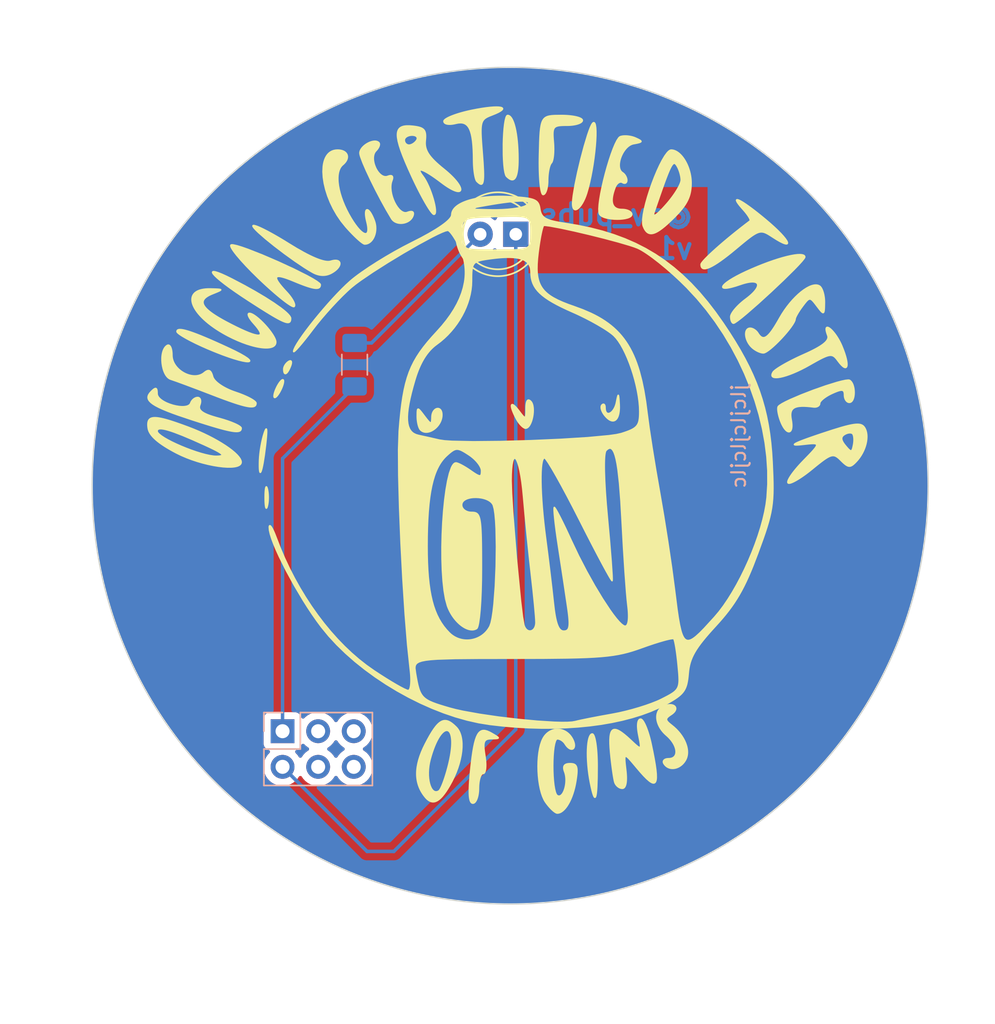
<source format=kicad_pcb>
(kicad_pcb (version 20220621) (generator pcbnew)
  (layers (0 "F.Cu" signal) (31 "B.Cu" signal) (34 "B.Paste" user) (35 "F.Paste" user) (36 "B.SilkS" user "B.Silkscreen") (37 "F.SilkS" user "F.Silkscreen") (38 "B.Mask" user) (39 "F.Mask" user) (44 "Edge.Cuts" user))
  (net 0 "")
  (net 1 "Net-(D1-K)")
  (net 2 "Net-(D1-A)")
  (net 3 "Net-(J1-Pin_1)")
  (footprint "LED_THT:LED_D5.0mm" (layer "F.Cu") (at 69.9 60.5 180)
    (fp_text reference "D1" hide)
    (fp_text value "LED")
  )
  (footprint "Connector_PinHeader_2.54mm:PinHeader_2x03_P2.54mm_Vertical" (layer "B.Cu") (at 53.26 95.93 -90)
    (fp_text reference "J1" hide)
    (fp_text value "Conn_02x03_Counter_Clockwise")
  )
  (footprint "Resistor_SMD:R_1206_3216Metric_Pad1.30x1.75mm_HandSolder" (layer "B.Cu") (at 58.4 69.8 -90)
    (fp_text reference "R1" hide)
    (fp_text value "R")
  )
  (gr_poly (pts (xy 52.096786 74.381563) (xy 52.100643 74.382869) (xy 52.10425 74.385479) (xy 52.110717 74.394607) (xy 52.116188 74.408952) (xy 52.120664 74.428517) (xy 52.124144 74.453305) (xy 52.12663 74.483321) (xy 52.128121 74.518568) (xy 52.128122 74.604771) (xy 52.12415 74.711944) (xy 52.116209 74.840116) (xy 52.104301 74.989317) (xy 52.08843 75.159578) (xy 52.0686 75.350928) (xy 52.044812 75.563396) (xy 51.9583 76.241541) (xy 51.873269 76.781409) (xy 51.832535 76.996562) (xy 51.793642 77.173635) (xy 51.757081 77.311455) (xy 51.723343 77.408852) (xy 51.692917 77.464657) (xy 51.679099 77.476595) (xy 51.666294 77.477696) (xy 51.654562 77.467814) (xy 51.643964 77.446801) (xy 51.626418 77.370801) (xy 51.614147 77.248524) (xy 51.60764 77.0788) (xy 51.607388 76.860458) (xy 51.613881 76.592327) (xy 51.613904 76.592327) (xy 51.627074 76.367636) (xy 51.651193 76.123221) (xy 51.684885 75.86692) (xy 51.726775 75.606571) (xy 51.775487 75.350011) (xy 51.829648 75.105079) (xy 51.887881 74.879611) (xy 51.948811 74.681446) (xy 51.984711 74.580267) (xy 52.016609 74.499788) (xy 52.031058 74.467321) (xy 52.044509 74.44004) (xy 52.05696 74.417949) (xy 52.068413 74.401052) (xy 52.078868 74.389353) (xy 52.088326 74.382855) (xy 52.092681 74.381558)) (stroke (width 0.1)) (fill solid) (layer "F.SilkS"))
  (gr_poly (pts (xy 44.210056 73.577038) (xy 44.302261 73.583875) (xy 44.402682 73.596322) (xy 44.511555 73.614373) (xy 44.629115 73.638024) (xy 44.7556 73.667271) (xy 44.891245 73.702108) (xy 45.036286 73.742531) (xy 45.19096 73.788535) (xy 45.355502 73.840117) (xy 45.530149 73.89727) (xy 45.715137 73.95999) (xy 46.117079 74.102115) (xy 46.563218 74.266453) (xy 46.932904 74.410597) (xy 47.294976 74.563116) (xy 47.647193 74.722528) (xy 47.987315 74.887348) (xy 48.313102 75.056093) (xy 48.622314 75.22728) (xy 48.91271 75.399426) (xy 49.182049 75.571047) (xy 49.428092 75.740659) (xy 49.648597 75.90678) (xy 49.841326 76.067926) (xy 50.004037 76.222613) (xy 50.134489 76.369359) (xy 50.230443 76.50668) (xy 50.289659 76.633092) (xy 50.304789 76.691744) (xy 50.309895 76.747112) (xy 50.301829 76.809382) (xy 50.278088 76.865329) (xy 50.239357 76.915051) (xy 50.186322 76.958646) (xy 50.119668 76.99621) (xy 50.040079 77.027842) (xy 49.948242 77.053639) (xy 49.844841 77.073699) (xy 49.730562 77.088118) (xy 49.60609 77.096995) (xy 49.329309 77.098513) (xy 49.019979 77.079031) (xy 48.683583 77.03933) (xy 48.325602 76.980192) (xy 47.95152 76.902395) (xy 47.566817 76.80672) (xy 47.176976 76.693948) (xy 46.78748 76.564858) (xy 46.40381 76.420232) (xy 46.031448 76.260849) (xy 45.675877 76.08749) (xy 45.675877 76.087444) (xy 45.44176 75.96267) (xy 45.222749 75.84036) (xy 45.018713 75.720402) (xy 44.829527 75.602682) (xy 44.65506 75.487087) (xy 44.495186 75.373505) (xy 44.349775 75.261823) (xy 44.218699 75.151928) (xy 44.101831 75.043707) (xy 43.999041 74.937047) (xy 43.910202 74.831835) (xy 43.835186 74.727959) (xy 43.773863 74.625305) (xy 43.731887 74.536053) (xy 44.312668 74.536053) (xy 44.321809 74.582503) (xy 44.348586 74.633672) (xy 44.392029 74.68915) (xy 44.45117 74.748527) (xy 44.612668 74.877336) (xy 44.825328 75.016816) (xy 45.081398 75.163686) (xy 45.373124 75.314662) (xy 45.692756 75.466464) (xy 46.03254 75.615809) (xy 46.384723 75.759415) (xy 46.741555 75.894001) (xy 47.095281 76.016283) (xy 47.438151 76.122979) (xy 47.762411 76.210809) (xy 48.060309 76.276489) (xy 48.324092 76.316738) (xy 48.440769 76.3263) (xy 48.54601 76.328274) (xy 48.666545 76.323769) (xy 48.71891 76.319994) (xy 48.765925 76.315128) (xy 48.80753 76.309116) (xy 48.843664 76.3019) (xy 48.874266 76.293423) (xy 48.899276 76.283631) (xy 48.918632 76.272465) (xy 48.932275 76.259869) (xy 48.936935 76.253017) (xy 48.940144 76.245787) (xy 48.941894 76.238171) (xy 48.942178 76.230162) (xy 48.938316 76.212938) (xy 48.928497 76.194058) (xy 48.912662 76.173466) (xy 48.890749 76.151105) (xy 48.862697 76.126918) (xy 48.828446 76.100849) (xy 48.787936 76.072842) (xy 48.741105 76.042839) (xy 48.687893 76.010785) (xy 48.62824 75.976623) (xy 48.489365 75.901748) (xy 48.323994 75.817761) (xy 48.131644 75.724211) (xy 47.911827 75.620645) (xy 47.664059 75.506611) (xy 46.836068 75.136778) (xy 46.135363 74.840964) (xy 45.55674 74.61766) (xy 45.311583 74.532729) (xy 45.094994 74.465361) (xy 44.906323 74.415366) (xy 44.744919 74.382557) (xy 44.610131 74.366745) (xy 44.50131 74.367743) (xy 44.417803 74.38536) (xy 44.358961 74.41941) (xy 44.338586 74.442538) (xy 44.324133 74.469704) (xy 44.312668 74.536053) (xy 43.731887 74.536053) (xy 43.726106 74.523761) (xy 43.691787 74.423214) (xy 43.670777 74.323551) (xy 43.659441 74.234316) (xy 43.652306 74.15077) (xy 43.649609 74.072908) (xy 43.651587 74.000725) (xy 43.658474 73.934217) (xy 43.670508 73.873378) (xy 43.687923 73.818205) (xy 43.710958 73.768693) (xy 43.724656 73.746058) (xy 43.739847 73.724836) (xy 43.75656 73.705027) (xy 43.774826 73.686631) (xy 43.794674 73.669646) (xy 43.816133 73.654072) (xy 43.839232 73.639909) (xy 43.864002 73.627155) (xy 43.91867 73.605876) (xy 43.980374 73.590229) (xy 44.049348 73.580211) (xy 44.12583 73.575815)) (stroke (width 0.1)) (fill solid) (layer "F.SilkS"))
  (gr_poly (pts (xy 72.967978 95.799441) (xy 73.043961 95.808123) (xy 73.11947 95.82203) (xy 73.194257 95.841158) (xy 73.268078 95.865506) (xy 73.340686 95.89507) (xy 73.411836 95.929848) (xy 73.481283 95.969837) (xy 73.548779 96.015034) (xy 73.614079 96.065436) (xy 73.676939 96.121041) (xy 73.737111 96.181847) (xy 73.79435 96.24785) (xy 73.84841 96.319048) (xy 73.899046 96.395437) (xy 73.946011 96.477016) (xy 73.979532 96.543195) (xy 74.008117 96.606953) (xy 74.031936 96.668177) (xy 74.051161 96.726752) (xy 74.065962 96.782565) (xy 74.07651 96.835502) (xy 74.082975 96.88545) (xy 74.085528 96.932294) (xy 74.08434 96.975922) (xy 74.079581 97.016218) (xy 74.071422 97.05307) (xy 74.060034 97.086363) (xy 74.045586 97.115985) (xy 74.028251 97.14182) (xy 74.008197 97.163756) (xy 73.985597 97.181679) (xy 73.960621 97.195474) (xy 73.933439 97.205029) (xy 73.904221 97.210229) (xy 73.87314 97.21096) (xy 73.840364 97.20711) (xy 73.806066 97.198563) (xy 73.770414 97.185207) (xy 73.733581 97.166928) (xy 73.695737 97.143611) (xy 73.657052 97.115144) (xy 73.617697 97.081411) (xy 73.577843 97.042301) (xy 73.53766 96.997698) (xy 73.497318 96.94749) (xy 73.45699 96.891561) (xy 73.416844 96.8298) (xy 73.392913 96.793862) (xy 73.366273 96.758933) (xy 73.337207 96.725192) (xy 73.305996 96.69282) (xy 73.272924 96.661999) (xy 73.238271 96.632909) (xy 73.202319 96.605731) (xy 73.165352 96.580646) (xy 73.12765 96.557835) (xy 73.089495 96.537479) (xy 73.051171 96.519758) (xy 73.012958 96.504853) (xy 72.975139 96.492946) (xy 72.956465 96.488173) (xy 72.937996 96.484217) (xy 72.919765 96.4811) (xy 72.90181 96.478847) (xy 72.884164 96.477478) (xy 72.866864 96.477016) (xy 72.827757 96.487855) (xy 72.791149 96.519481) (xy 72.757041 96.57056) (xy 72.725435 96.639759) (xy 72.669731 96.827181) (xy 72.624051 97.071075) (xy 72.588406 97.360769) (xy 72.562806 97.685593) (xy 72.547264 98.034875) (xy 72.541791 98.397943) (xy 72.546398 98.764127) (xy 72.561097 99.122756) (xy 72.5859 99.463157) (xy 72.620817 99.774659) (xy 72.665861 100.046592) (xy 72.721043 100.268284) (xy 72.752439 100.356955) (xy 72.786375 100.429064) (xy 72.82285 100.483278) (xy 72.861867 100.518261) (xy 72.902039 100.538888) (xy 72.941796 100.551143) (xy 72.981024 100.555387) (xy 73.019613 100.551983) (xy 73.057451 100.541292) (xy 73.094426 100.523675) (xy 73.130425 100.499494) (xy 73.165338 100.469112) (xy 73.199053 100.432889) (xy 73.231458 100.391188) (xy 73.26244 100.34437) (xy 73.291889 100.292797) (xy 73.319693 100.23683) (xy 73.345739 100.176832) (xy 73.369917 100.113163) (xy 73.392113 100.046186) (xy 73.412218 99.976263) (xy 73.430118 99.903755) (xy 73.445701 99.829023) (xy 73.458858 99.75243) (xy 73.469474 99.674337) (xy 73.47744 99.595106) (xy 73.482642 99.515098) (xy 73.48497 99.434676) (xy 73.484311 99.354201) (xy 73.480553 99.274035) (xy 73.473586 99.194539) (xy 73.463296 99.116075) (xy 73.449573 99.039005) (xy 73.432305 98.96369) (xy 73.411379 98.890493) (xy 73.386685 98.819774) (xy 73.361143 98.747392) (xy 73.350797 98.713121) (xy 73.342074 98.680121) (xy 73.334979 98.648384) (xy 73.329518 98.617901) (xy 73.325695 98.588666) (xy 73.323516 98.560671) (xy 73.322986 98.533908) (xy 73.32411 98.508369) (xy 73.326893 98.484048) (xy 73.33134 98.460936) (xy 73.337456 98.439025) (xy 73.345247 98.418309) (xy 73.354717 98.398779) (xy 73.365872 98.380428) (xy 73.378717 98.363248) (xy 73.393256 98.347232) (xy 73.409495 98.332372) (xy 73.427439 98.31866) (xy 73.447094 98.306089) (xy 73.468463 98.294651) (xy 73.491553 98.284339) (xy 73.516369 98.275144) (xy 73.542915 98.26706) (xy 73.571197 98.260079) (xy 73.601219 98.254192) (xy 73.632988 98.249393) (xy 73.666507 98.245673) (xy 73.701783 98.243026) (xy 73.777623 98.240917) (xy 73.82384 98.24158) (xy 73.867539 98.243644) (xy 73.908757 98.247218) (xy 73.94753 98.252415) (xy 73.983892 98.259345) (xy 74.01788 98.268119) (xy 74.049529 98.278848) (xy 74.078876 98.291644) (xy 74.105955 98.306616) (xy 74.130803 98.323877) (xy 74.153455 98.343536) (xy 74.173948 98.365706) (xy 74.192316 98.390496) (xy 74.208595 98.418019) (xy 74.222822 98.448385) (xy 74.235032 98.481705) (xy 74.24526 98.518089) (xy 74.253543 98.55765) (xy 74.259916 98.600497) (xy 74.264414 98.646743) (xy 74.267074 98.696497) (xy 74.267932 98.749871) (xy 74.267022 98.806976) (xy 74.264382 98.867923) (xy 74.260045 98.932823) (xy 74.254049 99.001786) (xy 74.23722 99.152349) (xy 74.21418 99.320498) (xy 74.185216 99.507122) (xy 74.142219 99.742429) (xy 74.091142 99.970007) (xy 74.032587 100.188827) (xy 73.967154 100.397861) (xy 73.895443 100.59608) (xy 73.818055 100.782457) (xy 73.73559 100.955964) (xy 73.64865 101.115572) (xy 73.557835 101.260253) (xy 73.463745 101.388979) (xy 73.366981 101.500722) (xy 73.268145 101.594453) (xy 73.167836 101.669146) (xy 73.117317 101.69903) (xy 73.066654 101.72377) (xy 73.015925 101.743236) (xy 72.965202 101.757299) (xy 72.914562 101.765831) (xy 72.864079 101.768703) (xy 72.848517 101.767678) (xy 72.831731 101.764636) (xy 72.813773 101.759626) (xy 72.794699 101.7527) (xy 72.774561 101.743908) (xy 72.753414 101.7333) (xy 72.708306 101.706836) (xy 72.659804 101.67371) (xy 72.60834 101.634325) (xy 72.554342 101.589083) (xy 72.498241 101.538385) (xy 72.440467 101.482634) (xy 72.38145 101.422231) (xy 72.32162 101.357579) (xy 72.261407 101.289079) (xy 72.201241 101.217134) (xy 72.141553 101.142145) (xy 72.082771 101.064515) (xy 72.025326 100.984646) (xy 72.025738 100.98463) (xy 71.968742 100.896128) (xy 71.914806 100.798113) (xy 71.816208 100.575981) (xy 71.730143 100.323104) (xy 71.656809 100.044352) (xy 71.596402 99.744596) (xy 71.549122 99.428706) (xy 71.515166 99.101551) (xy 71.494731 98.768001) (xy 71.488015 98.432928) (xy 71.495216 98.1012) (xy 71.516531 97.777689) (xy 71.552159 97.467263) (xy 71.602297 97.174794) (xy 71.667142 96.90515) (xy 71.746894 96.663203) (xy 71.792421 96.554138) (xy 71.841748 96.453823) (xy 71.888201 96.373273) (xy 71.938358 96.297995) (xy 71.991972 96.227984) (xy 72.048798 96.163238) (xy 72.108591 96.103755) (xy 72.171103 96.049531) (xy 72.23609 96.000564) (xy 72.303305 95.956852) (xy 72.372504 95.918392) (xy 72.443439 95.88518) (xy 72.515866 95.857215) (xy 72.589538 95.834493) (xy 72.66421 95.817012) (xy 72.739635 95.804769) (xy 72.815569 95.797761) (xy 72.891765 95.795986)) (stroke (width 0.1)) (fill solid) (layer "F.SilkS"))
  (gr_poly (pts (xy 52.112049 78.507919) (xy 52.119368 78.513735) (xy 52.126854 78.522892) (xy 52.142285 78.551385) (xy 52.158259 78.593714) (xy 52.174695 78.650196) (xy 52.190286 78.716288) (xy 52.203799 78.786811) (xy 52.215233 78.861132) (xy 52.224588 78.938619) (xy 52.231864 79.018639) (xy 52.237061 79.100557) (xy 52.24018 79.183742) (xy 52.241219 79.26756) (xy 52.24018 79.351378) (xy 52.237061 79.434563) (xy 52.231864 79.516482) (xy 52.224588 79.596502) (xy 52.215233 79.67399) (xy 52.203799 79.748312) (xy 52.190286 79.818837) (xy 52.174695 79.88493) (xy 52.166428 79.914959) (xy 52.158266 79.941411) (xy 52.150218 79.964324) (xy 52.142296 79.983739) (xy 52.134509 79.999695) (xy 52.126868 80.012231) (xy 52.119383 80.021387) (xy 52.112065 80.027202) (xy 52.108472 80.02887) (xy 52.104924 80.029717) (xy 52.101424 80.029749) (xy 52.097971 80.028971) (xy 52.094567 80.027387) (xy 52.091215 80.025003) (xy 52.084667 80.017852) (xy 52.078337 80.00756) (xy 52.072237 79.994164) (xy 52.066375 79.977705) (xy 52.060763 79.958222) (xy 52.055411 79.935755) (xy 52.050329 79.910344) (xy 52.045527 79.882027) (xy 52.041017 79.850845) (xy 52.03291 79.780042) (xy 52.026092 79.698253) (xy 52.020644 79.605794) (xy 52.01665 79.50298) (xy 52.014193 79.39013) (xy 52.013356 79.267559) (xy 52.016649 79.032131) (xy 52.020641 78.929317) (xy 52.026086 78.836856) (xy 52.032903 78.755067) (xy 52.041007 78.684265) (xy 52.050317 78.624768) (xy 52.060749 78.576891) (xy 52.072221 78.540951) (xy 52.08465 78.517265) (xy 52.091198 78.510115) (xy 52.097954 78.506148) (xy 52.104908 78.505403)) (stroke (width 0.1)) (fill solid) (layer "F.SilkS"))
  (gr_poly (pts (xy 59.878281 53.86635) (xy 59.926809 53.871192) (xy 59.972886 53.880436) (xy 60.0162 53.894258) (xy 60.056439 53.912831) (xy 60.093291 53.936328) (xy 60.126446 53.964924) (xy 60.135705 53.975202) (xy 60.143836 53.986361) (xy 60.150853 53.998362) (xy 60.156767 54.011169) (xy 60.161591 54.024743) (xy 60.16534 54.039049) (xy 60.168024 54.054049) (xy 60.169658 54.069706) (xy 60.170253 54.085981) (xy 60.169824 54.102839) (xy 60.168381 54.120242) (xy 60.165939 54.138153) (xy 60.16251 54.156534) (xy 60.158107 54.175348) (xy 60.152742 54.194559) (xy 60.146429 54.214128) (xy 60.13918 54.234019) (xy 60.131008 54.254195) (xy 60.111946 54.29525) (xy 60.089345 54.336997) (xy 60.063308 54.379136) (xy 60.033938 54.421371) (xy 60.001336 54.463405) (xy 59.965604 54.504938) (xy 59.926846 54.545673) (xy 59.880207 54.598786) (xy 59.840625 54.657286) (xy 59.807866 54.72066) (xy 59.781692 54.788394) (xy 59.761869 54.859975) (xy 59.748161 54.934888) (xy 59.74033 55.012621) (xy 59.738142 55.092659) (xy 59.74136 55.174489) (xy 59.749748 55.257597) (xy 59.763071 55.341469) (xy 59.781092 55.425592) (xy 59.803575 55.509452) (xy 59.830284 55.592535) (xy 59.895439 55.754316) (xy 59.933412 55.831987) (xy 59.974667 55.906826) (xy 60.018969 55.97832) (xy 60.066081 56.045955) (xy 60.115767 56.109218) (xy 60.167792 56.167594) (xy 60.22192 56.22057) (xy 60.277914 56.267632) (xy 60.335539 56.308267) (xy 60.394558 56.341961) (xy 60.454736 56.3682) (xy 60.515836 56.386471) (xy 60.577623 56.396259) (xy 60.639861 56.397052) (xy 60.702313 56.388335) (xy 60.764744 56.369594) (xy 60.793977 56.358819) (xy 60.821942 56.34941) (xy 60.848637 56.341366) (xy 60.87406 56.334684) (xy 60.898209 56.329362) (xy 60.921081 56.325396) (xy 60.942673 56.322783) (xy 60.962983 56.321522) (xy 60.982008 56.321609) (xy 60.999746 56.323042) (xy 61.016194 56.325817) (xy 61.03135 56.329933) (xy 61.045211 56.335386) (xy 61.057775 56.342173) (xy 61.069039 56.350293) (xy 61.079001 56.359741) (xy 61.087658 56.370516) (xy 61.095008 56.382615) (xy 61.101047 56.396035) (xy 61.105775 56.410773) (xy 61.109187 56.426826) (xy 61.111282 56.444192) (xy 61.112057 56.462869) (xy 61.111509 56.482852) (xy 61.109636 56.504141) (xy 61.106436 56.526731) (xy 61.101906 56.55062) (xy 61.096043 56.575805) (xy 61.088845 56.602285) (xy 61.08031 56.630055) (xy 61.059216 56.689457) (xy 61.031698 56.771907) (xy 61.010566 56.858453) (xy 60.995581 56.948607) (xy 60.986505 57.041881) (xy 60.9831 57.137788) (xy 60.985126 57.235842) (xy 61.004518 57.436437) (xy 61.042771 57.639768) (xy 61.097977 57.841935) (xy 61.168226 58.03904) (xy 61.251609 58.227183) (xy 61.346215 58.402467) (xy 61.450136 58.560991) (xy 61.561461 58.698858) (xy 61.619305 58.758827) (xy 61.678283 58.812169) (xy 61.738158 58.858397) (xy 61.79869 58.897024) (xy 61.859642 58.927562) (xy 61.920775 58.949525) (xy 61.981849 58.962424) (xy 62.042626 58.965772) (xy 62.102868 58.959083) (xy 62.162335 58.941868) (xy 62.225587 58.919245) (xy 62.284085 58.901707) (xy 62.337768 58.88922) (xy 62.362784 58.884859) (xy 62.386573 58.881748) (xy 62.409127 58.879881) (xy 62.430438 58.879256) (xy 62.450499 58.879867) (xy 62.469302 58.88171) (xy 62.486839 58.884781) (xy 62.503102 58.889075) (xy 62.518083 58.894588) (xy 62.531775 58.901316) (xy 62.54417 58.909254) (xy 62.55526 58.918397) (xy 62.565038 58.928743) (xy 62.573495 58.940285) (xy 62.580624 58.953021) (xy 62.586417 58.966944) (xy 62.590867 58.982052) (xy 62.593965 58.99834) (xy 62.595704 59.015803) (xy 62.596075 59.034437) (xy 62.595072 59.054238) (xy 62.592687 59.075201) (xy 62.588911 59.097322) (xy 62.583738 59.120597) (xy 62.577158 59.145021) (xy 62.569165 59.170589) (xy 62.547853 59.226374) (xy 62.522163 59.279377) (xy 62.49236 59.329559) (xy 62.458712 59.376883) (xy 62.421487 59.421312) (xy 62.380951 59.462806) (xy 62.337372 59.501329) (xy 62.291016 59.536842) (xy 62.242151 59.569307) (xy 62.191044 59.598687) (xy 62.137962 59.624943) (xy 62.083172 59.648038) (xy 62.026941 59.667933) (xy 61.969537 59.684591) (xy 61.911226 59.697974) (xy 61.852276 59.708044) (xy 61.792953 59.714763) (xy 61.733526 59.718093) (xy 61.67426 59.717996) (xy 61.615424 59.714434) (xy 61.557284 59.70737) (xy 61.500107 59.696765) (xy 61.444161 59.682581) (xy 61.389713 59.664781) (xy 61.337029 59.643327) (xy 61.286378 59.61818) (xy 61.238025 59.589303) (xy 61.192239 59.556658) (xy 61.149285 59.520207) (xy 61.109433 59.479912) (xy 61.072947 59.435735) (xy 61.040097 59.387638) (xy 61.040097 59.38763) (xy 60.67187 58.765759) (xy 60.288265 58.072763) (xy 59.909155 57.349645) (xy 59.554412 56.637408) (xy 59.243908 55.977054) (xy 58.997515 55.409585) (xy 58.835107 54.976003) (xy 58.791607 54.822234) (xy 58.776555 54.717312) (xy 58.779483 54.668605) (xy 58.788058 54.619788) (xy 58.80197 54.571034) (xy 58.820907 54.522515) (xy 58.844557 54.474407) (xy 58.872609 54.426883) (xy 58.904751 54.380115) (xy 58.940672 54.334279) (xy 58.98006 54.289547) (xy 59.022604 54.246093) (xy 59.067992 54.204092) (xy 59.115912 54.163715) (xy 59.166054 54.125138) (xy 59.218106 54.088533) (xy 59.271755 54.054075) (xy 59.326691 54.021936) (xy 59.382603 53.992292) (xy 59.439177 53.965314) (xy 59.496104 53.941177) (xy 59.553071 53.920055) (xy 59.609768 53.902121) (xy 59.665881 53.887549) (xy 59.721101 53.876512) (xy 59.775115 53.869184) (xy 59.827613 53.865739)) (stroke (width 0.1)) (fill solid) (layer "F.SilkS"))
  (gr_poly (pts (xy 49.74856 61.26142) (xy 50.010475 61.319828) (xy 50.365436 61.428681) (xy 50.796975 61.580641) (xy 51.823916 61.984522) (xy 52.959559 62.47275) (xy 54.072163 62.986606) (xy 55.029987 63.467371) (xy 55.409688 63.676995) (xy 55.701291 63.856327) (xy 55.888329 63.998026) (xy 55.93749 64.05247) (xy 55.954335 64.094753) (xy 55.952971 64.131601) (xy 55.948816 64.165686) (xy 55.941775 64.196995) (xy 55.937143 64.211604) (xy 55.931754 64.225515) (xy 55.925596 64.238725) (xy 55.918657 64.251233) (xy 55.910927 64.263038) (xy 55.902392 64.274138) (xy 55.893041 64.284531) (xy 55.882862 64.294216) (xy 55.871844 64.303191) (xy 55.859974 64.311455) (xy 55.847241 64.319005) (xy 55.833632 64.325841) (xy 55.819137 64.331961) (xy 55.803743 64.337363) (xy 55.787439 64.342046) (xy 55.770211 64.346007) (xy 55.732943 64.351761) (xy 55.691843 64.354613) (xy 55.646816 64.354549) (xy 55.597769 64.351556) (xy 55.544607 64.345623) (xy 55.487235 64.336736) (xy 55.425558 64.324883) (xy 55.359482 64.310051) (xy 55.288913 64.292227) (xy 55.213755 64.2714) (xy 55.133915 64.247555) (xy 55.049297 64.22068) (xy 54.959807 64.190763) (xy 54.865351 64.157791) (xy 54.765834 64.121752) (xy 54.66116 64.082632) (xy 54.551237 64.040419) (xy 54.315261 63.946662) (xy 54.057149 63.840381) (xy 53.798404 63.73559) (xy 53.570416 63.650431) (xy 53.373072 63.585074) (xy 53.206259 63.539689) (xy 53.134267 63.524539) (xy 53.069866 63.514446) (xy 53.013042 63.509431) (xy 52.96378 63.509516) (xy 52.922067 63.51472) (xy 52.887889 63.525067) (xy 52.861231 63.540576) (xy 52.84208 63.56127) (xy 52.830421 63.587169) (xy 52.826241 63.618294) (xy 52.829525 63.654668) (xy 52.840259 63.69631) (xy 52.85843 63.743243) (xy 52.884023 63.795487) (xy 52.917024 63.853065) (xy 52.957419 63.915996) (xy 53.060336 64.058006) (xy 53.192661 64.221687) (xy 53.354282 64.407209) (xy 53.545087 64.614742) (xy 53.621942 64.698924) (xy 53.694386 64.782999) (xy 53.762142 64.866439) (xy 53.824929 64.948709) (xy 53.882469 65.02928) (xy 53.934483 65.10762) (xy 53.980692 65.183197) (xy 54.020816 65.25548) (xy 54.054576 65.323937) (xy 54.081694 65.388036) (xy 54.101891 65.447247) (xy 54.114886 65.501038) (xy 54.120403 65.548878) (xy 54.120269 65.570399) (xy 54.11816 65.590234) (xy 54.114043 65.608315) (xy 54.10788 65.624575) (xy 54.099639 65.63895) (xy 54.089284 65.651371) (xy 54.074877 65.659797) (xy 54.054612 65.662316) (xy 54.028652 65.659057) (xy 53.997163 65.650149) (xy 53.960306 65.635722) (xy 53.918246 65.615905) (xy 53.819171 65.560619) (xy 53.701249 65.485324) (xy 53.565788 65.391058) (xy 53.414098 65.278854) (xy 53.24749 65.149748) (xy 53.067272 65.004774) (xy 52.874754 64.844968) (xy 52.671247 64.671364) (xy 52.45806 64.484998) (xy 52.236502 64.286905) (xy 52.007883 64.078119) (xy 51.773514 63.859676) (xy 51.534703 63.63261) (xy 51.534711 63.63261) (xy 51.074101 63.179896) (xy 50.659959 62.752365) (xy 50.300235 62.359746) (xy 50.00288 62.011766) (xy 49.880075 61.857556) (xy 49.775844 61.718154) (xy 49.69118 61.594776) (xy 49.627077 61.488637) (xy 49.58453 61.400954) (xy 49.564532 61.332943) (xy 49.563299 61.306694) (xy 49.568076 61.285819) (xy 49.578988 61.27047) (xy 49.596158 61.260799) (xy 49.65764 61.253428)) (stroke (width 0.1)) (fill solid) (layer "F.SilkS"))
  (gr_poly (pts (xy 48.397207 63.167479) (xy 48.470079 63.181969) (xy 48.66492 63.242637) (xy 48.926337 63.346999) (xy 49.255666 63.496788) (xy 49.65424 63.693737) (xy 50.520953 64.148701) (xy 51.317307 64.592395) (xy 52.02937 65.015487) (xy 52.643209 65.408648) (xy 53.144892 65.762547) (xy 53.349321 65.921858) (xy 53.520487 66.067853) (xy 53.656647 66.199368) (xy 53.756061 66.315236) (xy 53.816986 66.414291) (xy 53.832471 66.457148) (xy 53.837681 66.495365) (xy 53.836385 66.547481) (xy 53.832285 66.595018) (xy 53.825066 66.637843) (xy 53.820188 66.657447) (xy 53.814411 66.675822) (xy 53.807697 66.692953) (xy 53.800006 66.708823) (xy 53.791297 66.723415) (xy 53.781533 66.736712) (xy 53.770673 66.748698) (xy 53.758678 66.759356) (xy 53.745508 66.76867) (xy 53.731124 66.776622) (xy 53.715487 66.783197) (xy 53.698556 66.788377) (xy 53.680293 66.792146) (xy 53.660658 66.794488) (xy 53.639611 66.795385) (xy 53.617113 66.794821) (xy 53.593125 66.79278) (xy 53.567606 66.789244) (xy 53.540519 66.784198) (xy 53.511822 66.777624) (xy 53.449444 66.759827) (xy 53.380157 66.73572) (xy 53.303644 66.70517) (xy 53.21959 66.668043) (xy 53.127679 66.624208) (xy 53.027595 66.573531) (xy 52.919022 66.515878) (xy 52.801645 66.451116) (xy 52.675147 66.379113) (xy 52.539214 66.299735) (xy 52.393528 66.212849) (xy 52.237774 66.118322) (xy 52.071636 66.016021) (xy 51.706946 65.787564) (xy 51.29693 65.526413) (xy 50.839062 65.231502) (xy 50.839062 65.23151) (xy 50.339104 64.902975) (xy 49.889703 64.597345) (xy 49.492196 64.316353) (xy 49.147918 64.061731) (xy 48.858202 63.835211) (xy 48.624384 63.638526) (xy 48.447798 63.473409) (xy 48.32978 63.341592) (xy 48.293151 63.288712) (xy 48.271664 63.244807) (xy 48.265487 63.210092) (xy 48.274786 63.184786) (xy 48.299727 63.169104) (xy 48.340479 63.163263)) (stroke (width 0.1)) (fill solid) (layer "F.SilkS"))
  (gr_poly (pts (xy 69.358357 52.03083) (xy 69.397279 52.041983) (xy 69.435447 52.060399) (xy 69.472827 52.085933) (xy 69.509384 52.118446) (xy 69.545085 52.157793) (xy 69.579895 52.203833) (xy 69.61378 52.256423) (xy 69.646705 52.315422) (xy 69.678638 52.380687) (xy 69.709542 52.452075) (xy 69.739385 52.529445) (xy 69.768132 52.612654) (xy 69.795748 52.701561) (xy 69.847454 52.895895) (xy 69.894228 53.11131) (xy 69.935798 53.346668) (xy 69.97189 53.600831) (xy 70.002231 53.872661) (xy 70.026546 54.16102) (xy 70.044562 54.464769) (xy 70.056006 54.782771) (xy 70.060605 55.113888) (xy 70.058322 55.365259) (xy 70.049591 55.59353) (xy 70.034396 55.798727) (xy 70.012724 55.980874) (xy 69.984561 56.139998) (xy 69.949893 56.276123) (xy 69.908704 56.389274) (xy 69.88566 56.437243) (xy 69.860982 56.479478) (xy 69.834666 56.515982) (xy 69.806711 56.546758) (xy 69.777116 56.571811) (xy 69.745878 56.591142) (xy 69.712996 56.604755) (xy 69.678469 56.612653) (xy 69.642293 56.614839) (xy 69.604468 56.611317) (xy 69.564992 56.602089) (xy 69.523863 56.587159) (xy 69.481079 56.56653) (xy 69.436639 56.540205) (xy 69.342781 56.47048) (xy 69.242276 56.37801) (xy 69.242314 56.378002) (xy 69.210425 56.334433) (xy 69.180994 56.27091) (xy 69.129404 56.089601) (xy 69.087348 55.845268) (xy 69.05463 55.549105) (xy 69.031052 55.212307) (xy 69.016418 54.846067) (xy 69.013195 54.070039) (xy 69.024212 53.682639) (xy 69.043386 53.310573) (xy 69.070521 52.965037) (xy 69.105419 52.657223) (xy 69.147885 52.398327) (xy 69.19772 52.199542) (xy 69.22534 52.126189) (xy 69.254729 52.072061) (xy 69.285862 52.038559) (xy 69.318715 52.02708)) (stroke (width 0.1)) (fill solid) (layer "F.SilkS"))
  (gr_poly (pts (xy 67.648141 95.876849) (xy 67.713877 95.884537) (xy 67.855016 95.921658) (xy 68.009854 95.986364) (xy 68.179364 96.076961) (xy 68.386134 96.198447) (xy 68.467307 96.24804) (xy 68.53365 96.290888) (xy 68.585147 96.327504) (xy 68.605323 96.343637) (xy 68.621781 96.358404) (xy 68.63452 96.371872) (xy 68.643538 96.384103) (xy 68.648832 96.395163) (xy 68.6504 96.405115) (xy 68.64824 96.414025) (xy 68.642351 96.421956) (xy 68.632731 96.428972) (xy 68.619376 96.43514) (xy 68.602286 96.440521) (xy 68.581459 96.445182) (xy 68.528582 96.452597) (xy 68.460731 96.457901) (xy 68.377888 96.461607) (xy 68.167164 96.466289) (xy 68.116077 96.467696) (xy 68.067804 96.470309) (xy 68.022299 96.47425) (xy 67.979517 96.47964) (xy 67.939413 96.486601) (xy 67.901943 96.495254) (xy 67.86706 96.50572) (xy 67.834721 96.518121) (xy 67.804878 96.532577) (xy 67.777489 96.549212) (xy 67.752506 96.568145) (xy 67.729886 96.589498) (xy 67.709583 96.613393) (xy 67.691552 96.639951) (xy 67.675747 96.669294) (xy 67.662124 96.701542) (xy 67.650638 96.736817) (xy 67.641243 96.775241) (xy 67.633894 96.816935) (xy 67.628546 96.86202) (xy 67.625153 96.910617) (xy 67.623672 96.962849) (xy 67.624056 97.018836) (xy 67.626261 97.0787) (xy 67.63024 97.142562) (xy 67.63595 97.210544) (xy 67.65238 97.359351) (xy 67.675188 97.526094) (xy 67.704014 97.711742) (xy 67.72271 97.83752) (xy 67.737516 97.959771) (xy 67.748499 98.077862) (xy 67.755726 98.19116) (xy 67.759263 98.299033) (xy 67.759179 98.400847) (xy 67.755538 98.495968) (xy 67.748409 98.583765) (xy 67.737857 98.663603) (xy 67.72395 98.734851) (xy 67.706754 98.796874) (xy 67.686337 98.84904) (xy 67.662764 98.890715) (xy 67.636102 98.921267) (xy 67.621634 98.932174) (xy 67.606419 98.940062) (xy 67.590465 98.944854) (xy 67.573781 98.946468) (xy 67.556834 98.947852) (xy 67.540103 98.951959) (xy 67.523608 98.958721) (xy 67.50737 98.968069) (xy 67.49141 98.979937) (xy 67.475751 98.994257) (xy 67.460412 99.01096) (xy 67.445415 99.029978) (xy 67.430781 99.051245) (xy 67.416532 99.074692) (xy 67.402688 99.100251) (xy 67.389271 99.127855) (xy 67.376303 99.157435) (xy 67.363803 99.188924) (xy 67.351793 99.222253) (xy 67.340295 99.257357) (xy 67.32933 99.294165) (xy 67.318919 99.332611) (xy 67.299843 99.414143) (xy 67.283237 99.501412) (xy 67.26927 99.593874) (xy 67.258111 99.690987) (xy 67.249931 99.792208) (xy 67.244899 99.896994) (xy 67.243184 100.004803) (xy 67.241101 100.112612) (xy 67.234989 100.217398) (xy 67.225055 100.318618) (xy 67.211504 100.415731) (xy 67.194541 100.508193) (xy 67.174373 100.595462) (xy 67.151206 100.676995) (xy 67.125246 100.752249) (xy 67.096697 100.820682) (xy 67.065767 100.881751) (xy 67.032661 100.934913) (xy 66.997585 100.979627) (xy 66.960744 101.015349) (xy 66.941726 101.029668) (xy 66.922345 101.041536) (xy 66.902625 101.050885) (xy 66.882593 101.057646) (xy 66.862274 101.061753) (xy 66.841695 101.063137) (xy 66.815716 101.061096) (xy 66.791131 101.054935) (xy 66.767937 101.0446) (xy 66.74613 101.030036) (xy 66.725706 101.011188) (xy 66.706662 100.988) (xy 66.688993 100.960419) (xy 66.672697 100.928388) (xy 66.657769 100.891852) (xy 66.644206 100.850758) (xy 66.632005 100.805049) (xy 66.621161 100.754671) (xy 66.61167 100.699569) (xy 66.603531 100.639688) (xy 66.596737 100.574972) (xy 66.591287 100.505367) (xy 66.587177 100.430818) (xy 66.584401 100.35127) (xy 66.582844 100.176956) (xy 66.586585 99.981985) (xy 66.595595 99.765918) (xy 66.609847 99.528313) (xy 66.629309 99.268733) (xy 66.653954 98.986735) (xy 66.683751 98.681881) (xy 66.683797 98.681881) (xy 66.735229 98.206454) (xy 66.787733 97.780606) (xy 66.842282 97.402643) (xy 66.899846 97.070874) (xy 66.961397 96.783608) (xy 67.027905 96.539152) (xy 67.100343 96.335814) (xy 67.179681 96.171903) (xy 67.222242 96.104204) (xy 67.266892 96.045728) (xy 67.313752 95.996262) (xy 67.362945 95.955595) (xy 67.414591 95.923516) (xy 67.468813 95.899813) (xy 67.525731 95.884276) (xy 67.585466 95.876691)) (stroke (width 0.1)) (fill solid) (layer "F.SilkS"))
  (gr_poly (pts (xy 80.971893 94.0445) (xy 81.019927 94.05022) (xy 81.064768 94.059065) (xy 81.106291 94.070883) (xy 81.144373 94.085525) (xy 81.178888 94.102839) (xy 81.209712 94.122674) (xy 81.23672 94.14488) (xy 81.259787 94.169306) (xy 81.27879 94.195801) (xy 81.293604 94.224214) (xy 81.304103 94.254396) (xy 81.310164 94.286194) (xy 81.311662 94.319458) (xy 81.308472 94.354037) (xy 81.30047 94.389782) (xy 81.287532 94.42654) (xy 81.269532 94.464161) (xy 81.246346 94.502494) (xy 81.21785 94.541389) (xy 81.183919 94.580695) (xy 81.144428 94.62026) (xy 81.099253 94.659935) (xy 81.048269 94.699569) (xy 80.991353 94.73901) (xy 80.911856 94.792461) (xy 80.843128 94.841975) (xy 80.812813 94.865474) (xy 80.785203 94.888251) (xy 80.760304 94.910394) (xy 80.73812 94.93199) (xy 80.718656 94.953126) (xy 80.701915 94.97389) (xy 80.687904 94.99437) (xy 80.676626 95.014653) (xy 80.668085 95.034825) (xy 80.662287 95.054976) (xy 80.659237 95.075192) (xy 80.658938 95.09556) (xy 80.661396 95.116168) (xy 80.666614 95.137104) (xy 80.674598 95.158455) (xy 80.685353 95.180309) (xy 80.698882 95.202752) (xy 80.71519 95.225873) (xy 80.734283 95.249759) (xy 80.756164 95.274497) (xy 80.780838 95.300174) (xy 80.80831 95.326879) (xy 80.838585 95.354699) (xy 80.871666 95.38372) (xy 80.946269 95.445719) (xy 81.032155 95.513576) (xy 81.20105 95.65319) (xy 81.357619 95.799887) (xy 81.501426 95.952576) (xy 81.63204 96.110163) (xy 81.749027 96.271555) (xy 81.851952 96.435659) (xy 81.940383 96.601383) (xy 82.013885 96.767633) (xy 82.072026 96.933317) (xy 82.0952 97.015604) (xy 82.114372 97.097341) (xy 82.129486 97.178388) (xy 82.140489 97.258612) (xy 82.147326 97.337873) (xy 82.149944 97.416037) (xy 82.148288 97.492966) (xy 82.142303 97.568524) (xy 82.131936 97.642574) (xy 82.117133 97.71498) (xy 82.097839 97.785604) (xy 82.074 97.854311) (xy 82.045562 97.920963) (xy 82.012471 97.985424) (xy 81.976026 98.046679) (xy 81.93712 98.10478) (xy 81.895923 98.1597) (xy 81.852605 98.211409) (xy 81.807339 98.25988) (xy 81.760294 98.305084) (xy 81.711641 98.346993) (xy 81.661551 98.385578) (xy 81.610196 98.420811) (xy 81.557745 98.452665) (xy 81.504369 98.481109) (xy 81.45024 98.506117) (xy 81.395528 98.527659) (xy 81.340404 98.545708) (xy 81.285038 98.560236) (xy 81.229603 98.571213) (xy 81.174267 98.578611) (xy 81.119202 98.582403) (xy 81.06458 98.582559) (xy 81.01057 98.579052) (xy 80.957343 98.571853) (xy 80.905071 98.560934) (xy 80.853924 98.546267) (xy 80.804072 98.527822) (xy 80.755688 98.505573) (xy 80.708941 98.47949) (xy 80.664002 98.449545) (xy 80.621042 98.41571) (xy 80.580232 98.377956) (xy 80.541743 98.336256) (xy 80.505745 98.290581) (xy 80.472409 98.240902) (xy 80.472401 98.240917) (xy 80.461944 98.222834) (xy 80.453044 98.20498) (xy 80.44568 98.187378) (xy 80.43983 98.17005) (xy 80.435473 98.15302) (xy 80.432587 98.136309) (xy 80.431152 98.119941) (xy 80.431146 98.103938) (xy 80.432548 98.088322) (xy 80.435336 98.073117) (xy 80.43949 98.058344) (xy 80.444988 98.044027) (xy 80.451808 98.030188) (xy 80.459929 98.016849) (xy 80.46933 98.004034) (xy 80.479991 97.991764) (xy 80.491888 97.980063) (xy 80.505002 97.968953) (xy 80.519311 97.958456) (xy 80.534793 97.948596) (xy 80.551427 97.939395) (xy 80.569193 97.930875) (xy 80.588068 97.92306) (xy 80.608031 97.915971) (xy 80.629061 97.909631) (xy 80.651138 97.904063) (xy 80.674238 97.89929) (xy 80.698342 97.895334) (xy 80.723428 97.892218) (xy 80.749475 97.889964) (xy 80.77646 97.888595) (xy 80.804364 97.888134) (xy 80.874309 97.885386) (xy 80.939227 97.877288) (xy 80.999137 97.864055) (xy 81.05406 97.845903) (xy 81.104015 97.823049) (xy 81.149024 97.79571) (xy 81.189105 97.7641) (xy 81.224279 97.728438) (xy 81.254567 97.688938) (xy 81.279988 97.645817) (xy 81.300562 97.599291) (xy 81.316311 97.549578) (xy 81.327253 97.496892) (xy 81.333409 97.44145) (xy 81.3348 97.383469) (xy 81.331444 97.323164) (xy 81.323364 97.260752) (xy 81.310578 97.196449) (xy 81.293106 97.130472) (xy 81.27097 97.063036) (xy 81.244189 96.994359) (xy 81.212783 96.924655) (xy 81.176772 96.854142) (xy 81.136177 96.783036) (xy 81.091017 96.711552) (xy 81.041314 96.639908) (xy 80.987086 96.56832) (xy 80.928355 96.497002) (xy 80.865139 96.426173) (xy 80.797461 96.356049) (xy 80.725338 96.286844) (xy 80.648793 96.218777) (xy 80.572308 96.150369) (xy 80.50027 96.080065) (xy 80.432696 96.008073) (xy 80.369602 95.934603) (xy 80.311005 95.859866) (xy 80.25692 95.78407) (xy 80.207364 95.707426) (xy 80.162353 95.630143) (xy 80.121902 95.552432) (xy 80.086029 95.474502) (xy 80.05475 95.396563) (xy 80.028079 95.318824) (xy 80.006035 95.241497) (xy 79.988633 95.164789) (xy 79.975889 95.088912) (xy 79.967819 95.014074) (xy 79.96444 94.940487) (xy 79.965767 94.868359) (xy 79.971817 94.7979) (xy 79.982607 94.72932) (xy 79.998152 94.66283) (xy 80.018468 94.598638) (xy 80.043572 94.536955) (xy 80.073479 94.477991) (xy 80.108207 94.421954) (xy 80.147771 94.369056) (xy 80.192188 94.319506) (xy 80.241472 94.273513) (xy 80.295642 94.231287) (xy 80.354713 94.193039) (xy 80.418701 94.158978) (xy 80.487622 94.129314) (xy 80.556715 94.104611) (xy 80.623612 94.084237) (xy 80.688188 94.068044) (xy 80.750319 94.05588) (xy 80.809879 94.047594) (xy 80.866744 94.043036) (xy 80.92079 94.042055)) (stroke (width 0.1)) (fill solid) (layer "F.SilkS"))
  (gr_poly (pts (xy 62.566914 52.797192) (xy 62.711082 52.815685) (xy 62.840361 52.836734) (xy 62.955395 52.861085) (xy 63.007771 52.874732) (xy 63.056828 52.889483) (xy 63.102644 52.905432) (xy 63.145302 52.922673) (xy 63.18488 52.941297) (xy 63.221461 52.9614) (xy 63.255123 52.983072) (xy 63.285948 53.006409) (xy 63.314015 53.031503) (xy 63.339406 53.058447) (xy 63.3622 53.087334) (xy 63.382478 53.118258) (xy 63.400321 53.151311) (xy 63.415809 53.186587) (xy 63.429022 53.224179) (xy 63.44004 53.26418) (xy 63.448944 53.306683) (xy 63.455816 53.351782) (xy 63.460733 53.39957) (xy 63.463778 53.450139) (xy 63.464572 53.559995) (xy 63.45884 53.682096) (xy 63.447224 53.817188) (xy 63.438677 53.944949) (xy 63.437957 54.007263) (xy 63.439701 54.068678) (xy 63.443979 54.129304) (xy 63.450864 54.189251) (xy 63.460425 54.248627) (xy 63.472734 54.307542) (xy 63.487863 54.366107) (xy 63.505881 54.424429) (xy 63.52686 54.48262) (xy 63.550871 54.540787) (xy 63.577985 54.599041) (xy 63.608273 54.657492) (xy 63.641807 54.716248) (xy 63.678656 54.775419) (xy 63.718893 54.835115) (xy 63.762588 54.895445) (xy 63.860636 55.018445) (xy 63.973369 55.145294) (xy 64.101355 55.27687) (xy 64.245163 55.414047) (xy 64.40536 55.557702) (xy 64.582515 55.70871) (xy 64.777196 55.867947) (xy 64.931379 55.994781) (xy 65.074613 56.118434) (xy 65.206962 56.238595) (xy 65.328487 56.354953) (xy 65.439249 56.467197) (xy 65.539313 56.575018) (xy 65.628739 56.678103) (xy 65.70759 56.776142) (xy 65.775927 56.868824) (xy 65.833815 56.955839) (xy 65.881313 57.036875) (xy 65.918485 57.111623) (xy 65.945394 57.17977) (xy 65.9621 57.241007) (xy 65.968666 57.295022) (xy 65.965155 57.341505) (xy 65.951629 57.380145) (xy 65.928149 57.410631) (xy 65.894779 57.432652) (xy 65.85158 57.445898) (xy 65.798614 57.450057) (xy 65.735944 57.44482) (xy 65.663632 57.429874) (xy 65.58174 57.40491) (xy 65.490331 57.369617) (xy 65.389465 57.323683) (xy 65.279207 57.266798) (xy 65.159617 57.198652) (xy 65.030759 57.118933) (xy 64.892694 57.02733) (xy 64.745484 56.923533) (xy 64.589192 56.807232) (xy 64.360141 56.635496) (xy 64.146906 56.481547) (xy 63.950285 56.34566) (xy 63.771072 56.228111) (xy 63.610065 56.129178) (xy 63.468059 56.049137) (xy 63.345852 55.988264) (xy 63.244239 55.946836) (xy 63.164016 55.925129) (xy 63.132175 55.921758) (xy 63.10598 55.92342) (xy 63.085531 55.930151) (xy 63.070928 55.941985) (xy 63.062269 55.958957) (xy 63.059655 55.981101) (xy 63.063185 56.008451) (xy 63.072958 56.041043) (xy 63.111633 56.122089) (xy 63.176476 56.224516) (xy 63.268284 56.348598) (xy 63.373703 56.497778) (xy 63.478228 56.672486) (xy 63.580452 56.867872) (xy 63.678972 57.079086) (xy 63.77238 57.301277) (xy 63.859272 57.529595) (xy 63.938242 57.759188) (xy 64.007884 57.985207) (xy 64.066792 58.202802) (xy 64.113562 58.407121) (xy 64.146788 58.593313) (xy 64.165063 58.75653) (xy 64.166982 58.89192) (xy 64.16137 58.947664) (xy 64.151141 58.994632) (xy 64.13612 59.032218) (xy 64.116132 59.059816) (xy 64.091001 59.07682) (xy 64.060551 59.082622) (xy 64.042314 59.079069) (xy 64.021058 59.068524) (xy 63.996883 59.051161) (xy 63.96989 59.027156) (xy 63.907858 58.959913) (xy 63.835772 58.868187) (xy 63.75444 58.753373) (xy 63.664673 58.616863) (xy 63.567281 58.460051) (xy 63.463072 58.284329) (xy 63.352858 58.091092) (xy 63.237447 57.881732) (xy 63.117649 57.657643) (xy 62.994275 57.420218) (xy 62.868132 57.170851) (xy 62.740032 56.910934) (xy 62.610784 56.64186) (xy 62.481198 56.365024) (xy 62.481213 56.365024) (xy 62.236536 55.826208) (xy 62.024966 55.339113) (xy 61.846553 54.901678) (xy 61.701346 54.511844) (xy 61.589394 54.167553) (xy 61.510748 53.866745) (xy 61.497514 53.790958) (xy 61.951573 53.790958) (xy 61.952007 53.809042) (xy 61.953295 53.826895) (xy 61.955416 53.844497) (xy 61.958348 53.861825) (xy 61.962071 53.878855) (xy 61.966562 53.895565) (xy 61.971801 53.911933) (xy 61.977767 53.927936) (xy 61.984437 53.943552) (xy 61.991792 53.958757) (xy 61.999808 53.973529) (xy 62.008466 53.987846) (xy 62.017744 54.001685) (xy 62.027621 54.015023) (xy 62.038075 54.027838) (xy 62.049085 54.040108) (xy 62.06063 54.051808) (xy 62.072689 54.062918) (xy 62.08524 54.073414) (xy 62.098262 54.083274) (xy 62.111734 54.092475) (xy 62.125634 54.100994) (xy 62.139941 54.10881) (xy 62.154635 54.115898) (xy 62.169692 54.122238) (xy 62.185094 54.127805) (xy 62.200817 54.132578) (xy 62.216841 54.136534) (xy 62.233145 54.13965) (xy 62.249707 54.141904) (xy 62.266506 54.143273) (xy 62.28352 54.143734) (xy 62.300821 54.143273) (xy 62.318468 54.141904) (xy 62.354654 54.136533) (xy 62.391798 54.127804) (xy 62.429618 54.115897) (xy 62.467831 54.100993) (xy 62.506156 54.083272) (xy 62.54431 54.062916) (xy 62.582012 54.040105) (xy 62.61898 54.01502) (xy 62.654931 53.987843) (xy 62.689584 53.958753) (xy 62.722657 53.927933) (xy 62.753868 53.895562) (xy 62.782935 53.861822) (xy 62.809575 53.826894) (xy 62.833508 53.790958) (xy 62.833516 53.790958) (xy 62.843973 53.772875) (xy 62.852873 53.755021) (xy 62.860237 53.737419) (xy 62.866087 53.720092) (xy 62.870444 53.703062) (xy 62.87333 53.686351) (xy 62.874765 53.669983) (xy 62.874771 53.65398) (xy 62.873369 53.638365) (xy 62.870581 53.62316) (xy 62.866427 53.608387) (xy 62.86093 53.59407) (xy 62.85411 53.580232) (xy 62.845988 53.566893) (xy 62.836587 53.554078) (xy 62.825926 53.541809) (xy 62.814029 53.530108) (xy 62.800915 53.518998) (xy 62.786607 53.508502) (xy 62.771124 53.498643) (xy 62.75449 53.489442) (xy 62.736725 53.480922) (xy 62.71785 53.473107) (xy 62.697886 53.466018) (xy 62.676856 53.459679) (xy 62.654779 53.454112) (xy 62.631679 53.449339) (xy 62.607575 53.445383) (xy 62.582489 53.442267) (xy 62.556443 53.440013) (xy 62.529457 53.438644) (xy 62.501553 53.438183) (xy 62.445528 53.440013) (xy 62.391073 53.445383) (xy 62.338472 53.454112) (xy 62.288006 53.466019) (xy 62.239956 53.480924) (xy 62.194606 53.498645) (xy 62.152236 53.519001) (xy 62.113129 53.541812) (xy 62.077567 53.566896) (xy 62.045832 53.594074) (xy 62.018206 53.623163) (xy 62.006021 53.638368) (xy 61.99497 53.653984) (xy 61.985087 53.669986) (xy 61.976407 53.686354) (xy 61.968965 53.703064) (xy 61.962798 53.720094) (xy 61.95794 53.737421) (xy 61.954426 53.755022) (xy 61.952292 53.772876) (xy 61.951573 53.790958) (xy 61.497514 53.790958) (xy 61.465455 53.60736) (xy 61.455332 53.492559) (xy 61.453566 53.38734) (xy 61.460164 53.291449) (xy 61.47513 53.204626) (xy 61.498473 53.126614) (xy 61.530197 53.057157) (xy 61.570309 52.995996) (xy 61.618815 52.942875) (xy 61.675722 52.897536) (xy 61.741035 52.859721) (xy 61.814761 52.829173) (xy 61.896905 52.805634) (xy 61.987475 52.788848) (xy 62.086476 52.778557) (xy 62.309796 52.776429)) (stroke (width 0.1)) (fill solid) (layer "F.SilkS"))
  (gr_poly (pts (xy 44.211864 71.492862) (xy 44.224477 71.49598) (xy 44.236126 71.501365) (xy 44.246836 71.509027) (xy 44.256632 71.518973) (xy 44.265542 71.531215) (xy 44.27359 71.545759) (xy 44.280803 71.562616) (xy 44.287206 71.581795) (xy 44.292826 71.603305) (xy 44.297688 71.627154) (xy 44.301817 71.653352) (xy 44.30524 71.681908) (xy 44.307983 71.71283) (xy 44.311532 71.781812) (xy 44.312668 71.860371) (xy 44.318949 71.92434) (xy 44.337282 71.987676) (xy 44.366905 72.050165) (xy 44.407055 72.111593) (xy 44.456969 72.171746) (xy 44.515885 72.23041) (xy 44.583039 72.28737) (xy 44.65767 72.342415) (xy 44.739014 72.395328) (xy 44.82631 72.445897) (xy 44.918793 72.493907) (xy 45.015701 72.539145) (xy 45.219743 72.620449) (xy 45.432334 72.688096) (xy 45.647371 72.740375) (xy 45.858754 72.775576) (xy 45.961168 72.786237) (xy 46.06038 72.791987) (xy 46.155627 72.792611) (xy 46.246147 72.787897) (xy 46.331178 72.777629) (xy 46.409955 72.761594) (xy 46.481717 72.739578) (xy 46.545701 72.711367) (xy 46.601144 72.676748) (xy 46.647283 72.635506) (xy 46.683356 72.587428) (xy 46.7086 72.532299) (xy 46.715857 72.511952) (xy 46.723956 72.491863) (xy 46.732867 72.472057) (xy 46.742557 72.45256) (xy 46.752995 72.433398) (xy 46.76415 72.414595) (xy 46.788481 72.378171) (xy 46.815298 72.343491) (xy 46.844348 72.310759) (xy 46.875379 72.280178) (xy 46.908137 72.251953) (xy 46.942369 72.226286) (xy 46.977823 72.203381) (xy 47.014245 72.183441) (xy 47.032741 72.174647) (xy 47.051383 72.166671) (xy 47.070142 72.159538) (xy 47.088985 72.153273) (xy 47.10788 72.147902) (xy 47.126796 72.143451) (xy 47.145702 72.139945) (xy 47.164565 72.137409) (xy 47.183355 72.135868) (xy 47.202038 72.135349) (xy 47.220282 72.136046) (xy 47.237764 72.138115) (xy 47.254476 72.141521) (xy 47.270406 72.14623) (xy 47.285545 72.152207) (xy 47.299883 72.15942) (xy 47.31341 72.167833) (xy 47.326115 72.177413) (xy 47.33799 72.188125) (xy 47.349023 72.199935) (xy 47.359204 72.21281) (xy 47.368525 72.226713) (xy 47.376974 72.241613) (xy 47.384541 72.257474) (xy 47.391217 72.274262) (xy 47.396992 72.291943) (xy 47.401855 72.310484) (xy 47.405797 72.329849) (xy 47.408806 72.350005) (xy 47.410875 72.370917) (xy 47.411992 72.392551) (xy 47.412147 72.414874) (xy 47.41133 72.43785) (xy 47.409531 72.461447) (xy 47.406741 72.485629) (xy 47.402949 72.510362) (xy 47.398145 72.535613) (xy 47.39232 72.561347) (xy 47.385462 72.58753) (xy 47.377563 72.614127) (xy 47.368611 72.641105) (xy 47.358597 72.66843) (xy 47.34584 72.705124) (xy 47.336098 72.740975) (xy 47.329432 72.776025) (xy 47.325897 72.810314) (xy 47.325552 72.84388) (xy 47.328453 72.876765) (xy 47.334659 72.909009) (xy 47.344227 72.940651) (xy 47.357214 72.971731) (xy 47.373678 73.002289) (xy 47.393677 73.032366) (xy 47.417268 73.062001) (xy 47.444508 73.091234) (xy 47.475455 73.120106) (xy 47.510167 73.148655) (xy 47.548701 73.176924) (xy 47.591114 73.20495) (xy 47.637465 73.232775) (xy 47.68781 73.260438) (xy 47.742207 73.287979) (xy 47.800713 73.315439) (xy 47.863387 73.342857) (xy 47.930286 73.370273) (xy 48.001466 73.397727) (xy 48.076986 73.42526) (xy 48.156904 73.452911) (xy 48.33016 73.508727) (xy 48.521695 73.565497) (xy 48.731969 73.623539) (xy 49.048941 73.714023) (xy 49.344648 73.809469) (xy 49.612618 73.906999) (xy 49.846379 74.003734) (xy 49.948409 74.050905) (xy 50.039459 74.096798) (xy 50.118722 74.141053) (xy 50.185387 74.183312) (xy 50.238646 74.223213) (xy 50.277689 74.260397) (xy 50.301709 74.294505) (xy 50.307832 74.310292) (xy 50.309895 74.325176) (xy 50.307899 74.364041) (xy 50.301729 74.399664) (xy 50.296993 74.416245) (xy 50.291111 74.431999) (xy 50.28405 74.446918) (xy 50.275774 74.460998) (xy 50.266251 74.474232) (xy 50.255445 74.486615) (xy 50.243322 74.498141) (xy 50.229849 74.508804) (xy 50.214992 74.518598) (xy 50.198716 74.527518) (xy 50.180987 74.535557) (xy 50.161772 74.542711) (xy 50.118743 74.554335) (xy 50.069358 74.562345) (xy 50.013344 74.566693) (xy 49.950427 74.567334) (xy 49.880335 74.56422) (xy 49.802795 74.557306) (xy 49.717535 74.546543) (xy 49.624281 74.531887) (xy 49.52276 74.51329) (xy 49.4127 74.490705) (xy 49.293829 74.464087) (xy 49.165872 74.433389) (xy 49.028558 74.398563) (xy 48.881614 74.359564) (xy 48.724766 74.316344) (xy 48.557742 74.268858) (xy 48.192075 74.1609) (xy 47.78243 74.035315) (xy 47.326625 73.891732) (xy 46.822476 73.729778) (xy 46.82248 73.729778) (xy 45.822472 73.394752) (xy 45.400625 73.243193) (xy 45.028769 73.100818) (xy 44.705321 72.966536) (xy 44.428698 72.839258) (xy 44.197315 72.717896) (xy 44.009588 72.601358) (xy 43.863934 72.488556) (xy 43.758769 72.378401) (xy 43.720875 72.323974) (xy 43.692509 72.269801) (xy 43.673473 72.215745) (xy 43.663569 72.161669) (xy 43.662599 72.107437) (xy 43.670366 72.052914) (xy 43.686671 71.997962) (xy 43.711316 71.942446) (xy 43.784836 71.829177) (xy 43.88934 71.712017) (xy 43.948355 71.654537) (xy 44.002064 71.60562) (xy 44.026994 71.584395) (xy 44.050674 71.565338) (xy 44.073132 71.548457) (xy 44.094392 71.533762) (xy 44.114482 71.521262) (xy 44.133425 71.510966) (xy 44.151249 71.502883) (xy 44.167979 71.497022) (xy 44.183641 71.493393) (xy 44.198261 71.492003)) (stroke (width 0.1)) (fill solid) (layer "F.SilkS"))
  (gr_poly (pts (xy 53.825806 69.525253) (xy 53.836393 69.52766) (xy 53.846084 69.531451) (xy 53.854872 69.536608) (xy 53.862749 69.543116) (xy 53.869709 69.550956) (xy 53.875745 69.560112) (xy 53.880849 69.570567) (xy 53.885014 69.582304) (xy 53.888233 69.595306) (xy 53.890499 69.609555) (xy 53.891805 69.625036) (xy 53.892144 69.641731) (xy 53.891508 69.659622) (xy 53.889892 69.678694) (xy 53.887286 69.698928) (xy 53.883685 69.720309) (xy 53.879082 69.742818) (xy 53.873469 69.766439) (xy 53.866838 69.791156) (xy 53.859184 69.81695) (xy 53.850499 69.843805) (xy 53.840775 69.871704) (xy 53.830006 69.900631) (xy 53.785885 70.009342) (xy 53.741731 70.106175) (xy 53.697942 70.190953) (xy 53.654915 70.2635) (xy 53.633811 70.295133) (xy 53.613047 70.323642) (xy 53.592672 70.349005) (xy 53.572735 70.371202) (xy 53.553287 70.390208) (xy 53.534378 70.406004) (xy 53.516056 70.418566) (xy 53.498371 70.427874) (xy 53.481373 70.433903) (xy 53.465112 70.436634) (xy 53.449638 70.436044) (xy 53.434999 70.432111) (xy 53.421247 70.424812) (xy 53.408429 70.414127) (xy 53.396597 70.400033) (xy 53.385799 70.382508) (xy 53.376086 70.36153) (xy 53.367507 70.337077) (xy 53.360111 70.309128) (xy 53.353948 70.27766) (xy 53.349069 70.242651) (xy 53.345522 70.20408) (xy 53.343358 70.161924) (xy 53.342625 70.116161) (xy 53.343081 70.098864) (xy 53.344435 70.081228) (xy 53.349743 70.04508) (xy 53.358372 70.007999) (xy 53.370142 69.970264) (xy 53.384876 69.932156) (xy 53.402394 69.893957) (xy 53.422517 69.855946) (xy 53.445066 69.818405) (xy 53.469863 69.781614) (xy 53.49673 69.745855) (xy 53.525486 69.711407) (xy 53.555954 69.678551) (xy 53.587955 69.647569) (xy 53.621309 69.618741) (xy 53.655839 69.592347) (xy 53.691365 69.568668) (xy 53.709698 69.557856) (xy 53.727199 69.54858) (xy 53.74386 69.540824) (xy 53.759675 69.534571) (xy 53.774637 69.529804) (xy 53.788738 69.526506) (xy 53.801971 69.524659) (xy 53.814329 69.524247)) (stroke (width 0.1)) (fill solid) (layer "F.SilkS"))
  (gr_poly (pts (xy 75.504026 52.555338) (xy 75.532451 52.589631) (xy 75.556686 52.643202) (xy 75.57682 52.715013) (xy 75.605151 52.909203) (xy 75.618164 53.163895) (xy 75.616585 53.470784) (xy 75.601134 53.821564) (xy 75.572536 54.20793) (xy 75.531513 54.621578) (xy 75.478787 55.054201) (xy 75.415082 55.497494) (xy 75.341119 55.943151) (xy 75.257623 56.382869) (xy 75.165316 56.80834) (xy 75.06492 57.211261) (xy 74.957158 57.583324) (xy 74.887816 57.785227) (xy 74.812561 57.970851) (xy 74.732847 58.139176) (xy 74.650128 58.289182) (xy 74.565856 58.419849) (xy 74.481485 58.530154) (xy 74.439717 58.577353) (xy 74.39847 58.619079) (xy 74.357924 58.655205) (xy 74.318263 58.685603) (xy 74.279667 58.710145) (xy 74.242318 58.728705) (xy 74.206398 58.741154) (xy 74.172088 58.747364) (xy 74.139571 58.747209) (xy 74.109028 58.740561) (xy 74.08064 58.727292) (xy 74.05459 58.707274) (xy 74.031059 58.68038) (xy 74.010229 58.646483) (xy 73.992281 58.605455) (xy 73.977397 58.557168) (xy 73.965759 58.501495) (xy 73.957549 58.438308) (xy 73.952948 58.36748) (xy 73.952138 58.288883) (xy 73.952138 58.288875) (xy 73.967014 58.041906) (xy 74.004024 57.732266) (xy 74.134065 56.96613) (xy 74.321495 56.072775) (xy 74.545549 55.13451) (xy 74.785462 54.233643) (xy 75.020469 53.452481) (xy 75.129644 53.132512) (xy 75.229805 52.873335) (xy 75.318357 52.685238) (xy 75.392705 52.57851) (xy 75.434243 52.548739) (xy 75.47132 52.541361)) (stroke (width 0.1)) (fill solid) (layer "F.SilkS"))
  (gr_poly (pts (xy 70.823938 72.321476) (xy 70.840102 72.324741) (xy 70.856872 72.330298) (xy 70.874243 72.338153) (xy 70.892212 72.348312) (xy 70.910774 72.360781) (xy 70.929924 72.375567) (xy 70.969975 72.412113) (xy 71.004116 72.451509) (xy 71.034362 72.497129) (xy 71.060808 72.548483) (xy 71.083548 72.605082) (xy 71.102678 72.666434) (xy 71.118291 72.732051) (xy 71.139347 72.874114) (xy 71.147474 73.027349) (xy 71.143428 73.187835) (xy 71.127966 73.351649) (xy 71.101846 73.514871) (xy 71.065825 73.673577) (xy 71.020659 73.823846) (xy 70.967105 73.961757) (xy 70.905921 74.083388) (xy 70.872704 74.136872) (xy 70.837863 74.184816) (xy 70.801493 74.226729) (xy 70.763689 74.262121) (xy 70.724544 74.290501) (xy 70.684155 74.311379) (xy 70.642614 74.324266) (xy 70.600018 74.32867) (xy 70.584203 74.327778) (xy 70.567642 74.32513) (xy 70.550379 74.320771) (xy 70.532457 74.314743) (xy 70.513917 74.307091) (xy 70.494802 74.297859) (xy 70.475155 74.287089) (xy 70.455019 74.274827) (xy 70.413448 74.245998) (xy 70.37043 74.211721) (xy 70.326306 74.172346) (xy 70.281416 74.128223) (xy 70.2361 74.079702) (xy 70.190701 74.027133) (xy 70.145557 73.970866) (xy 70.10101 73.91125) (xy 70.057401 73.848635) (xy 70.01507 73.783372) (xy 69.974358 73.715809) (xy 69.935605 73.646297) (xy 69.935597 73.646305) (xy 69.842696 73.466206) (xy 69.764731 73.301783) (xy 69.701467 73.1538) (xy 69.652672 73.02302) (xy 69.618112 72.910205) (xy 69.597555 72.816119) (xy 69.592454 72.776338) (xy 69.590766 72.741524) (xy 69.592463 72.711775) (xy 69.597514 72.687184) (xy 69.605891 72.667848) (xy 69.617564 72.653862) (xy 69.632504 72.64532) (xy 69.650683 72.64232) (xy 69.672071 72.644955) (xy 69.696638 72.653321) (xy 69.724356 72.667514) (xy 69.755196 72.687629) (xy 69.789128 72.713761) (xy 69.826124 72.746006) (xy 69.909187 72.829216) (xy 70.004154 72.938021) (xy 70.110791 73.073185) (xy 70.277156 73.290416) (xy 70.344976 73.375003) (xy 70.403473 73.443288) (xy 70.42944 73.471252) (xy 70.453334 73.495061) (xy 70.475242 73.51469) (xy 70.495249 73.530111) (xy 70.513441 73.541299) (xy 70.529905 73.548228) (xy 70.544726 73.55087) (xy 70.557991 73.549199) (xy 70.569785 73.543189) (xy 70.580194 73.532814) (xy 70.589306 73.518048) (xy 70.597205 73.498863) (xy 70.603977 73.475233) (xy 70.609709 73.447133) (xy 70.614487 73.414536) (xy 70.618397 73.377415) (xy 70.623956 73.289497) (xy 70.627074 73.183167) (xy 70.628743 72.914432) (xy 70.630161 72.81684) (xy 70.634391 72.727842) (xy 70.6414 72.647487) (xy 70.651154 72.575825) (xy 70.663619 72.512907) (xy 70.678761 72.458782) (xy 70.696547 72.4135) (xy 70.70642 72.39419) (xy 70.716942 72.37711) (xy 70.728107 72.362266) (xy 70.739912 72.349663) (xy 70.752352 72.339309) (xy 70.765424 72.331209) (xy 70.779123 72.325369) (xy 70.793444 72.321797) (xy 70.808384 72.320497)) (stroke (width 0.1)) (fill solid) (layer "F.SilkS"))
  (gr_poly (pts (xy 64.376507 72.924886) (xy 64.408099 72.932278) (xy 64.438631 72.944016) (xy 64.467849 72.960156) (xy 64.495496 72.980755) (xy 64.521318 73.005869) (xy 64.545059 73.035555) (xy 64.566462 73.069871) (xy 64.585274 73.108871) (xy 64.601239 73.152613) (xy 64.6141 73.201154) (xy 64.623603 73.25455) (xy 64.629493 73.312857) (xy 64.631512 73.376133) (xy 64.62855 73.455639) (xy 64.619854 73.534163) (xy 64.605708 73.611507) (xy 64.586396 73.687471) (xy 64.562203 73.761856) (xy 64.533413 73.834463) (xy 64.50031 73.905094) (xy 64.463179 73.973548) (xy 64.422304 74.039628) (xy 64.377969 74.103133) (xy 64.330459 74.163866) (xy 64.280058 74.221627) (xy 64.22705 74.276217) (xy 64.17172 74.327437) (xy 64.114352 74.375087) (xy 64.055231 74.41897) (xy 63.99464 74.458885) (xy 63.932864 74.494635) (xy 63.870188 74.526019) (xy 63.806895 74.552839) (xy 63.743271 74.574896) (xy 63.679598 74.59199) (xy 63.616163 74.603923) (xy 63.553248 74.610496) (xy 63.491139 74.61151) (xy 63.43012 74.606765) (xy 63.370474 74.596063) (xy 63.312488 74.579204) (xy 63.256443 74.55599) (xy 63.202626 74.526221) (xy 63.151321 74.489699) (xy 63.102811 74.446224) (xy 63.102818 74.446262) (xy 63.090762 74.433273) (xy 63.07886 74.4186) (xy 63.055573 74.384443) (xy 63.033079 74.344278) (xy 63.011497 74.298591) (xy 62.99095 74.247871) (xy 62.971556 74.192603) (xy 62.953437 74.133274) (xy 62.936714 74.070371) (xy 62.921506 74.00438) (xy 62.907935 73.935789) (xy 62.896121 73.865084) (xy 62.886185 73.792753) (xy 62.878247 73.719281) (xy 62.872427 73.645155) (xy 62.868847 73.570863) (xy 62.867627 73.496891) (xy 62.868967 73.26591) (xy 62.871727 73.175041) (xy 62.876845 73.100532) (xy 62.880515 73.069399) (xy 62.885045 73.042341) (xy 62.890527 73.019352) (xy 62.897051 73.000428) (xy 62.904707 72.985562) (xy 62.913585 72.97475) (xy 62.923777 72.967987) (xy 62.935372 72.965268) (xy 62.948461 72.966587) (xy 62.963135 72.971939) (xy 62.979483 72.98132) (xy 62.997597 72.994723) (xy 63.017567 73.012145) (xy 63.039482 73.033579) (xy 63.089514 73.088464) (xy 63.148416 73.159339) (xy 63.216912 73.246162) (xy 63.385579 73.467487) (xy 63.468641 73.576492) (xy 63.542454 73.671195) (xy 63.607571 73.751667) (xy 63.664545 73.817978) (xy 63.713931 73.8702) (xy 63.735952 73.891049) (xy 63.756283 73.908402) (xy 63.774994 73.922268) (xy 63.792154 73.932656) (xy 63.807833 73.939574) (xy 63.822098 73.943031) (xy 63.835021 73.943037) (xy 63.84667 73.939599) (xy 63.857113 73.932727) (xy 63.866422 73.922429) (xy 63.874664 73.908715) (xy 63.881908 73.891593) (xy 63.888225 73.871072) (xy 63.893684 73.847161) (xy 63.902301 73.789204) (xy 63.908315 73.717792) (xy 63.912278 73.632995) (xy 63.914746 73.534885) (xy 63.917928 73.470458) (xy 63.924905 73.409301) (xy 63.935421 73.351472) (xy 63.94922 73.297026) (xy 63.966047 73.246022) (xy 63.985647 73.198514) (xy 64.007763 73.154559) (xy 64.032142 73.114215) (xy 64.058526 73.077538) (xy 64.086661 73.044584) (xy 64.116291 73.01541) (xy 64.147161 72.990072) (xy 64.179016 72.968628) (xy 64.211599 72.951133) (xy 64.244655 72.937645) (xy 64.27793 72.92822) (xy 64.311167 72.922914) (xy 64.344111 72.921784)) (stroke (width 0.1)) (fill solid) (layer "F.SilkS"))
  (gr_poly (pts (xy 91.383303 64.123877) (xy 91.449594 64.136983) (xy 91.511697 64.158394) (xy 91.569371 64.188305) (xy 91.588234 64.201214) (xy 91.60683 64.216417) (xy 91.625134 64.233839) (xy 91.643124 64.253404) (xy 91.660777 64.275038) (xy 91.678071 64.298664) (xy 91.694981 64.324207) (xy 91.711486 64.351592) (xy 91.743188 64.411585) (xy 91.772994 64.47804) (xy 91.800719 64.550353) (xy 91.826181 64.627922) (xy 91.849197 64.710142) (xy 91.869584 64.796411) (xy 91.887159 64.886124) (xy 91.901738 64.978679) (xy 91.91314 65.073472) (xy 91.921179 65.1699) (xy 91.925674 65.267359) (xy 91.926442 65.365246) (xy 91.920986 65.66509) (xy 91.916182 65.784215) (xy 91.909087 65.883264) (xy 91.89902 65.962577) (xy 91.892658 65.994939) (xy 91.885298 66.022494) (xy 91.876854 66.045285) (xy 91.867241 66.063355) (xy 91.856374 66.076746) (xy 91.844168 66.085501) (xy 91.830538 66.089662) (xy 91.815398 66.089272) (xy 91.798664 66.084373) (xy 91.78025 66.075009) (xy 91.760071 66.06122) (xy 91.738042 66.043051) (xy 91.688094 65.993741) (xy 91.629725 65.927417) (xy 91.562252 65.844421) (xy 91.397275 65.629772) (xy 91.306782 65.510615) (xy 91.226589 65.407345) (xy 91.155225 65.319964) (xy 91.122393 65.28223) (xy 91.091217 65.248469) (xy 91.061513 65.21868) (xy 91.033096 65.192863) (xy 91.005782 65.171017) (xy 90.979388 65.153144) (xy 90.95373 65.139242) (xy 90.928624 65.129312) (xy 90.903885 65.123354) (xy 90.87933 65.121368) (xy 90.854776 65.123354) (xy 90.830037 65.129312) (xy 90.804931 65.139242) (xy 90.779273 65.153144) (xy 90.752879 65.171017) (xy 90.725565 65.192863) (xy 90.697148 65.21868) (xy 90.667443 65.248469) (xy 90.636267 65.28223) (xy 90.603436 65.319964) (xy 90.532072 65.407345) (xy 90.451879 65.510615) (xy 90.361386 65.629772) (xy 90.257113 65.772179) (xy 90.159393 65.914404) (xy 90.070394 66.052663) (xy 89.992289 66.183174) (xy 89.927248 66.302154) (xy 89.900305 66.356137) (xy 89.877443 66.405819) (xy 89.858931 66.450726) (xy 89.845042 66.490387) (xy 89.836048 66.524327) (xy 89.832219 66.552074) (xy 89.824964 66.600197) (xy 89.807736 66.656317) (xy 89.781121 66.719809) (xy 89.745709 66.790049) (xy 89.650837 66.948275) (xy 89.527821 67.125996) (xy 89.38136 67.318216) (xy 89.216155 67.519937) (xy 89.036905 67.726163) (xy 88.84831 67.931897) (xy 88.655071 68.132141) (xy 88.461887 68.321899) (xy 88.273457 68.496173) (xy 88.094483 68.649966) (xy 87.929664 68.778282) (xy 87.7837 68.876123) (xy 87.719257 68.912054) (xy 87.66129 68.938492) (xy 87.610387 68.954813) (xy 87.567135 68.960392) (xy 87.521415 68.958196) (xy 87.472668 68.951752) (xy 87.42133 68.941277) (xy 87.367836 68.926988) (xy 87.312624 68.909103) (xy 87.256129 68.887839) (xy 87.198787 68.863411) (xy 87.141034 68.836038) (xy 87.083307 68.805937) (xy 87.026041 68.773324) (xy 86.969672 68.738417) (xy 86.914638 68.701432) (xy 86.861373 68.662587) (xy 86.810314 68.622098) (xy 86.761896 68.580184) (xy 86.716557 68.53706) (xy 86.716572 68.53706) (xy 86.670664 68.488899) (xy 86.627388 68.439001) (xy 86.586757 68.387579) (xy 86.548787 68.334847) (xy 86.513493 68.28102) (xy 86.480888 68.226311) (xy 86.423807 68.115108) (xy 86.377661 68.002951) (xy 86.342567 67.891555) (xy 86.318641 67.782633) (xy 86.306 67.6779) (xy 86.303949 67.62764) (xy 86.304762 67.579069) (xy 86.308456 67.532403) (xy 86.315043 67.487855) (xy 86.32454 67.44564) (xy 86.33696 67.405971) (xy 86.352319 67.369064) (xy 86.37063 67.335132) (xy 86.391908 67.304389) (xy 86.416169 67.277051) (xy 86.443426 67.25333) (xy 86.473695 67.233442) (xy 86.506989 67.217601) (xy 86.543323 67.20602) (xy 86.582713 67.198915) (xy 86.625172 67.196499) (xy 86.642473 67.19696) (xy 86.66012 67.198329) (xy 86.696306 67.203699) (xy 86.73345 67.212428) (xy 86.77127 67.224336) (xy 86.809483 67.23924) (xy 86.847808 67.256961) (xy 86.885962 67.277318) (xy 86.923664 67.300129) (xy 86.960631 67.325214) (xy 86.996583 67.352392) (xy 87.031236 67.381482) (xy 87.064309 67.412303) (xy 87.09552 67.444674) (xy 87.124587 67.478415) (xy 87.151227 67.513345) (xy 87.17516 67.549282) (xy 87.211225 67.60524) (xy 87.247169 67.656069) (xy 87.283082 67.701705) (xy 87.319058 67.742084) (xy 87.355189 67.777142) (xy 87.391567 67.806817) (xy 87.428284 67.831044) (xy 87.465433 67.84976) (xy 87.503105 67.862901) (xy 87.541393 67.870404) (xy 87.580389 67.872206) (xy 87.620185 67.868243) (xy 87.660874 67.85845) (xy 87.702547 67.842766) (xy 87.745298 67.821125) (xy 87.789218 67.793465) (xy 87.834399 67.759723) (xy 87.880933 67.719833) (xy 87.928914 67.673734) (xy 87.978433 67.621361) (xy 88.029582 67.562651) (xy 88.082453 67.49754) (xy 88.137139 67.425965) (xy 88.193732 67.347862) (xy 88.252324 67.263168) (xy 88.313008 67.171819) (xy 88.375875 67.073751) (xy 88.441018 66.968901) (xy 88.578501 66.738602) (xy 88.726193 66.480411) (xy 88.894109 66.197159) (xy 89.072357 65.925295) (xy 89.259002 65.666378) (xy 89.452109 65.42197) (xy 89.649745 65.193628) (xy 89.849975 64.982912) (xy 90.050864 64.791383) (xy 90.250478 64.620599) (xy 90.446884 64.47212) (xy 90.638145 64.347505) (xy 90.822329 64.248314) (xy 90.911161 64.20874) (xy 90.997499 64.176107) (xy 91.081101 64.15061) (xy 91.161724 64.132443) (xy 91.239126 64.121802) (xy 91.313067 64.118882)) (stroke (width 0.1)) (fill solid) (layer "F.SilkS"))
  (gr_poly (pts (xy 93.680173 70.900243) (xy 93.723469 70.914196) (xy 93.763627 70.942785) (xy 93.801089 70.976964) (xy 93.835864 71.016306) (xy 93.867956 71.060386) (xy 93.897372 71.108778) (xy 93.924117 71.161055) (xy 93.948197 71.216792) (xy 93.969619 71.275562) (xy 94.00451 71.400497) (xy 94.028838 71.532452) (xy 94.04265 71.668019) (xy 94.045993 71.803787) (xy 94.038916 71.936349) (xy 94.021465 72.062296) (xy 94.008864 72.121723) (xy 93.993688 72.178219) (xy 93.975941 72.231356) (xy 93.955632 72.280708) (xy 93.932764 72.325851) (xy 93.907345 72.366357) (xy 93.87938 72.4018) (xy 93.848875 72.431754) (xy 93.815835 72.455794) (xy 93.780268 72.473493) (xy 93.742179 72.484424) (xy 93.701573 72.488163) (xy 93.68349 72.487481) (xy 93.665636 72.485457) (xy 93.648034 72.482124) (xy 93.630706 72.477517) (xy 93.613676 72.471668) (xy 93.596965 72.464611) (xy 93.580597 72.456379) (xy 93.564594 72.447006) (xy 93.548978 72.436524) (xy 93.533773 72.424969) (xy 93.519 72.412372) (xy 93.504683 72.398768) (xy 93.490844 72.384189) (xy 93.477505 72.36867) (xy 93.46469 72.352243) (xy 93.45242 72.334943) (xy 93.440719 72.316802) (xy 93.429609 72.297854) (xy 93.419112 72.278132) (xy 93.409252 72.25767) (xy 93.400051 72.236501) (xy 93.391531 72.214659) (xy 93.383716 72.192177) (xy 93.376627 72.169088) (xy 93.370287 72.145427) (xy 93.364719 72.121225) (xy 93.359946 72.096518) (xy 93.35599 72.071337) (xy 93.352874 72.045718) (xy 93.35062 72.019692) (xy 93.349251 71.993294) (xy 93.34879 71.966556) (xy 93.348315 71.927589) (xy 93.346842 71.890996) (xy 93.344295 71.856767) (xy 93.3406 71.824891) (xy 93.335681 71.79536) (xy 93.329464 71.768162) (xy 93.321874 71.743288) (xy 93.312836 71.720727) (xy 93.302275 71.700468) (xy 93.290116 71.682503) (xy 93.276285 71.666821) (xy 93.260706 71.653411) (xy 93.243305 71.642264) (xy 93.224007 71.633369) (xy 93.202736 71.626715) (xy 93.179418 71.622294) (xy 93.153979 71.620095) (xy 93.126343 71.620107) (xy 93.096435 71.622321) (xy 93.06418 71.626725) (xy 93.029505 71.633311) (xy 92.992333 71.642068) (xy 92.95259 71.652985) (xy 92.9102 71.666054) (xy 92.86509 71.681262) (xy 92.817185 71.698601) (xy 92.712687 71.739628) (xy 92.596107 71.789054) (xy 92.466847 71.846798) (xy 92.377005 71.889348) (xy 92.289683 71.933878) (xy 92.205332 71.980021) (xy 92.124404 72.027412) (xy 92.047352 72.075684) (xy 91.974627 72.124473) (xy 91.906683 72.173411) (xy 91.843971 72.222134) (xy 91.786943 72.270276) (xy 91.736052 72.31747) (xy 91.69175 72.363352) (xy 91.654489 72.407554) (xy 91.62472 72.449712) (xy 91.602898 72.48946) (xy 91.595107 72.508315) (xy 91.589472 72.526431) (xy 91.58605 72.543762) (xy 91.584897 72.560261) (xy 91.58432 72.576159) (xy 91.582609 72.591707) (xy 91.579792 72.606889) (xy 91.575896 72.621688) (xy 91.570951 72.636089) (xy 91.564985 72.650075) (xy 91.558025 72.66363) (xy 91.550101 72.676736) (xy 91.54124 72.689379) (xy 91.53147 72.701542) (xy 91.520821 72.713208) (xy 91.509319 72.724361) (xy 91.496994 72.734985) (xy 91.483874 72.745063) (xy 91.469986 72.75458) (xy 91.45536 72.763518) (xy 91.440023 72.771862) (xy 91.424004 72.779596) (xy 91.407331 72.786702) (xy 91.390032 72.793165) (xy 91.372136 72.798969) (xy 91.353671 72.804096) (xy 91.334664 72.808532) (xy 91.315145 72.812258) (xy 91.295141 72.81526) (xy 91.274681 72.817521) (xy 91.253794 72.819025) (xy 91.232506 72.819754) (xy 91.210847 72.819694) (xy 91.188846 72.818827) (xy 91.166529 72.817138) (xy 91.143925 72.814609) (xy 90.897006 72.785723) (xy 90.672896 72.766466) (xy 90.470924 72.757223) (xy 90.290419 72.758378) (xy 90.130711 72.770314) (xy 90.058446 72.780445) (xy 89.991128 72.793415) (xy 89.928674 72.809272) (xy 89.870999 72.828065) (xy 89.818021 72.84984) (xy 89.769654 72.874646) (xy 89.725815 72.902531) (xy 89.686421 72.933543) (xy 89.651387 72.96773) (xy 89.62063 73.00514) (xy 89.594065 73.04582) (xy 89.571609 73.089819) (xy 89.553178 73.137185) (xy 89.538688 73.187965) (xy 89.528055 73.242208) (xy 89.521195 73.299962) (xy 89.518024 73.361274) (xy 89.518459 73.426192) (xy 89.529811 73.56704) (xy 89.554578 73.722889) (xy 89.572008 73.822775) (xy 89.585067 73.916593) (xy 89.593926 74.004323) (xy 89.598755 74.085944) (xy 89.599726 74.161438) (xy 89.59701 74.230784) (xy 89.590779 74.293963) (xy 89.581202 74.350954) (xy 89.568452 74.401739) (xy 89.552698 74.446297) (xy 89.534114 74.484608) (xy 89.512868 74.516652) (xy 89.489134 74.54241) (xy 89.463081 74.561863) (xy 89.43488 74.574989) (xy 89.404704 74.58177) (xy 89.372722 74.582185) (xy 89.339107 74.576215) (xy 89.304028 74.56384) (xy 89.267658 74.54504) (xy 89.230167 74.519796) (xy 89.191726 74.488086) (xy 89.152507 74.449893) (xy 89.11268 74.405196) (xy 89.072417 74.353974) (xy 89.031889 74.296209) (xy 88.991267 74.231881) (xy 88.950721 74.160969) (xy 88.910423 74.083454) (xy 88.870545 73.999316) (xy 88.831256 73.908535) (xy 88.792729 73.811092) (xy 88.792729 73.811077) (xy 88.762854 73.729048) (xy 88.735158 73.647021) (xy 88.709729 73.565518) (xy 88.686651 73.485062) (xy 88.666012 73.406175) (xy 88.647897 73.329381) (xy 88.632393 73.255202) (xy 88.619586 73.18416) (xy 88.609562 73.116779) (xy 88.602408 73.053582) (xy 88.598209 72.99509) (xy 88.597052 72.941827) (xy 88.599024 72.894315) (xy 88.60421 72.853077) (xy 88.612696 72.818637) (xy 88.62457 72.791515) (xy 88.659784 72.748656) (xy 88.718501 72.699072) (xy 88.900247 72.582012) (xy 89.157411 72.444899) (xy 89.477597 72.292297) (xy 90.257453 71.958882) (xy 91.140649 71.618277) (xy 92.028015 71.306996) (xy 92.820386 71.061547) (xy 93.149958 70.97492) (xy 93.418593 70.918444) (xy 93.613895 70.896681)) (stroke (width 0.1)) (fill solid) (layer "F.SilkS"))
  (gr_poly (pts (xy 68.689698 51.437551) (xy 68.820164 51.4559) (xy 68.869767 51.469495) (xy 68.90867 51.485975) (xy 68.936665 51.505294) (xy 68.953543 51.527405) (xy 68.959095 51.552263) (xy 68.953112 51.579821) (xy 68.935384 51.610033) (xy 68.905702 51.642852) (xy 68.809643 51.71613) (xy 68.663262 51.799284) (xy 68.464885 51.891944) (xy 68.212842 51.99374) (xy 68.061502 52.052856) (xy 67.928735 52.110133) (xy 67.869029 52.139158) (xy 67.813622 52.169016) (xy 67.7624 52.200138) (xy 67.715249 52.232955) (xy 67.672052 52.267897) (xy 67.632696 52.305396) (xy 67.597067 52.345882) (xy 67.565049 52.389787) (xy 67.536529 52.437542) (xy 67.51139 52.489577) (xy 67.48952 52.546323) (xy 67.470803 52.608211) (xy 67.455125 52.675673) (xy 67.44237 52.749139) (xy 67.432425 52.82904) (xy 67.425175 52.915808) (xy 67.420506 53.009872) (xy 67.418302 53.111665) (xy 67.418449 53.221616) (xy 67.420833 53.340157) (xy 67.431851 53.604734) (xy 67.45044 53.908841) (xy 67.475684 54.255928) (xy 67.506665 54.649441) (xy 67.56239 55.40264) (xy 67.593146 55.990057) (xy 67.598448 56.22549) (xy 67.596653 56.424149) (xy 67.587476 56.587592) (xy 67.570632 56.717376) (xy 67.545835 56.815057) (xy 67.530365 56.852346) (xy 67.5128 56.882193) (xy 67.493105 56.904794) (xy 67.471244 56.920342) (xy 67.44718 56.929032) (xy 67.420879 56.93106) (xy 67.392305 56.926619) (xy 67.361422 56.915904) (xy 67.292588 56.876433) (xy 67.21409 56.814202) (xy 67.125645 56.73077) (xy 67.125645 56.730778) (xy 67.113584 56.717069) (xy 67.101663 56.700262) (xy 67.078304 56.657734) (xy 67.055692 56.603962) (xy 67.033949 56.539714) (xy 67.013199 56.46576) (xy 66.993564 56.382867) (xy 66.975168 56.291806) (xy 66.958133 56.193344) (xy 66.942584 56.08825) (xy 66.928642 55.977293) (xy 66.916431 55.861242) (xy 66.906074 55.740864) (xy 66.897694 55.61693) (xy 66.891415 55.490207) (xy 66.887358 55.361465) (xy 66.885647 55.231472) (xy 66.880501 54.832497) (xy 66.867735 54.46952) (xy 66.846863 54.141523) (xy 66.817395 53.847489) (xy 66.778842 53.586401) (xy 66.730717 53.357241) (xy 66.672531 53.158992) (xy 66.603795 52.990636) (xy 66.565318 52.91735) (xy 66.52402 52.851156) (xy 66.47984 52.791927) (xy 66.432718 52.739535) (xy 66.382592 52.693854) (xy 66.3294 52.654755) (xy 66.273083 52.622113) (xy 66.213578 52.595799) (xy 66.150825 52.575687) (xy 66.084763 52.56165) (xy 66.015331 52.553559) (xy 65.942467 52.551289) (xy 65.7862 52.5637) (xy 65.615475 52.597866) (xy 65.526596 52.618365) (xy 65.440931 52.634543) (xy 65.358826 52.646463) (xy 65.280631 52.65419) (xy 65.206692 52.657788) (xy 65.137358 52.65732) (xy 65.072976 52.652851) (xy 65.013895 52.644444) (xy 64.960461 52.632164) (xy 64.913024 52.616073) (xy 64.871931 52.596237) (xy 64.853871 52.584934) (xy 64.837529 52.572719) (xy 64.822946 52.559599) (xy 64.810166 52.545582) (xy 64.799233 52.530677) (xy 64.790191 52.514892) (xy 64.783082 52.498233) (xy 64.77795 52.480711) (xy 64.774839 52.462332) (xy 64.773793 52.443104) (xy 64.776367 52.423808) (xy 64.784004 52.4037) (xy 64.796579 52.382828) (xy 64.813965 52.361241) (xy 64.836036 52.33899) (xy 64.862667 52.316125) (xy 64.89373 52.292694) (xy 64.9291 52.268748) (xy 65.012256 52.219508) (xy 65.111124 52.168802) (xy 65.224697 52.117027) (xy 65.351966 52.06458) (xy 65.49192 52.011858) (xy 65.643551 51.95926) (xy 65.805849 51.907181) (xy 65.977806 51.856019) (xy 66.158413 51.806171) (xy 66.34666 51.758034) (xy 66.541539 51.712006) (xy 66.742039 51.668484) (xy 67.119398 51.594399) (xy 67.466503 51.53463) (xy 67.781683 51.488804) (xy 68.063265 51.456554) (xy 68.309576 51.437508) (xy 68.518945 51.431297)) (stroke (width 0.1)) (fill solid) (layer "F.SilkS"))
  (gr_poly (pts (xy 64.948469 95.180213) (xy 65.012155 95.194558) (xy 65.076707 95.216029) (xy 65.142286 95.244535) (xy 65.209055 95.279987) (xy 65.277175 95.322296) (xy 65.346808 95.371374) (xy 65.491259 95.489478) (xy 65.643704 95.633587) (xy 65.706759 95.70245) (xy 65.764573 95.777521) (xy 65.81717 95.858574) (xy 65.864576 95.945384) (xy 65.906814 96.037727) (xy 65.943911 96.135377) (xy 65.97589 96.238109) (xy 66.002776 96.345699) (xy 66.024595 96.457921) (xy 66.04137 96.574551) (xy 66.053128 96.695363) (xy 66.059891 96.820132) (xy 66.058538 97.080642) (xy 66.037508 97.354282) (xy 65.997 97.639252) (xy 65.937212 97.933751) (xy 65.858342 98.235981) (xy 65.760589 98.54414) (xy 65.644152 98.856429) (xy 65.509227 99.171048) (xy 65.356015 99.486196) (xy 65.184712 99.800075) (xy 65.055822 100.015867) (xy 64.930819 100.209241) (xy 64.809444 100.38032) (xy 64.691438 100.529229) (xy 64.633618 100.595408) (xy 64.576542 100.656091) (xy 64.52018 100.711293) (xy 64.464497 100.76103) (xy 64.409463 100.805318) (xy 64.355044 100.844171) (xy 64.301208 100.877605) (xy 64.247923 100.905636) (xy 64.195156 100.928279) (xy 64.142875 100.945549) (xy 64.091047 100.957463) (xy 64.039641 100.964036) (xy 63.988623 100.965282) (xy 63.937962 100.961218) (xy 63.887625 100.951859) (xy 63.837579 100.93722) (xy 63.787792 100.917318) (xy 63.738233 100.892167) (xy 63.688867 100.861783) (xy 63.639664 100.826181) (xy 63.59059 100.785377) (xy 63.541613 100.739387) (xy 63.492701 100.688225) (xy 63.443822 100.631908) (xy 63.443974 100.631924) (xy 63.370226 100.539462) (xy 63.301226 100.445509) (xy 63.236974 100.350046) (xy 63.177471 100.253058) (xy 63.122716 100.154525) (xy 63.072709 100.054432) (xy 63.02745 99.95276) (xy 62.986939 99.849493) (xy 62.951176 99.744613) (xy 62.920161 99.638103) (xy 62.893894 99.529946) (xy 62.872375 99.420124) (xy 62.855604 99.308619) (xy 62.843581 99.195415) (xy 62.836305 99.080495) (xy 62.833777 98.96384) (xy 62.835567 98.868347) (xy 63.660002 98.868347) (xy 63.662646 99.089604) (xy 63.678497 99.299425) (xy 63.706844 99.495178) (xy 63.746977 99.674232) (xy 63.798189 99.833956) (xy 63.859767 99.971717) (xy 63.894223 100.031539) (xy 63.931005 100.084883) (xy 63.970023 100.131421) (xy 64.011191 100.170824) (xy 64.054418 100.202762) (xy 64.099616 100.226907) (xy 64.146696 100.242929) (xy 64.195571 100.250501) (xy 64.24615 100.249292) (xy 64.298345 100.238973) (xy 64.352069 100.219217) (xy 64.407231 100.189693) (xy 64.422949 100.177982) (xy 64.439581 100.161776) (xy 64.457082 100.1412) (xy 64.475404 100.116383) (xy 64.514328 100.054529) (xy 64.55598 99.977227) (xy 64.599988 99.88549) (xy 64.64598 99.780331) (xy 64.693583 99.662764) (xy 64.742427 99.533802) (xy 64.792137 99.394458) (xy 64.842343 99.245745) (xy 64.892672 99.088676) (xy 64.942752 98.924266) (xy 64.992211 98.753526) (xy 65.040676 98.577471) (xy 65.087776 98.397113) (xy 65.133137 98.213467) (xy 65.133145 98.213467) (xy 65.193438 97.94644) (xy 65.242745 97.695093) (xy 65.281508 97.459521) (xy 65.310165 97.23982) (xy 65.329157 97.036086) (xy 65.338924 96.848416) (xy 65.339905 96.676905) (xy 65.33254 96.521649) (xy 65.317269 96.382744) (xy 65.294533 96.260286) (xy 65.26477 96.154371) (xy 65.22842 96.065095) (xy 65.185925 95.992554) (xy 65.137722 95.936845) (xy 65.084253 95.898062) (xy 65.025957 95.876303) (xy 64.963274 95.871662) (xy 64.896643 95.884236) (xy 64.826505 95.914121) (xy 64.7533 95.961414) (xy 64.677467 96.026209) (xy 64.599446 96.108603) (xy 64.519677 96.208691) (xy 64.4386 96.326571) (xy 64.356655 96.462338) (xy 64.274281 96.616087) (xy 64.191919 96.787915) (xy 64.110008 96.977918) (xy 64.028988 97.186191) (xy 63.949299 97.412832) (xy 63.871381 97.657935) (xy 63.795674 97.921596) (xy 63.738399 98.162279) (xy 63.697169 98.402053) (xy 63.671273 98.638286) (xy 63.660002 98.868347) (xy 62.835567 98.868347) (xy 62.835997 98.845435) (xy 62.842964 98.72526) (xy 62.854679 98.6033) (xy 62.871141 98.479536) (xy 62.918308 98.22653) (xy 62.984465 97.966104) (xy 63.06961 97.698118) (xy 63.173744 97.422435) (xy 63.296867 97.138917) (xy 63.438977 96.847423) (xy 63.607422 96.526643) (xy 63.765741 96.241844) (xy 63.915228 95.992313) (xy 64.057176 95.777338) (xy 64.192881 95.596206) (xy 64.258797 95.518109) (xy 64.323636 95.448205) (xy 64.387562 95.386405) (xy 64.450736 95.332621) (xy 64.51332 95.286764) (xy 64.575475 95.248743) (xy 64.637364 95.218471) (xy 64.699148 95.195857) (xy 64.760988 95.180814) (xy 64.823047 95.173251) (xy 64.885487 95.173081)) (stroke (width 0.1)) (fill solid) (layer "F.SilkS"))
  (gr_poly (pts (xy 45.125207 68.404844) (xy 45.141762 68.408561) (xy 45.157901 68.414497) (xy 45.173606 68.422612) (xy 45.188858 68.43287) (xy 45.203637 68.445234) (xy 45.217924 68.459665) (xy 45.231701 68.476127) (xy 45.244947 68.494581) (xy 45.257645 68.51499) (xy 45.269775 68.537316) (xy 45.281317 68.561523) (xy 45.292253 68.587572) (xy 45.302564 68.615426) (xy 45.31223 68.645047) (xy 45.321233 68.676398) (xy 45.329553 68.709441) (xy 45.337172 68.744139) (xy 45.344069 68.780455) (xy 45.350227 68.81835) (xy 45.355625 68.857787) (xy 45.360245 68.898728) (xy 45.364069 68.941137) (xy 45.367075 68.984975) (xy 45.369247 69.030205) (xy 45.370563 69.07679) (xy 45.371007 69.124691) (xy 45.375389 69.223567) (xy 45.38826 69.320835) (xy 45.409204 69.416268) (xy 45.437807 69.50964) (xy 45.473654 69.600727) (xy 45.51633 69.689302) (xy 45.56542 69.77514) (xy 45.62051 69.858016) (xy 45.681184 69.937703) (xy 45.747027 70.013976) (xy 45.817626 70.08661) (xy 45.892564 70.155379) (xy 45.971428 70.220057) (xy 46.053802 70.280419) (xy 46.139271 70.336238) (xy 46.227421 70.387291) (xy 46.317837 70.43335) (xy 46.410103 70.474191) (xy 46.503806 70.509587) (xy 46.59853 70.539313) (xy 46.693861 70.563144) (xy 46.789383 70.580853) (xy 46.884682 70.592216) (xy 46.979342 70.597007) (xy 47.07295 70.595) (xy 47.16509 70.585969) (xy 47.255348 70.569688) (xy 47.343308 70.545934) (xy 47.428555 70.514478) (xy 47.510676 70.475097) (xy 47.589254 70.427564) (xy 47.663876 70.371654) (xy 47.693815 70.347423) (xy 47.722835 70.325205) (xy 47.750957 70.30501) (xy 47.778203 70.286848) (xy 47.804595 70.270729) (xy 47.830155 70.256662) (xy 47.854905 70.244657) (xy 47.878866 70.234724) (xy 47.90206 70.226872) (xy 47.92451 70.221112) (xy 47.946237 70.217452) (xy 47.967263 70.215903) (xy 47.987609 70.216474) (xy 48.007299 70.219176) (xy 48.026353 70.224017) (xy 48.044793 70.231007) (xy 48.062641 70.240157) (xy 48.07992 70.251476) (xy 48.09665 70.264973) (xy 48.112854 70.280659) (xy 48.128554 70.298543) (xy 48.143771 70.318635) (xy 48.158528 70.340944) (xy 48.172846 70.36548) (xy 48.186747 70.392253) (xy 48.200252 70.421273) (xy 48.213385 70.452549) (xy 48.226166 70.486092) (xy 48.238617 70.52191) (xy 48.250761 70.560013) (xy 48.274213 70.643116) (xy 48.284971 70.677937) (xy 48.299135 70.713334) (xy 48.316625 70.74925) (xy 48.337358 70.78563) (xy 48.361253 70.822418) (xy 48.38823 70.859557) (xy 48.418206 70.896992) (xy 48.451101 70.934667) (xy 48.486833 70.972527) (xy 48.525322 71.010514) (xy 48.566485 71.048572) (xy 48.610241 71.086648) (xy 48.705209 71.162622) (xy 48.809575 71.237989) (xy 48.922689 71.312302) (xy 49.0439 71.385112) (xy 49.172559 71.455972) (xy 49.308015 71.524434) (xy 49.449618 71.590051) (xy 49.596718 71.652375) (xy 49.748663 71.710959) (xy 49.904805 71.765354) (xy 50.198774 71.86842) (xy 50.473022 71.976263) (xy 50.721545 72.085686) (xy 50.834285 72.139991) (xy 50.938343 72.193493) (xy 51.032968 72.245791) (xy 51.117411 72.296488) (xy 51.190922 72.345182) (xy 51.252749 72.391474) (xy 51.302143 72.434965) (xy 51.338353 72.475255) (xy 51.36063 72.511945) (xy 51.366308 72.528815) (xy 51.368222 72.544636) (xy 51.366112 72.586569) (xy 51.359654 72.624913) (xy 51.348657 72.659627) (xy 51.341396 72.675612) (xy 51.332929 72.690676) (xy 51.323231 72.704813) (xy 51.312278 72.71802) (xy 51.300046 72.730291) (xy 51.286512 72.741623) (xy 51.271651 72.752009) (xy 51.255439 72.761445) (xy 51.237853 72.769927) (xy 51.218869 72.77745) (xy 51.176608 72.789599) (xy 51.128466 72.797855) (xy 51.074251 72.80218) (xy 51.01377 72.802535) (xy 50.946833 72.798884) (xy 50.873247 72.791187) (xy 50.792821 72.779408) (xy 50.705363 72.763509) (xy 50.610681 72.743451) (xy 50.508584 72.719197) (xy 50.398879 72.690708) (xy 50.281375 72.657948) (xy 50.155881 72.620878) (xy 50.022204 72.579461) (xy 49.880153 72.533657) (xy 49.729536 72.483431) (xy 49.401837 72.369556) (xy 49.037574 72.237534) (xy 48.635213 72.087061) (xy 48.193219 71.917835) (xy 48.193227 71.917828) (xy 47.254162 71.55831) (xy 46.392405 71.234639) (xy 45.703454 70.982289) (xy 45.282807 70.836735) (xy 45.220845 70.812146) (xy 45.161736 70.778729) (xy 45.105539 70.737042) (xy 45.052318 70.68764) (xy 45.002132 70.63108) (xy 44.955043 70.567918) (xy 44.911112 70.498711) (xy 44.8704 70.424015) (xy 44.832969 70.344386) (xy 44.798879 70.260381) (xy 44.768193 70.172556) (xy 44.74097 70.081468) (xy 44.697163 69.891726) (xy 44.667946 69.695608) (xy 44.653809 69.497564) (xy 44.655242 69.302044) (xy 44.661951 69.206622) (xy 44.672735 69.113501) (xy 44.687657 69.023237) (xy 44.706777 68.936385) (xy 44.730157 68.853504) (xy 44.757858 68.775148) (xy 44.78994 68.701875) (xy 44.826466 68.63424) (xy 44.867497 68.572801) (xy 44.913093 68.518113) (xy 44.963316 68.470733) (xy 45.018227 68.431217) (xy 45.036873 68.420839) (xy 45.055217 68.412904) (xy 45.073242 68.407375) (xy 45.090928 68.404213) (xy 45.108256 68.403382)) (stroke (width 0.1)) (fill solid) (layer "F.SilkS"))
  (gr_poly (pts (xy 75.375641 96.127155) (xy 75.393877 96.135789) (xy 75.411808 96.150022) (xy 75.429414 96.169724) (xy 75.446676 96.194766) (xy 75.463573 96.225018) (xy 75.480086 96.260352) (xy 75.496196 96.300638) (xy 75.527122 96.395551) (xy 75.556194 96.508723) (xy 75.583252 96.63912) (xy 75.608137 96.785709) (xy 75.63069 96.947457) (xy 75.650752 97.12333) (xy 75.668163 97.312293) (xy 75.682766 97.513315) (xy 75.6944 97.725361) (xy 75.702908 97.947398) (xy 75.708129 98.178391) (xy 75.709904 98.417309) (xy 75.702915 99.260645) (xy 75.681611 99.903067) (xy 75.665433 100.149324) (xy 75.645485 100.345818) (xy 75.621707 100.492704) (xy 75.594033 100.590137) (xy 75.578716 100.620358) (xy 75.562401 100.638273) (xy 75.545081 100.643903) (xy 75.526747 100.637266) (xy 75.507393 100.618383) (xy 75.487009 100.587272) (xy 75.443123 100.488446) (xy 75.395026 100.340943) (xy 75.342654 100.144917) (xy 75.285945 99.900525) (xy 75.224835 99.607921) (xy 75.224827 99.607921) (xy 75.167013 99.294086) (xy 75.118519 98.979623) (xy 75.079238 98.667413) (xy 75.04906 98.360335) (xy 75.027875 98.061271) (xy 75.015574 97.773101) (xy 75.012047 97.498704) (xy 75.017186 97.240963) (xy 75.03088 97.002756) (xy 75.053022 96.786965) (xy 75.0835 96.59647) (xy 75.122206 96.434152) (xy 75.169031 96.30289) (xy 75.223864 96.205565) (xy 75.25425 96.170529) (xy 75.286598 96.145058) (xy 75.320892 96.129511) (xy 75.357121 96.124248)) (stroke (width 0.1)) (fill solid) (layer "F.SilkS"))
  (gr_poly (pts (xy 81.055083 54.499951) (xy 81.121314 54.510105) (xy 81.187335 54.526761) (xy 81.253012 54.549699) (xy 81.318212 54.578698) (xy 81.382803 54.613539) (xy 81.446651 54.654002) (xy 81.509624 54.699868) (xy 81.571588 54.750916) (xy 81.632411 54.806928) (xy 81.69196 54.867683) (xy 81.750101 54.932961) (xy 81.806703 55.002543) (xy 81.861631 55.076209) (xy 81.914753 55.153739) (xy 81.965936 55.234914) (xy 82.015047 55.319513) (xy 82.061954 55.407318) (xy 82.106522 55.498107) (xy 82.148619 55.591663) (xy 82.188113 55.687764) (xy 82.22487 55.786191) (xy 82.258757 55.886724) (xy 82.289642 55.989144) (xy 82.317391 56.09323) (xy 82.341872 56.198764) (xy 82.362951 56.305525) (xy 82.380495 56.413294) (xy 82.394373 56.52185) (xy 82.40445 56.630974) (xy 82.410593 56.740447) (xy 82.412671 56.850048) (xy 82.409207 57.023269) (xy 82.398491 57.189115) (xy 82.380033 57.348581) (xy 82.353345 57.502665) (xy 82.317938 57.652361) (xy 82.273324 57.798666) (xy 82.219012 57.942575) (xy 82.154516 58.085085) (xy 82.079345 58.227191) (xy 81.993012 58.36989) (xy 81.895027 58.514177) (xy 81.784902 58.661048) (xy 81.662148 58.811499) (xy 81.526276 58.966526) (xy 81.376797 59.127125) (xy 81.213223 59.294292) (xy 80.973231 59.52948) (xy 80.750419 59.737501) (xy 80.544005 59.918578) (xy 80.353204 60.072933) (xy 80.177232 60.200787) (xy 80.015304 60.302362) (xy 79.939362 60.343364) (xy 79.866637 60.37788) (xy 79.797031 60.405937) (xy 79.730447 60.427564) (xy 79.666785 60.442786) (xy 79.605948 60.451633) (xy 79.547839 60.454133) (xy 79.492358 60.450312) (xy 79.439409 60.440199) (xy 79.388892 60.423821) (xy 79.34071 60.401207) (xy 79.294766 60.372383) (xy 79.25096 60.337377) (xy 79.209195 60.296218) (xy 79.169373 60.248933) (xy 79.131396 60.19555) (xy 79.095166 60.136096) (xy 79.060584 60.070599) (xy 78.995976 59.921589) (xy 78.995976 59.921596) (xy 78.970562 59.829725) (xy 78.956353 59.717741) (xy 78.959331 59.439473) (xy 79.000472 59.098874) (xy 79.000486 59.098802) (xy 79.73549 59.098802) (xy 79.737692 59.11782) (xy 79.742487 59.133111) (xy 79.745856 59.139359) (xy 79.749871 59.144677) (xy 79.754533 59.149065) (xy 79.759839 59.152522) (xy 79.765789 59.155051) (xy 79.772383 59.15665) (xy 79.779621 59.157321) (xy 79.7875 59.157063) (xy 79.805184 59.153766) (xy 79.825429 59.14676) (xy 79.84823 59.13605) (xy 79.873582 59.121639) (xy 79.901478 59.10353) (xy 79.931915 59.081727) (xy 79.964886 59.056232) (xy 80.000385 59.027049) (xy 80.038408 58.994181) (xy 80.07895 58.957632) (xy 80.122004 58.917405) (xy 80.167565 58.873504) (xy 80.266188 58.774689) (xy 80.374776 58.661214) (xy 80.493284 58.533107) (xy 80.62167 58.390392) (xy 80.732215 58.263157) (xy 80.839605 58.133967) (xy 80.943287 58.003727) (xy 81.042706 57.873341) (xy 81.137309 57.743714) (xy 81.226542 57.615749) (xy 81.309852 57.490351) (xy 81.386685 57.368425) (xy 81.456487 57.250875) (xy 81.518704 57.138604) (xy 81.572783 57.032519) (xy 81.618169 56.933521) (xy 81.65431 56.842517) (xy 81.68065 56.760411) (xy 81.696638 56.688106) (xy 81.701718 56.626507) (xy 81.699596 56.568771) (xy 81.69446 56.507803) (xy 81.686468 56.444124) (xy 81.675776 56.378256) (xy 81.662543 56.310723) (xy 81.646925 56.242046) (xy 81.62908 56.172749) (xy 81.609167 56.103353) (xy 81.587341 56.034382) (xy 81.563761 55.966358) (xy 81.538585 55.899803) (xy 81.511969 55.83524) (xy 81.484071 55.773191) (xy 81.455049 55.71418) (xy 81.42506 55.658727) (xy 81.394261 55.607357) (xy 81.36756 55.566994) (xy 81.341429 55.531587) (xy 81.315657 55.501566) (xy 81.30284 55.488709) (xy 81.290033 55.47736) (xy 81.277211 55.467573) (xy 81.264346 55.4594) (xy 81.251414 55.452896) (xy 81.238386 55.448115) (xy 81.225238 55.44511) (xy 81.211943 55.443936) (xy 81.198473 55.444645) (xy 81.184804 55.447292) (xy 81.170908 55.45193) (xy 81.156759 55.458613) (xy 81.142332 55.467394) (xy 81.127599 55.478329) (xy 81.112534 55.491469) (xy 81.097111 55.50687) (xy 81.081303 55.524584) (xy 81.065085 55.544666) (xy 81.04843 55.567169) (xy 81.031311 55.592147) (xy 81.013702 55.619654) (xy 80.995577 55.649744) (xy 80.957673 55.717884) (xy 80.917389 55.797) (xy 80.874512 55.88752) (xy 80.828833 55.989875) (xy 80.780141 56.104494) (xy 80.728225 56.231808) (xy 80.672875 56.372246) (xy 80.613879 56.526238) (xy 80.551026 56.694214) (xy 80.484107 56.876605) (xy 80.41291 57.07384) (xy 80.337225 57.286348) (xy 80.171545 57.758908) (xy 79.985382 58.297722) (xy 79.777051 58.906231) (xy 79.763576 58.947683) (xy 79.752728 58.985389) (xy 79.744501 59.01935) (xy 79.738889 59.04957) (xy 79.735887 59.076053) (xy 79.73549 59.098802) (xy 79.000486 59.098802) (xy 79.075338 58.708028) (xy 79.17949 58.279017) (xy 79.308491 57.823922) (xy 79.457902 57.354827) (xy 79.623286 56.883813) (xy 79.800204 56.422963) (xy 79.984217 55.984359) (xy 80.170888 55.580084) (xy 80.355779 55.222219) (xy 80.534451 54.922848) (xy 80.702466 54.694052) (xy 80.781091 54.609896) (xy 80.855387 54.547915) (xy 80.924799 54.509618) (xy 80.988774 54.496517)) (stroke (width 0.1)) (fill solid) (layer "F.SilkS"))
  (gr_poly (pts (xy 73.304996 52.032061) (xy 73.453445 52.0371) (xy 73.596842 52.045505) (xy 73.73442 52.057098) (xy 73.865408 52.0717) (xy 73.98904 52.089132) (xy 74.104545 52.109216) (xy 74.211155 52.131774) (xy 74.308101 52.156626) (xy 74.394615 52.183595) (xy 74.469929 52.212501) (xy 74.533273 52.243166) (xy 74.583878 52.275412) (xy 74.620976 52.30906) (xy 74.63422 52.326354) (xy 74.643799 52.343932) (xy 74.649617 52.361771) (xy 74.651578 52.379848) (xy 74.650158 52.397932) (xy 74.645947 52.415786) (xy 74.639012 52.433387) (xy 74.629425 52.450715) (xy 74.617254 52.467745) (xy 74.602569 52.484455) (xy 74.585439 52.500823) (xy 74.565935 52.516826) (xy 74.544125 52.532442) (xy 74.520079 52.547647) (xy 74.493868 52.562419) (xy 74.465559 52.576736) (xy 74.435223 52.590575) (xy 74.40293 52.603913) (xy 74.368749 52.616728) (xy 74.332749 52.628998) (xy 74.295 52.640698) (xy 74.255573 52.651808) (xy 74.214535 52.662304) (xy 74.171957 52.672164) (xy 74.082459 52.689884) (xy 73.987634 52.704788) (xy 73.88804 52.716695) (xy 73.784233 52.725424) (xy 73.676769 52.730794) (xy 73.566205 52.732624) (xy 73.385643 52.733697) (xy 73.226519 52.737897) (xy 73.087647 52.746694) (xy 73.025434 52.753276) (xy 72.96784 52.761559) (xy 72.914716 52.771726) (xy 72.865913 52.783961) (xy 72.821284 52.798449) (xy 72.78068 52.815372) (xy 72.743953 52.834915) (xy 72.710954 52.857262) (xy 72.681536 52.882595) (xy 72.655551 52.9111) (xy 72.632849 52.94296) (xy 72.613283 52.978358) (xy 72.596704 53.017479) (xy 72.582965 53.060506) (xy 72.571916 53.107623) (xy 72.563411 53.159014) (xy 72.5573 53.214863) (xy 72.553435 53.275353) (xy 72.551851 53.410992) (xy 72.557473 53.567404) (xy 72.569115 53.746056) (xy 72.585591 53.948421) (xy 72.594937 54.073591) (xy 72.601427 54.197837) (xy 72.606152 54.440546) (xy 72.600391 54.670518) (xy 72.593774 54.778844) (xy 72.584771 54.881725) (xy 72.57346 54.978408) (xy 72.559919 55.068139) (xy 72.544226 55.150164) (xy 72.52646 55.22373) (xy 72.506699 55.288084) (xy 72.485022 55.34247) (xy 72.461506 55.386138) (xy 72.43623 55.418331) (xy 72.423205 55.432664) (xy 72.410344 55.449403) (xy 72.385184 55.489778) (xy 72.36088 55.538813) (xy 72.337563 55.595867) (xy 72.315362 55.660296) (xy 72.294408 55.731458) (xy 72.274832 55.80871) (xy 72.256763 55.891409) (xy 72.240332 55.978912) (xy 72.225669 56.070578) (xy 72.212905 56.165762) (xy 72.202169 56.263823) (xy 72.193592 56.364118) (xy 72.187305 56.466004) (xy 72.183436 56.568838) (xy 72.182118 56.671978) (xy 72.180399 56.773798) (xy 72.175354 56.872763) (xy 72.167153 56.968361) (xy 72.155967 57.060078) (xy 72.141965 57.147403) (xy 72.125317 57.229823) (xy 72.106192 57.306826) (xy 72.084762 57.377899) (xy 72.061196 57.44253) (xy 72.035663 57.500205) (xy 72.008334 57.550414) (xy 71.979379 57.592643) (xy 71.948966 57.62638) (xy 71.933267 57.639903) (xy 71.917268 57.651112) (xy 71.900989 57.659941) (xy 71.884452 57.666327) (xy 71.867679 57.670205) (xy 71.85069 57.671512) (xy 71.833579 57.667883) (xy 71.81688 57.65711) (xy 71.800608 57.63936) (xy 71.784779 57.614805) (xy 71.76941 57.583614) (xy 71.754515 57.545957) (xy 71.726213 57.45192) (xy 71.700003 57.334054) (xy 71.67601 57.193713) (xy 71.654364 57.032256) (xy 71.63519 56.85104) (xy 71.618616 56.65142) (xy 71.60477 56.434755) (xy 71.593779 56.202401) (xy 71.585771 55.955714) (xy 71.580872 55.696053) (xy 71.579211 55.424773) (xy 71.580914 55.143232) (xy 71.58611 54.852787) (xy 71.586117 54.852787) (xy 71.611096 53.92238) (xy 71.626972 53.545938) (xy 71.648165 53.223157) (xy 71.676969 52.949903) (xy 71.715678 52.722042) (xy 71.739464 52.623843) (xy 71.766586 52.535441) (xy 71.797332 52.456321) (xy 71.831988 52.385965) (xy 71.870841 52.323857) (xy 71.914177 52.26948) (xy 71.962284 52.222317) (xy 72.015448 52.181852) (xy 72.073956 52.147567) (xy 72.138095 52.118947) (xy 72.208152 52.095473) (xy 72.284412 52.07663) (xy 72.456694 52.050768) (xy 72.657233 52.037226) (xy 73.152264 52.030567)) (stroke (width 0.1)) (fill solid) (layer "F.SilkS"))
  (gr_poly (pts (xy 94.424596 74.055441) (xy 94.523072 74.077964) (xy 94.606465 74.113027) (xy 94.676998 74.160316) (xy 94.736898 74.219518) (xy 94.788388 74.290317) (xy 94.820771 74.346404) (xy 94.849446 74.405446) (xy 94.874456 74.467272) (xy 94.895842 74.531713) (xy 94.913645 74.5986) (xy 94.927908 74.667762) (xy 94.938672 74.739031) (xy 94.94598 74.812235) (xy 94.949872 74.887206) (xy 94.950391 74.963775) (xy 94.941475 75.121023) (xy 94.919567 75.282623) (xy 94.885001 75.447218) (xy 94.838111 75.613449) (xy 94.779231 75.779959) (xy 94.708695 75.945391) (xy 94.626837 76.108387) (xy 94.533993 76.26759) (xy 94.430495 76.421643) (xy 94.316678 76.569187) (xy 94.192876 76.708866) (xy 94.115437 76.788335) (xy 94.043952 76.856897) (xy 94.010128 76.887064) (xy 93.977417 76.914478) (xy 93.945694 76.939129) (xy 93.914832 76.961009) (xy 93.884708 76.980108) (xy 93.855197 76.996417) (xy 93.826172 77.009928) (xy 93.797509 77.020631) (xy 93.769082 77.028518) (xy 93.740767 77.03358) (xy 93.712439 77.035807) (xy 93.683971 77.035191) (xy 93.65524 77.031723) (xy 93.626119 77.025394) (xy 93.596484 77.016195) (xy 93.56621 77.004117) (xy 93.535172 76.989151) (xy 93.503243 76.971288) (xy 93.4703 76.95052) (xy 93.436217 76.926836) (xy 93.400869 76.900229) (xy 93.36413 76.87069) (xy 93.325876 76.838208) (xy 93.285982 76.802777) (xy 93.20077 76.723026) (xy 93.107495 76.631367) (xy 93.007672 76.534047) (xy 92.960746 76.49085) (xy 92.9154 76.451417) (xy 92.871325 76.41584) (xy 92.828214 76.38421) (xy 92.785758 76.35662) (xy 92.743649 76.333161) (xy 92.701579 76.313924) (xy 92.65924 76.299002) (xy 92.616325 76.288485) (xy 92.572524 76.282467) (xy 92.527529 76.281037) (xy 92.481034 76.284289) (xy 92.432729 76.292314) (xy 92.382306 76.305203) (xy 92.329457 76.323049) (xy 92.273875 76.345942) (xy 92.215251 76.373975) (xy 92.153277 76.407239) (xy 92.087645 76.445827) (xy 92.018046 76.489829) (xy 91.944173 76.539337) (xy 91.865718 76.594443) (xy 91.782372 76.65524) (xy 91.693828 76.721817) (xy 91.499911 76.872684) (xy 91.281502 77.047777) (xy 91.036137 77.247829) (xy 90.884459 77.369958) (xy 90.734705 77.486332) (xy 90.58775 77.596448) (xy 90.444467 77.699803) (xy 90.305732 77.795893) (xy 90.17242 77.884217) (xy 90.045405 77.964269) (xy 89.925562 78.035547) (xy 89.813765 78.097548) (xy 89.71089 78.149768) (xy 89.617812 78.191704) (xy 89.535404 78.222853) (xy 89.464542 78.242711) (xy 89.4061 78.250776) (xy 89.38181 78.250229) (xy 89.360953 78.246544) (xy 89.343638 78.239659) (xy 89.329976 78.229511) (xy 89.329968 78.229496) (xy 89.319938 78.216022) (xy 89.313405 78.199269) (xy 89.310299 78.179337) (xy 89.310552 78.156325) (xy 89.314095 78.130334) (xy 89.32086 78.101463) (xy 89.330777 78.069814) (xy 89.343779 78.035485) (xy 89.378759 77.95919) (xy 89.425251 77.87338) (xy 89.482704 77.778855) (xy 89.550569 77.676415) (xy 89.628296 77.566862) (xy 89.715336 77.450995) (xy 89.811138 77.329616) (xy 89.915152 77.203524) (xy 90.026829 77.073521) (xy 90.14562 76.940407) (xy 90.270973 76.804983) (xy 90.402341 76.668049) (xy 90.829151 76.228499) (xy 90.996514 76.05127) (xy 91.133022 75.900112) (xy 91.238558 75.773302) (xy 91.279674 75.71849) (xy 91.313003 75.66912) (xy 91.338529 75.624977) (xy 91.356238 75.585846) (xy 91.366115 75.551511) (xy 91.368145 75.521758) (xy 91.362313 75.496371) (xy 91.348604 75.475135) (xy 91.327005 75.457836) (xy 91.297499 75.444257) (xy 91.260071 75.434184) (xy 91.214708 75.427402) (xy 91.161395 75.423696) (xy 91.100115 75.42285) (xy 90.9536 75.42888) (xy 90.775045 75.443771) (xy 90.321339 75.493252) (xy 90.148058 75.511085) (xy 90.007607 75.521159) (xy 89.90038 75.523256) (xy 89.85935 75.521245) (xy 89.826774 75.517158) (xy 89.802701 75.510967) (xy 89.787182 75.502646) (xy 89.782645 75.497677) (xy 89.780265 75.492166) (xy 89.780048 75.486109) (xy 89.782 75.479501) (xy 89.792436 75.464624) (xy 89.811623 75.447506) (xy 89.83961 75.428122) (xy 89.876446 75.406443) (xy 89.976865 75.356091) (xy 90.113273 75.296234) (xy 90.286066 75.226653) (xy 90.49564 75.147129) (xy 90.712678 75.068243) (xy 93.157247 75.068243) (xy 93.158296 75.091837) (xy 93.161136 75.116082) (xy 93.165768 75.141001) (xy 93.172194 75.166615) (xy 93.180417 75.192947) (xy 93.190436 75.22002) (xy 93.202256 75.247856) (xy 93.215877 75.276476) (xy 93.231301 75.305904) (xy 93.24853 75.336162) (xy 93.267566 75.367272) (xy 93.288411 75.399257) (xy 93.311066 75.432138) (xy 93.335533 75.465938) (xy 93.361815 75.50068) (xy 93.389912 75.536386) (xy 93.419827 75.573078) (xy 93.493146 75.660529) (xy 93.558728 75.736112) (xy 93.617165 75.799766) (xy 93.643891 75.8271) (xy 93.669054 75.85143) (xy 93.692728 75.872747) (xy 93.714989 75.891043) (xy 93.735909 75.906312) (xy 93.755563 75.918545) (xy 93.774026 75.927736) (xy 93.791372 75.933875) (xy 93.807676 75.936957) (xy 93.823011 75.936972) (xy 93.837452 75.933915) (xy 93.851073 75.927776) (xy 93.863949 75.918549) (xy 93.876154 75.906225) (xy 93.887762 75.890798) (xy 93.898848 75.87226) (xy 93.909485 75.850602) (xy 93.919749 75.825818) (xy 93.929713 75.7979) (xy 93.939452 75.76684) (xy 93.958552 75.695265) (xy 93.977643 75.611032) (xy 93.997319 75.51408) (xy 94.008531 75.45081) (xy 94.017552 75.38744) (xy 94.024416 75.324378) (xy 94.029157 75.262032) (xy 94.031807 75.20081) (xy 94.032402 75.14112) (xy 94.030973 75.083371) (xy 94.027555 75.027969) (xy 94.022182 74.975324) (xy 94.014886 74.925843) (xy 94.005701 74.879935) (xy 93.994661 74.838007) (xy 93.9818 74.800467) (xy 93.967151 74.767723) (xy 93.950747 74.740184) (xy 93.932622 74.718258) (xy 93.932606 74.718258) (xy 93.922655 74.709139) (xy 93.911811 74.700765) (xy 93.900112 74.693132) (xy 93.887595 74.686237) (xy 93.874296 74.680076) (xy 93.860253 74.674645) (xy 93.845503 74.66994) (xy 93.830083 74.665957) (xy 93.814029 74.662693) (xy 93.797379 74.660144) (xy 93.780169 74.658306) (xy 93.762438 74.657175) (xy 93.725556 74.65702) (xy 93.68703 74.659649) (xy 93.647154 74.665031) (xy 93.606226 74.673136) (xy 93.564541 74.683934) (xy 93.522396 74.697394) (xy 93.480086 74.713487) (xy 93.437908 74.732182) (xy 93.396157 74.753448) (xy 93.35513 74.777256) (xy 93.32954 74.793766) (xy 93.305713 74.810593) (xy 93.283652 74.827757) (xy 93.263357 74.845282) (xy 93.244831 74.86319) (xy 93.228075 74.881503) (xy 93.213092 74.900244) (xy 93.199883 74.919434) (xy 93.18845 74.939097) (xy 93.178794 74.959255) (xy 93.170918 74.979929) (xy 93.164824 75.001143) (xy 93.160513 75.022918) (xy 93.157986 75.045277) (xy 93.157247 75.068243) (xy 90.712678 75.068243) (xy 90.742389 75.057444) (xy 91.026708 74.957379) (xy 91.348992 74.846717) (xy 91.709637 74.725239) (xy 92.49251 74.468911) (xy 93.126067 74.275314) (xy 93.392414 74.201255) (xy 93.628106 74.141935) (xy 93.835367 74.097041) (xy 94.016422 74.066259) (xy 94.173495 74.049275) (xy 94.308812 74.045773)) (stroke (width 0.1)) (fill solid) (layer "F.SilkS"))
  (gr_poly (pts (xy 51.238894 59.877752) (xy 51.315237 59.89576) (xy 51.411949 59.927752) (xy 51.527729 59.973072) (xy 51.661279 60.031064) (xy 51.811298 60.101075) (xy 51.976486 60.182448) (xy 52.155543 60.27453) (xy 52.347169 60.376664) (xy 52.550064 60.488197) (xy 52.762928 60.608473) (xy 52.984462 60.736836) (xy 53.213364 60.872633) (xy 53.448336 61.015208) (xy 53.688077 61.163906) (xy 54.239103 61.499209) (xy 54.743062 61.784824) (xy 54.976947 61.908812) (xy 55.19853 62.020156) (xy 55.407634 62.118779) (xy 55.604081 62.204609) (xy 55.787692 62.27757) (xy 55.958289 62.337588) (xy 56.115694 62.384589) (xy 56.259729 62.418497) (xy 56.390216 62.43924) (xy 56.506977 62.446742) (xy 56.609832 62.440929) (xy 56.698605 62.421726) (xy 56.775379 62.399323) (xy 56.847383 62.382217) (xy 56.914606 62.370195) (xy 56.977038 62.363044) (xy 57.034669 62.36055) (xy 57.087489 62.362499) (xy 57.135489 62.368679) (xy 57.178657 62.378876) (xy 57.216983 62.392876) (xy 57.250458 62.410466) (xy 57.279072 62.431432) (xy 57.302814 62.455561) (xy 57.321674 62.482639) (xy 57.335642 62.512454) (xy 57.344708 62.544791) (xy 57.348861 62.579437) (xy 57.348093 62.616179) (xy 57.342392 62.654803) (xy 57.331748 62.695095) (xy 57.316152 62.736843) (xy 57.295593 62.779833) (xy 57.270061 62.823851) (xy 57.239546 62.868683) (xy 57.204037 62.914117) (xy 57.163526 62.959939) (xy 57.118001 63.005936) (xy 57.067453 63.051893) (xy 57.01187 63.097598) (xy 56.951244 63.142837) (xy 56.885565 63.187397) (xy 56.814821 63.231064) (xy 56.739003 63.273624) (xy 56.661747 63.311901) (xy 56.583391 63.344655) (xy 56.504016 63.37189) (xy 56.423703 63.393609) (xy 56.342532 63.409815) (xy 56.260584 63.42051) (xy 56.177939 63.425698) (xy 56.094679 63.425381) (xy 56.010883 63.419562) (xy 55.926632 63.408244) (xy 55.842008 63.39143) (xy 55.75709 63.369124) (xy 55.671959 63.341327) (xy 55.586696 63.308043) (xy 55.501382 63.269275) (xy 55.416096 63.225025) (xy 55.416073 63.225063) (xy 55.131508 63.060277) (xy 54.816467 62.863884) (xy 54.123145 62.398355) (xy 53.392489 61.872627) (xy 52.680879 61.330852) (xy 52.044696 60.817181) (xy 51.540321 60.375765) (xy 51.35518 60.19595) (xy 51.224134 60.050756) (xy 51.15423 59.9457) (xy 51.144409 59.909949) (xy 51.152516 59.886303) (xy 51.165416 59.878389) (xy 51.184221 59.874381) (xy 51.208768 59.874195)) (stroke (width 0.1)) (fill solid) (layer "F.SilkS"))
  (gr_poly (pts (xy 85.744856 58.045235) (xy 85.7909 58.060108) (xy 85.845663 58.083056) (xy 85.908962 58.113997) (xy 85.980613 58.152846) (xy 86.060431 58.199518) (xy 86.148234 58.253932) (xy 86.347057 58.385643) (xy 86.57561 58.547308) (xy 86.832421 58.738255) (xy 87.11602 58.957813) (xy 87.424935 59.205311) (xy 87.757695 59.480076) (xy 88.075328 59.752041) (xy 88.357514 60.005635) (xy 88.603611 60.239202) (xy 88.812982 60.451083) (xy 88.984986 60.639622) (xy 89.118984 60.803161) (xy 89.214336 60.940043) (xy 89.24732 60.997969) (xy 89.270404 61.04861) (xy 89.283506 61.091757) (xy 89.286547 61.127204) (xy 89.279447 61.154744) (xy 89.262126 61.174169) (xy 89.234505 61.185273) (xy 89.196503 61.187847) (xy 89.14804 61.181686) (xy 89.089036 61.166581) (xy 89.019412 61.142326) (xy 88.939088 61.108713) (xy 88.746018 61.012586) (xy 88.509187 60.876542) (xy 88.227956 60.698925) (xy 88.069643 60.596287) (xy 87.927617 60.50887) (xy 87.861574 60.471233) (xy 87.798237 60.437836) (xy 87.737152 60.408824) (xy 87.677863 60.384343) (xy 87.619914 60.364537) (xy 87.562852 60.349553) (xy 87.50622 60.339534) (xy 87.449563 60.334625) (xy 87.392427 60.334973) (xy 87.334356 60.340721) (xy 87.274895 60.352015) (xy 87.213588 60.369) (xy 87.149982 60.391821) (xy 87.08362 60.420624) (xy 87.014047 60.455552) (xy 86.940809 60.496751) (xy 86.86345 60.544366) (xy 86.781515 60.598543) (xy 86.694549 60.659426) (xy 86.602096 60.72716) (xy 86.398911 60.883762) (xy 86.168319 61.06951) (xy 85.906678 61.285564) (xy 85.610348 61.533085) (xy 85.309736 61.780965) (xy 85.028292 62.005191) (xy 84.766048 62.20575) (xy 84.523035 62.382627) (xy 84.299285 62.535808) (xy 84.094827 62.66528) (xy 83.909694 62.771028) (xy 83.743916 62.853039) (xy 83.597525 62.911298) (xy 83.470552 62.945792) (xy 83.414357 62.954122) (xy 83.363028 62.956506) (xy 83.316569 62.952941) (xy 83.274983 62.943427) (xy 83.238276 62.92796) (xy 83.20645 62.90654) (xy 83.17951 62.879165) (xy 83.15746 62.845832) (xy 83.140302 62.806541) (xy 83.128042 62.761289) (xy 83.120683 62.710075) (xy 83.11823 62.652897) (xy 83.123334 62.626604) (xy 83.138429 62.592844) (xy 83.163187 62.551907) (xy 83.197282 62.504084) (xy 83.292172 62.388939) (xy 83.420483 62.249733) (xy 83.579596 62.088791) (xy 83.766897 61.908435) (xy 83.979767 61.710988) (xy 84.215589 61.498776) (xy 84.471748 61.274122) (xy 84.745625 61.039348) (xy 85.034605 60.796779) (xy 85.33607 60.548739) (xy 85.647403 60.297551) (xy 85.965988 60.045539) (xy 86.289208 59.795026) (xy 86.614445 59.548336) (xy 86.621035 59.541846) (xy 86.625883 59.533606) (xy 86.62902 59.523668) (xy 86.630478 59.512084) (xy 86.63029 59.498907) (xy 86.628486 59.484188) (xy 86.625099 59.467981) (xy 86.62016 59.450337) (xy 86.613702 59.431309) (xy 86.605755 59.410949) (xy 86.585525 59.366443) (xy 86.559725 59.317238) (xy 86.528608 59.263753) (xy 86.492429 59.206405) (xy 86.451442 59.145615) (xy 86.405902 59.081799) (xy 86.356062 59.015378) (xy 86.302177 58.946769) (xy 86.244501 58.876392) (xy 86.183289 58.804665) (xy 86.118794 58.732006) (xy 86.023453 58.625001) (xy 85.939407 58.527247) (xy 85.86647 58.43866) (xy 85.80446 58.359157) (xy 85.753193 58.288653) (xy 85.712484 58.227064) (xy 85.68215 58.174307) (xy 85.662007 58.130297) (xy 85.65187 58.094951) (xy 85.650497 58.0805) (xy 85.651557 58.068184) (xy 85.655026 58.057992) (xy 85.660883 58.049913) (xy 85.669103 58.043937) (xy 85.679664 58.040054) (xy 85.707716 58.038523)) (stroke (width 0.1)) (fill solid) (layer "F.SilkS"))
  (gr_poly (pts (xy 78.83091 95.068243) (xy 78.850999 95.075155) (xy 78.871783 95.086535) (xy 78.893214 95.102269) (xy 78.915246 95.122244) (xy 78.937829 95.146344) (xy 78.960915 95.174456) (xy 78.984458 95.206465) (xy 79.008407 95.242258) (xy 79.032716 95.28172) (xy 79.082221 95.371196) (xy 79.132587 95.473978) (xy 79.183429 95.589155) (xy 79.234365 95.715812) (xy 79.285008 95.853037) (xy 79.334975 95.999917) (xy 79.383882 96.155537) (xy 79.431344 96.318985) (xy 79.476976 96.489348) (xy 79.520395 96.665712) (xy 79.561215 96.847164) (xy 79.677459 97.404891) (xy 79.772485 97.897653) (xy 79.845684 98.326452) (xy 79.896447 98.692289) (xy 79.924165 98.996166) (xy 79.928227 99.239085) (xy 79.921197 99.337998) (xy 79.908024 99.422047) (xy 79.888633 99.491358) (xy 79.862947 99.546055) (xy 79.83089 99.586264) (xy 79.792387 99.61211) (xy 79.747359 99.623718) (xy 79.695733 99.621213) (xy 79.63743 99.604722) (xy 79.572376 99.574368) (xy 79.500494 99.530277) (xy 79.421707 99.472575) (xy 79.243116 99.316836) (xy 79.035994 99.108152) (xy 78.799732 98.847527) (xy 78.533719 98.535961) (xy 78.226467 98.170099) (xy 78.102737 98.02705) (xy 77.997414 97.910934) (xy 77.909354 97.82201) (xy 77.871439 97.787825) (xy 77.837411 97.760534) (xy 77.807127 97.740171) (xy 77.780444 97.726767) (xy 77.757218 97.720355) (xy 77.737307 97.720966) (xy 77.720568 97.728634) (xy 77.706858 97.74339) (xy 77.696033 97.765267) (xy 77.687951 97.794297) (xy 77.682469 97.830512) (xy 77.679444 97.873945) (xy 77.680193 97.982593) (xy 77.689053 98.1205) (xy 77.704881 98.287923) (xy 77.752865 98.712353) (xy 77.768636 98.862159) (xy 77.780044 99.003595) (xy 77.787125 99.136483) (xy 77.789914 99.260644) (xy 77.788445 99.375899) (xy 77.782755 99.482069) (xy 77.772876 99.578976) (xy 77.758846 99.666441) (xy 77.740698 99.744285) (xy 77.718468 99.81233) (xy 77.69219 99.870396) (xy 77.661899 99.918306) (xy 77.627631 99.95588) (xy 77.609016 99.970736) (xy 77.58942 99.98294) (xy 77.568846 99.992471) (xy 77.547301 99.999307) (xy 77.524787 100.003425) (xy 77.501309 100.004803) (xy 77.480501 100.004226) (xy 77.459601 100.002515) (xy 77.438643 99.999698) (xy 77.417663 99.995803) (xy 77.396693 99.990858) (xy 77.37577 99.984892) (xy 77.354928 99.977933) (xy 77.334202 99.970009) (xy 77.293233 99.951379) (xy 77.253141 99.929229) (xy 77.214204 99.903785) (xy 77.176696 99.875273) (xy 77.140897 99.843918) (xy 77.107082 99.809947) (xy 77.075528 99.773586) (xy 77.046513 99.73506) (xy 77.020312 99.694597) (xy 76.997203 99.652422) (xy 76.986895 99.630762) (xy 76.977464 99.60876) (xy 76.968943 99.586443) (xy 76.961369 99.563839) (xy 76.961369 99.563824) (xy 76.946532 99.510211) (xy 76.930472 99.441044) (xy 76.895297 99.260386) (xy 76.85707 99.030532) (xy 76.817013 98.760162) (xy 76.776354 98.45796) (xy 76.736315 98.132605) (xy 76.698122 97.792782) (xy 76.662999 97.44717) (xy 76.635164 97.113754) (xy 76.619848 96.819141) (xy 76.617681 96.562927) (xy 76.629292 96.344709) (xy 76.640462 96.249721) (xy 76.655313 96.164081) (xy 76.673923 96.087737) (xy 76.696372 96.020639) (xy 76.722739 95.962737) (xy 76.753101 95.91398) (xy 76.787537 95.874317) (xy 76.826128 95.843698) (xy 76.86895 95.822073) (xy 76.916084 95.809391) (xy 76.967607 95.8056) (xy 77.023598 95.810652) (xy 77.084137 95.824495) (xy 77.149301 95.847079) (xy 77.219171 95.878352) (xy 77.293823 95.918266) (xy 77.373338 95.966769) (xy 77.457794 96.02381) (xy 77.641843 96.163306) (xy 77.846601 96.33635) (xy 78.072697 96.542538) (xy 78.343177 96.794862) (xy 78.451744 96.892623) (xy 78.543693 96.970762) (xy 78.583709 97.002312) (xy 78.619898 97.028762) (xy 78.652369 97.050048) (xy 78.681231 97.066106) (xy 78.706594 97.07687) (xy 78.728566 97.082276) (xy 78.747257 97.08226) (xy 78.762775 97.076757) (xy 78.775231 97.065703) (xy 78.784732 97.049032) (xy 78.791389 97.026681) (xy 78.795309 96.998584) (xy 78.796604 96.964677) (xy 78.795381 96.924895) (xy 78.791749 96.879175) (xy 78.785818 96.82745) (xy 78.767496 96.705732) (xy 78.741286 96.559224) (xy 78.668698 96.18977) (xy 78.64515 96.063749) (xy 78.626092 95.943912) (xy 78.61149 95.830527) (xy 78.60131 95.723864) (xy 78.595517 95.624191) (xy 78.594078 95.531776) (xy 78.596958 95.446888) (xy 78.604122 95.369795) (xy 78.615536 95.300766) (xy 78.631167 95.24007) (xy 78.650979 95.187974) (xy 78.674939 95.144749) (xy 78.688463 95.126546) (xy 78.703012 95.110661) (xy 78.71858 95.097128) (xy 78.735163 95.085981) (xy 78.752758 95.077252) (xy 78.77136 95.070975) (xy 78.790964 95.067185) (xy 78.811566 95.065914)) (stroke (width 0.1)) (fill solid) (layer "F.SilkS"))
  (gr_poly (pts (xy 48.435798 64.404692) (xy 48.558069 64.409282) (xy 48.658782 64.414922) (xy 48.738119 64.422118) (xy 48.796262 64.431377) (xy 48.817442 64.436939) (xy 48.833392 64.443207) (xy 48.844133 64.450244) (xy 48.849689 64.458114) (xy 48.850083 64.466879) (xy 48.845336 64.476604) (xy 48.835472 64.487352) (xy 48.820514 64.499186) (xy 48.775404 64.526366) (xy 48.710187 64.55865) (xy 48.625045 64.596546) (xy 48.520159 64.640561) (xy 48.251881 64.748974) (xy 48.145122 64.793982) (xy 48.047537 64.83981) (xy 47.959168 64.886523) (xy 47.880057 64.93419) (xy 47.810245 64.982879) (xy 47.749773 65.032656) (xy 47.698684 65.08359) (xy 47.657018 65.135748) (xy 47.624817 65.189197) (xy 47.602122 65.244006) (xy 47.594353 65.271941) (xy 47.588976 65.300241) (xy 47.585996 65.328915) (xy 47.585419 65.357971) (xy 47.591494 65.417263) (xy 47.607241 65.478184) (xy 47.632702 65.540802) (xy 47.667919 65.605184) (xy 47.712933 65.671399) (xy 47.767786 65.739514) (xy 47.832519 65.809596) (xy 47.907174 65.881712) (xy 47.991792 65.955932) (xy 48.086414 66.032321) (xy 48.191083 66.110948) (xy 48.305839 66.19188) (xy 48.430725 66.275185) (xy 48.565781 66.36093) (xy 48.71105 66.449183) (xy 48.866573 66.540011) (xy 49.03239 66.633483) (xy 49.208545 66.729665) (xy 49.59203 66.930431) (xy 49.960809 67.115181) (xy 50.293962 67.274583) (xy 50.591445 67.408638) (xy 50.853218 67.517349) (xy 51.079239 67.600718) (xy 51.269464 67.658747) (xy 51.423854 67.691439) (xy 51.487597 67.698284) (xy 51.542365 67.698795) (xy 51.588153 67.692973) (xy 51.624955 67.680818) (xy 51.652768 67.66233) (xy 51.671584 67.63751) (xy 51.681399 67.606357) (xy 51.682208 67.568873) (xy 51.674005 67.525057) (xy 51.656786 67.474909) (xy 51.595276 67.35562) (xy 51.497636 67.211009) (xy 51.363824 67.041078) (xy 51.193799 66.845829) (xy 51.130351 66.773737) (xy 51.072203 66.703666) (xy 51.019508 66.635979) (xy 50.972415 66.571039) (xy 50.931077 66.509209) (xy 50.895642 66.450851) (xy 50.866264 66.39633) (xy 50.843093 66.346006) (xy 50.826279 66.300244) (xy 50.815974 66.259407) (xy 50.813309 66.240948) (xy 50.812328 66.223856) (xy 50.81305 66.208177) (xy 50.815494 66.193956) (xy 50.819677 66.181237) (xy 50.82562 66.170068) (xy 50.833342 66.160492) (xy 50.84286 66.152556) (xy 50.854194 66.146304) (xy 50.867363 66.141783) (xy 50.882386 66.139036) (xy 50.899281 66.138111) (xy 50.946305 66.14253) (xy 50.998371 66.155476) (xy 51.055051 66.17648) (xy 51.115916 66.205075) (xy 51.180538 66.240794) (xy 51.248488 66.283169) (xy 51.392658 66.386017) (xy 51.544998 66.509877) (xy 51.702078 66.651009) (xy 51.860471 66.805673) (xy 52.016748 66.970127) (xy 52.16748 67.140631) (xy 52.309238 67.313443) (xy 52.438594 67.484824) (xy 52.55212 67.651031) (xy 52.646385 67.808326) (xy 52.685224 67.882461) (xy 52.717963 67.952966) (xy 52.744172 68.019371) (xy 52.763424 68.08121) (xy 52.775289 68.138016) (xy 52.779339 68.18932) (xy 52.77382 68.256836) (xy 52.7575 68.318114) (xy 52.730735 68.373213) (xy 52.693883 68.422194) (xy 52.647298 68.465116) (xy 52.591338 68.50204) (xy 52.52636 68.533027) (xy 52.452719 68.558135) (xy 52.370772 68.577426) (xy 52.280875 68.59096) (xy 52.183385 68.598796) (xy 52.078658 68.600995) (xy 51.96705 68.597616) (xy 51.848919 68.588721) (xy 51.72462 68.574369) (xy 51.59451 68.554621) (xy 51.458945 68.529536) (xy 51.318281 68.499174) (xy 51.172876 68.463597) (xy 51.023085 68.422863) (xy 50.711772 68.326168) (xy 50.387193 68.209571) (xy 50.0522 68.073553) (xy 49.709645 67.918595) (xy 49.362377 67.745178) (xy 49.187867 67.651698) (xy 49.013249 67.553783) (xy 49.013249 67.553837) (xy 48.783855 67.417983) (xy 48.566367 67.2806) (xy 48.360896 67.142082) (xy 48.167552 67.002819) (xy 47.986446 66.863206) (xy 47.817687 66.723636) (xy 47.661387 66.5845) (xy 47.517656 66.446193) (xy 47.386604 66.309106) (xy 47.268342 66.173633) (xy 47.16298 66.040167) (xy 47.070629 65.9091) (xy 46.991398 65.780825) (xy 46.925399 65.655735) (xy 46.872742 65.534224) (xy 46.833537 65.416683) (xy 46.807894 65.303506) (xy 46.795925 65.195085) (xy 46.797739 65.091814) (xy 46.813447 64.994085) (xy 46.843159 64.902292) (xy 46.886986 64.816826) (xy 46.945038 64.738081) (xy 47.017426 64.666449) (xy 47.10426 64.602325) (xy 47.20565 64.546099) (xy 47.321707 64.498166) (xy 47.452541 64.458918) (xy 47.598263 64.428748) (xy 47.758983 64.408048) (xy 47.934811 64.397212) (xy 48.125859 64.396633)) (stroke (width 0.1)) (fill solid) (layer "F.SilkS"))
  (gr_poly (pts (xy 68.994256 57.802222) (xy 69.208032 57.807676) (xy 69.425481 57.817013) (xy 70.044025 57.85412) (xy 70.302907 57.875085) (xy 70.530971 57.898774) (xy 70.730296 57.926022) (xy 70.902962 57.957666) (xy 71.051049 57.994544) (xy 71.176637 58.037491) (xy 71.281808 58.087344) (xy 71.36864 58.14494) (xy 71.405829 58.176903) (xy 71.439214 58.211115) (xy 71.495611 58.286706) (xy 71.539909 58.37255) (xy 71.574191 58.469483) (xy 71.600535 58.578341) (xy 71.621022 58.699963) (xy 71.630153 58.757743) (xy 71.64084 58.813034) (xy 71.653225 58.865916) (xy 71.667448 58.91647) (xy 71.683651 58.964779) (xy 71.701974 59.010923) (xy 71.722559 59.054985) (xy 71.745547 59.097044) (xy 71.771078 59.137184) (xy 71.799295 59.175484) (xy 71.830338 59.212027) (xy 71.864347 59.246894) (xy 71.901465 59.280166) (xy 71.941833 59.311926) (xy 71.98559 59.342253) (xy 72.03288 59.37123) (xy 72.083841 59.398938) (xy 72.138617 59.425459) (xy 72.197347 59.450873) (xy 72.260173 59.475262) (xy 72.327236 59.498709) (xy 72.398677 59.521293) (xy 72.474637 59.543097) (xy 72.555257 59.564201) (xy 72.731042 59.604639) (xy 72.927161 59.643257) (xy 73.144742 59.680707) (xy 73.384915 59.71764) (xy 74.326484 59.873939) (xy 75.225226 60.061517) (xy 76.083623 60.281937) (xy 76.904156 60.536761) (xy 77.689305 60.827553) (xy 78.441551 61.155876) (xy 79.163375 61.523293) (xy 79.857258 61.931367) (xy 80.525681 62.381661) (xy 81.171125 62.875738) (xy 81.79607 63.415162) (xy 82.402997 64.001496) (xy 82.994388 64.636302) (xy 83.572722 65.321144) (xy 84.140481 66.057584) (xy 84.700146 66.847187) (xy 85.134708 67.499575) (xy 85.534909 68.13175) (xy 85.901933 68.747068) (xy 86.236964 69.348881) (xy 86.541189 69.940546) (xy 86.81579 70.525417) (xy 87.061954 71.106848) (xy 87.280864 71.688194) (xy 87.473706 72.27281) (xy 87.641664 72.864051) (xy 87.785922 73.46527) (xy 87.907666 74.079824) (xy 88.00808 74.711065) (xy 88.088348 75.36235) (xy 88.149656 76.037033) (xy 88.193188 76.738468) (xy 88.237744 77.777381) (xy 88.249319 78.223028) (xy 88.25215 78.629649) (xy 88.245027 79.004879) (xy 88.226744 79.356355) (xy 88.196094 79.69171) (xy 88.151868 80.018582) (xy 88.092859 80.344605) (xy 88.017859 80.677416) (xy 87.925662 81.024648) (xy 87.815059 81.393939) (xy 87.684843 81.792922) (xy 87.533806 82.229235) (xy 87.164441 83.244388) (xy 86.82576 84.127322) (xy 86.662409 84.526364) (xy 86.500978 84.900691) (xy 86.339914 85.25298) (xy 86.177661 85.585906) (xy 86.012667 85.902147) (xy 85.843376 86.204378) (xy 85.668234 86.495276) (xy 85.485688 86.777518) (xy 85.294183 87.053779) (xy 85.092165 87.326736) (xy 84.87808 87.599066) (xy 84.650373 87.873444) (xy 84.40749 88.152548) (xy 84.147877 88.439052) (xy 83.888477 88.723477) (xy 83.652506 88.989343) (xy 83.43889 89.238514) (xy 83.246555 89.472854) (xy 83.074427 89.694226) (xy 82.921433 89.904494) (xy 82.786499 90.105521) (xy 82.66855 90.299171) (xy 82.566514 90.487308) (xy 82.479315 90.671794) (xy 82.405881 90.854495) (xy 82.345138 91.037272) (xy 82.296011 91.22199) (xy 82.257427 91.410512) (xy 82.228312 91.604702) (xy 82.207593 91.806423) (xy 82.187625 92.02272) (xy 82.16395 92.219126) (xy 82.135164 92.39761) (xy 82.099866 92.560141) (xy 82.079337 92.63604) (xy 82.056654 92.708689) (xy 82.031642 92.778335) (xy 82.004125 92.845224) (xy 81.973929 92.909601) (xy 81.940878 92.971714) (xy 81.904797 93.031808) (xy 81.86551 93.09013) (xy 81.822842 93.146925) (xy 81.776618 93.20244) (xy 81.726664 93.256921) (xy 81.672802 93.310614) (xy 81.614859 93.363765) (xy 81.552658 93.416621) (xy 81.414785 93.522432) (xy 81.257781 93.630014) (xy 81.080242 93.741338) (xy 80.880768 93.858374) (xy 80.657956 93.983089) (xy 80.104412 94.263633) (xy 79.508761 94.520233) (xy 78.873321 94.752622) (xy 78.200411 94.960529) (xy 77.492351 95.143684) (xy 76.75146 95.30182) (xy 75.980057 95.434665) (xy 75.180462 95.541952) (xy 74.354992 95.62341) (xy 73.505968 95.678771) (xy 72.635708 95.707764) (xy 71.746532 95.710121) (xy 70.840759 95.685572) (xy 69.920707 95.633847) (xy 68.988697 95.554679) (xy 68.047047 95.447796) (xy 67.245741 95.318569) (xy 66.427554 95.135016) (xy 65.59755 94.900065) (xy 64.760789 94.616644) (xy 63.922334 94.287681) (xy 63.087246 93.916103) (xy 62.260589 93.504838) (xy 61.447425 93.056814) (xy 60.652814 92.574959) (xy 59.88182 92.0622) (xy 59.139504 91.521465) (xy 58.430929 90.955681) (xy 57.761156 90.367778) (xy 57.135248 89.760681) (xy 56.558267 89.13732) (xy 56.035275 88.500622) (xy 55.714975 88.069841) (xy 55.389085 87.604251) (xy 55.061302 87.110912) (xy 54.735321 86.596882) (xy 54.103548 85.534988) (xy 53.523336 84.475042) (xy 53.024251 83.47352) (xy 52.814372 83.012315) (xy 52.635862 82.586894) (xy 52.492417 82.204315) (xy 52.387735 81.871638) (xy 52.325509 81.595923) (xy 52.309437 81.384228) (xy 52.3113 81.358743) (xy 52.314335 81.336829) (xy 52.318511 81.318437) (xy 52.323798 81.303523) (xy 52.330164 81.29204) (xy 52.333743 81.28757) (xy 52.337579 81.28394) (xy 52.341669 81.281145) (xy 52.34601 81.279178) (xy 52.350597 81.278035) (xy 52.355427 81.277708) (xy 52.360495 81.278192) (xy 52.365798 81.279482) (xy 52.377093 81.284455) (xy 52.389279 81.29258) (xy 52.402327 81.30381) (xy 52.416204 81.3181) (xy 52.430879 81.335402) (xy 52.446322 81.35567) (xy 52.462501 81.378858) (xy 52.479385 81.40492) (xy 52.496942 81.433809) (xy 52.515142 81.465478) (xy 52.533953 81.499881) (xy 52.553345 81.536972) (xy 52.573285 81.576704) (xy 52.593743 81.619031) (xy 52.614687 81.663907) (xy 52.65791 81.761117) (xy 52.702704 81.867964) (xy 52.748821 81.984076) (xy 52.79601 82.109081) (xy 53.08735 82.858966) (xy 53.4036 83.595701) (xy 53.743558 84.31765) (xy 54.106024 85.023178) (xy 54.489795 85.710647) (xy 54.89367 86.378422) (xy 55.316449 87.024867) (xy 55.756929 87.648344) (xy 56.21391 88.247218) (xy 56.686189 88.819853) (xy 57.172566 89.364612) (xy 57.67184 89.879859) (xy 58.182808 90.363958) (xy 58.70427 90.815272) (xy 59.235024 91.232166) (xy 59.773869 91.613003) (xy 60.205717 91.896822) (xy 60.621779 92.161601) (xy 61.012005 92.401546) (xy 61.366347 92.610861) (xy 61.674756 92.78375) (xy 61.927183 92.914417) (xy 62.11358 92.997067) (xy 62.178876 93.018575) (xy 62.223897 93.025906) (xy 62.241129 93.023995) (xy 62.257625 93.01832) (xy 62.273376 93.008967) (xy 62.288374 92.996023) (xy 62.30261 92.979574) (xy 62.316076 92.959708) (xy 62.328763 92.936509) (xy 62.340664 92.910065) (xy 62.35177 92.880462) (xy 62.362072 92.847786) (xy 62.371563 92.812125) (xy 62.380233 92.773564) (xy 62.39508 92.688089) (xy 62.406547 92.592054) (xy 62.414567 92.48615) (xy 62.419072 92.371069) (xy 62.419997 92.247502) (xy 62.417274 92.116141) (xy 62.410837 91.977678) (xy 62.400619 91.832804) (xy 62.386553 91.682212) (xy 62.368573 91.526592) (xy 62.359633 91.441855) (xy 62.702471 91.441855) (xy 62.748158 91.79118) (xy 62.804057 92.111761) (xy 62.857786 92.394995) (xy 62.91257 92.644177) (xy 62.971635 92.862602) (xy 63.003781 92.961309) (xy 63.038207 93.053563) (xy 63.075315 93.139774) (xy 63.115509 93.220355) (xy 63.159192 93.295718) (xy 63.206767 93.366274) (xy 63.258638 93.432435) (xy 63.315207 93.494614) (xy 63.376878 93.553221) (xy 63.444054 93.608668) (xy 63.517138 93.661368) (xy 63.596533 93.711733) (xy 63.682642 93.760173) (xy 63.775869 93.807102) (xy 63.985287 93.89807) (xy 64.228014 93.987931) (xy 64.507273 94.079982) (xy 64.82629 94.177514) (xy 65.18829 94.283825) (xy 65.615614 94.395567) (xy 66.121802 94.506875) (xy 67.318395 94.722613) (xy 68.673316 94.919883) (xy 70.081814 95.087532) (xy 71.439136 95.214404) (xy 72.64053 95.289344) (xy 73.15002 95.303854) (xy 73.581245 95.301198) (xy 73.921113 95.279982) (xy 74.156529 95.238811) (xy 74.306028 95.200563) (xy 74.529011 95.15025) (xy 75.152022 95.022018) (xy 75.938743 94.871293) (xy 76.802357 94.715252) (xy 76.802357 94.715237) (xy 77.255413 94.626706) (xy 77.731932 94.516973) (xy 78.217634 94.390379) (xy 78.698239 94.251266) (xy 79.159466 94.103979) (xy 79.587035 93.952858) (xy 79.966666 93.802248) (xy 80.134042 93.728491) (xy 80.284077 93.65649) (xy 80.52233 93.535797) (xy 80.730824 93.42712) (xy 80.911268 93.32699) (xy 81.065369 93.231941) (xy 81.133075 93.185238) (xy 81.194836 93.138505) (xy 81.250866 93.091309) (xy 81.301378 93.043216) (xy 81.346585 92.993793) (xy 81.386701 92.942606) (xy 81.42194 92.889222) (xy 81.452514 92.833208) (xy 81.478639 92.77413) (xy 81.500526 92.711554) (xy 81.51839 92.645048) (xy 81.532444 92.574178) (xy 81.542902 92.498511) (xy 81.549977 92.417612) (xy 81.553882 92.33105) (xy 81.554832 92.238389) (xy 81.548718 92.033042) (xy 81.533342 91.798103) (xy 81.48164 91.225582) (xy 81.445092 90.872547) (xy 81.405369 90.537572) (xy 81.363746 90.228391) (xy 81.321493 89.952738) (xy 81.279883 89.718345) (xy 81.240187 89.532947) (xy 81.203678 89.404277) (xy 81.187016 89.363632) (xy 81.171628 89.340069) (xy 81.161557 89.333765) (xy 81.146143 89.329527) (xy 81.125529 89.327315) (xy 81.09986 89.327089) (xy 81.033934 89.332434) (xy 80.949524 89.345242) (xy 80.847784 89.365193) (xy 80.729873 89.391967) (xy 80.596945 89.425244) (xy 80.450159 89.464702) (xy 80.119635 89.560887) (xy 79.747554 89.677958) (xy 79.343168 89.813356) (xy 78.91573 89.964519) (xy 78.568328 90.087202) (xy 78.234961 90.196213) (xy 77.906064 90.292346) (xy 77.572071 90.376397) (xy 77.223418 90.449162) (xy 76.850539 90.511436) (xy 76.443869 90.564014) (xy 75.993843 90.607693) (xy 75.490896 90.643266) (xy 74.925462 90.671531) (xy 74.287978 90.693282) (xy 73.568876 90.709315) (xy 71.847563 90.727408) (xy 69.685002 90.732174) (xy 67.336066 90.734472) (xy 65.573093 90.749116) (xy 64.314791 90.788513) (xy 63.849488 90.821373) (xy 63.479869 90.865076) (xy 63.195772 90.921172) (xy 62.987035 90.991214) (xy 62.843499 91.076751) (xy 62.755 91.179337) (xy 62.711378 91.300521) (xy 62.702471 91.441855) (xy 62.359633 91.441855) (xy 62.182235 89.760336) (xy 62.005472 87.556409) (xy 61.846051 85.082462) (xy 61.722805 82.718357) (xy 63.575146 82.718357) (xy 63.579871 83.329982) (xy 63.595088 83.903647) (xy 63.621238 84.441075) (xy 63.658759 84.943988) (xy 63.708091 85.414109) (xy 63.769674 85.85316) (xy 63.843948 86.262864) (xy 63.931351 86.644943) (xy 64.032325 87.00112) (xy 64.147308 87.333117) (xy 64.27674 87.642657) (xy 64.421061 87.931462) (xy 64.580711 88.201255) (xy 64.756128 88.453758) (xy 64.947753 88.690693) (xy 65.156026 88.913784) (xy 65.238803 88.99155) (xy 65.324942 89.062877) (xy 65.414157 89.127812) (xy 65.506163 89.186401) (xy 65.600675 89.238691) (xy 65.697407 89.284728) (xy 65.796075 89.32456) (xy 65.896393 89.358231) (xy 65.998076 89.38579) (xy 66.100839 89.407283) (xy 66.204397 89.422756) (xy 66.308465 89.432256) (xy 66.412757 89.435829) (xy 66.516989 89.433523) (xy 66.620875 89.425383) (xy 66.72413 89.411457) (xy 66.826469 89.39179) (xy 66.927607 89.36643) (xy 67.027259 89.335423) (xy 67.125139 89.298816) (xy 67.220962 89.256655) (xy 67.314444 89.208987) (xy 67.405299 89.155858) (xy 67.493241 89.097316) (xy 67.577987 89.033406) (xy 67.65925 88.964175) (xy 67.736745 88.88967) (xy 67.810188 88.809937) (xy 67.879293 88.725024) (xy 67.943774 88.634976) (xy 68.003348 88.53984) (xy 68.057728 88.439663) (xy 68.057736 88.439785) (xy 68.140244 88.204818) (xy 68.215916 87.851788) (xy 68.28429 87.397323) (xy 68.344901 86.858055) (xy 68.440981 85.591629) (xy 68.500445 84.185552) (xy 68.519584 82.772868) (xy 68.494687 81.486617) (xy 68.464566 80.932481) (xy 68.422045 80.459843) (xy 68.36666 80.085336) (xy 68.297948 79.825588) (xy 68.266569 79.75851) (xy 68.225964 79.695616) (xy 68.176803 79.636915) (xy 68.119756 79.582414) (xy 68.055493 79.532122) (xy 67.984686 79.486049) (xy 67.908004 79.444202) (xy 67.826118 79.40659) (xy 67.739698 79.373222) (xy 67.649414 79.344107) (xy 67.555938 79.319252) (xy 67.459939 79.298667) (xy 67.263055 79.270339) (xy 67.064126 79.259193) (xy 66.868514 79.265297) (xy 66.773628 79.274839) (xy 66.681583 79.288719) (xy 66.593049 79.306946) (xy 66.508696 79.329528) (xy 66.429196 79.356475) (xy 66.355217 79.387794) (xy 66.287431 79.423494) (xy 66.226508 79.463583) (xy 66.173119 79.508072) (xy 66.127933 79.556967) (xy 66.091622 79.610277) (xy 66.064855 79.668012) (xy 66.048304 79.730179) (xy 66.042638 79.796787) (xy 66.043549 79.82417) (xy 66.046255 79.851177) (xy 66.050712 79.877774) (xy 66.056877 79.90393) (xy 66.064708 79.929612) (xy 66.07416 79.954788) (xy 66.085192 79.979426) (xy 66.09776 80.003493) (xy 66.11182 80.026957) (xy 66.12733 80.049786) (xy 66.144247 80.071947) (xy 66.162528 80.093408) (xy 66.182129 80.114138) (xy 66.203008 80.134103) (xy 66.225121 80.153271) (xy 66.248426 80.171611) (xy 66.272879 80.189089) (xy 66.298438 80.205673) (xy 66.325058 80.221332) (xy 66.352698 80.236032) (xy 66.381314 80.249743) (xy 66.410863 80.26243) (xy 66.441302 80.274062) (xy 66.472588 80.284607) (xy 66.504678 80.294032) (xy 66.537528 80.302306) (xy 66.571097 80.309395) (xy 66.605339 80.315267) (xy 66.640214 80.319891) (xy 66.675677 80.323234) (xy 66.711685 80.325263) (xy 66.748196 80.325947) (xy 66.808679 80.326737) (xy 66.865616 80.329516) (xy 66.919113 80.334892) (xy 66.969279 80.343476) (xy 67.016218 80.355878) (xy 67.060039 80.372706) (xy 67.080812 80.382972) (xy 67.100846 80.394572) (xy 67.120154 80.407585) (xy 67.138748 80.422085) (xy 67.156642 80.43815) (xy 67.17385 80.455855) (xy 67.190384 80.475276) (xy 67.206259 80.496491) (xy 67.221487 80.519575) (xy 67.236082 80.544604) (xy 67.250057 80.571655) (xy 67.263426 80.600803) (xy 67.288396 80.665698) (xy 67.3111 80.7399) (xy 67.331644 80.824017) (xy 67.350135 80.91866) (xy 67.36668 81.024439) (xy 67.381384 81.141963) (xy 67.394356 81.271842) (xy 67.4057 81.414686) (xy 67.415524 81.571106) (xy 67.423935 81.74171) (xy 67.431038 81.927108) (xy 67.436941 82.127912) (xy 67.445573 82.578171) (xy 67.450683 83.097366) (xy 67.453123 83.690376) (xy 67.453747 84.36208) (xy 67.446814 85.186773) (xy 67.426889 85.959988) (xy 67.395291 86.665537) (xy 67.353336 87.287231) (xy 67.302339 87.808885) (xy 67.243618 88.214309) (xy 67.211772 88.368377) (xy 67.178488 88.487317) (xy 67.143931 88.569106) (xy 67.108266 88.611721) (xy 67.050368 88.643128) (xy 66.989887 88.667578) (xy 66.927032 88.685237) (xy 66.862017 88.696269) (xy 66.79505 88.700838) (xy 66.726345 88.69911) (xy 66.656112 88.691249) (xy 66.584562 88.67742) (xy 66.511906 88.657788) (xy 66.438356 88.632518) (xy 66.364123 88.601773) (xy 66.289418 88.56572) (xy 66.214452 88.524523) (xy 66.139436 88.478347) (xy 66.064581 88.427356) (xy 65.9901 88.371715) (xy 65.916202 88.31159) (xy 65.843099 88.247144) (xy 65.771003 88.178542) (xy 65.700123 88.10595) (xy 65.630673 88.029532) (xy 65.562862 87.949453) (xy 65.496903 87.865877) (xy 65.433005 87.77897) (xy 65.371381 87.688896) (xy 65.312241 87.59582) (xy 65.255797 87.499907) (xy 65.20226 87.401321) (xy 65.151841 87.300227) (xy 65.104752 87.19679) (xy 65.061202 87.091175) (xy 65.021405 86.983547) (xy 64.890331 86.502256) (xy 64.787361 85.906665) (xy 64.711302 85.21683) (xy 64.660958 84.452806) (xy 64.635136 83.634651) (xy 64.632642 82.782419) (xy 64.65228 81.916167) (xy 64.692856 81.055949) (xy 64.753178 80.221823) (xy 64.832049 79.433843) (xy 64.928275 78.712066) (xy 65.039758 78.081669) (xy 69.570409 78.081669) (xy 69.60046 78.985749) (xy 69.681554 80.305572) (xy 69.942505 83.57791) (xy 70.244532 86.669607) (xy 70.376973 87.76363) (xy 70.478909 88.351589) (xy 70.498434 88.412032) (xy 70.520491 88.467753) (xy 70.544873 88.518797) (xy 70.571372 88.565207) (xy 70.599784 88.60703) (xy 70.6299 88.64431) (xy 70.661515 88.677092) (xy 70.694421 88.70542) (xy 70.728412 88.72934) (xy 70.763281 88.748897) (xy 70.798822 88.764134) (xy 70.834828 88.775098) (xy 70.871092 88.781833) (xy 70.907408 88.784384) (xy 70.943568 88.782796) (xy 70.979367 88.777113) (xy 71.014597 88.76738) (xy 71.049052 88.753643) (xy 71.082526 88.735946) (xy 71.114811 88.714334) (xy 71.1457 88.688852) (xy 71.174988 88.659545) (xy 71.202468 88.626457) (xy 71.227932 88.589634) (xy 71.251175 88.54912) (xy 71.271989 88.50496) (xy 71.290168 88.457199) (xy 71.305505 88.405883) (xy 71.317793 88.351054) (xy 71.326827 88.29276) (xy 71.332399 88.231044) (xy 71.334302 88.165951) (xy 71.327611 87.982665) (xy 71.308434 87.700689) (xy 71.238004 86.897096) (xy 71.13377 85.868036) (xy 71.006489 84.726368) (xy 70.860947 83.418409) (xy 70.706988 81.936584) (xy 70.562966 80.462902) (xy 70.447232 79.179371) (xy 70.39598 78.648812) (xy 70.337419 78.171289) (xy 70.277726 77.779555) (xy 71.699122 77.779555) (xy 71.699866 78.153129) (xy 71.709685 78.562706) (xy 71.728534 79.00502) (xy 71.756369 79.476807) (xy 71.793148 79.974802) (xy 71.838825 80.49574) (xy 71.893356 81.036356) (xy 71.956697 81.593385) (xy 72.028805 82.163563) (xy 72.178281 83.3223) (xy 72.332663 84.575936) (xy 72.473756 85.773515) (xy 72.583363 86.76408) (xy 72.643678 87.272188) (xy 72.676077 87.495717) (xy 72.710213 87.699563) (xy 72.746268 87.884227) (xy 72.784425 88.050208) (xy 72.824865 88.198007) (xy 72.867771 88.328125) (xy 72.913324 88.441061) (xy 72.961706 88.537315) (xy 73.0131 88.617389) (xy 73.067688 88.681782) (xy 73.125651 88.730995) (xy 73.187171 88.765527) (xy 73.252432 88.78588) (xy 73.321614 88.792553) (xy 73.360419 88.791597) (xy 73.39707 88.788643) (xy 73.431588 88.783559) (xy 73.463997 88.776212) (xy 73.494318 88.766471) (xy 73.522575 88.754203) (xy 73.548788 88.739279) (xy 73.572981 88.721564) (xy 73.595176 88.700929) (xy 73.615395 88.67724) (xy 73.63366 88.650366) (xy 73.649994 88.620176) (xy 73.66442 88.586536) (xy 73.676959 88.549317) (xy 73.687634 88.508385) (xy 73.696467 88.46361) (xy 73.703481 88.414858) (xy 73.708697 88.361999) (xy 73.712139 88.304901) (xy 73.713828 88.243431) (xy 73.713787 88.177458) (xy 73.712038 88.106851) (xy 73.708604 88.031477) (xy 73.703507 87.951204) (xy 73.696769 87.865901) (xy 73.688412 87.775436) (xy 73.678459 87.679678) (xy 73.666933 87.578493) (xy 73.639247 87.35932) (xy 73.605534 87.116863) (xy 73.605504 87.116863) (xy 73.310055 85.130281) (xy 72.938824 82.707142) (xy 72.856224 82.157931) (xy 72.784612 81.645566) (xy 72.725165 81.181261) (xy 72.679062 80.77623) (xy 72.647479 80.441685) (xy 72.631594 80.188841) (xy 72.632586 80.028912) (xy 72.639778 79.987294) (xy 72.651631 79.97311) (xy 72.66011 79.976209) (xy 72.671264 79.985406) (xy 72.701287 80.021484) (xy 72.741077 80.08013) (xy 72.790014 80.160127) (xy 72.847475 80.260261) (xy 72.912839 80.379316) (xy 73.064787 80.66933) (xy 73.240883 81.020449) (xy 73.436155 81.422951) (xy 73.645626 81.867115) (xy 73.864323 82.34322) (xy 74.386595 83.439661) (xy 74.947931 84.521982) (xy 75.522711 85.549476) (xy 76.085314 86.481435) (xy 76.610118 87.277152) (xy 76.85034 87.6112) (xy 77.071504 87.895921) (xy 77.270408 88.126229) (xy 77.44385 88.297034) (xy 77.588626 88.403249) (xy 77.649264 88.430545) (xy 77.701535 88.439785) (xy 77.723521 88.438178) (xy 77.74451 88.433376) (xy 77.764498 88.425406) (xy 77.783481 88.414296) (xy 77.801457 88.400073) (xy 77.818422 88.382766) (xy 77.834372 88.362402) (xy 77.849304 88.339007) (xy 77.863213 88.312611) (xy 77.876098 88.283241) (xy 77.887953 88.250924) (xy 77.898776 88.215687) (xy 77.908563 88.177559) (xy 77.917311 88.136567) (xy 77.925016 88.092739) (xy 77.931674 88.046102) (xy 77.937282 87.996685) (xy 77.941836 87.944513) (xy 77.945334 87.889616) (xy 77.947771 87.832021) (xy 77.949143 87.771755) (xy 77.949448 87.708846) (xy 77.946841 87.57521) (xy 77.939921 87.431334) (xy 77.92866 87.277438) (xy 77.91303 87.113743) (xy 77.893002 86.940472) (xy 77.850899 86.548648) (xy 77.802967 86.007889) (xy 77.696286 84.57702) (xy 77.586303 82.84278) (xy 77.486363 81.000088) (xy 77.399998 79.485133) (xy 77.302717 78.245677) (xy 77.191792 77.269661) (xy 77.130362 76.876674) (xy 77.064498 76.545026) (xy 76.993859 76.273208) (xy 76.918105 76.059713) (xy 76.836894 75.903034) (xy 76.749886 75.801663) (xy 76.704102 75.771247) (xy 76.65674 75.754093) (xy 76.607759 75.750013) (xy 76.557115 75.758817) (xy 76.45067 75.814328) (xy 76.337063 75.919117) (xy 76.319956 75.943653) (xy 76.304191 75.978052) (xy 76.276675 76.0757) (xy 76.254484 76.210579) (xy 76.237588 76.381211) (xy 76.225956 76.586114) (xy 76.219556 76.823809) (xy 76.218358 77.092816) (xy 76.222332 77.391654) (xy 76.245668 78.072903) (xy 76.289317 78.855716) (xy 76.353032 79.728252) (xy 76.436566 80.678669) (xy 76.592511 82.399721) (xy 76.708315 83.825952) (xy 76.772867 84.808992) (xy 76.782452 85.087948) (xy 76.775059 85.200466) (xy 76.768067 85.20042) (xy 76.755364 85.188899) (xy 76.713422 85.132537) (xy 76.650422 85.033595) (xy 76.567553 84.894288) (xy 76.346962 84.503441) (xy 76.06116 83.977716) (xy 75.719657 83.334835) (xy 75.331964 82.592518) (xy 74.907592 81.768485) (xy 74.456052 80.880459) (xy 74.000729 79.990114) (xy 73.565514 79.159441) (xy 73.160678 78.406624) (xy 72.796493 77.749849) (xy 72.483231 77.2073) (xy 72.231165 76.79716) (xy 72.050564 76.537615) (xy 71.990274 76.469999) (xy 71.951703 76.44685) (xy 71.918521 76.454359) (xy 71.887691 76.476991) (xy 71.859207 76.514337) (xy 71.833063 76.565989) (xy 71.809253 76.631539) (xy 71.787773 76.710579) (xy 71.751778 76.907495) (xy 71.725034 77.153473) (xy 71.707497 77.445248) (xy 71.699122 77.779555) (xy 70.277726 77.779555) (xy 70.273015 77.748637) (xy 70.204232 77.382689) (xy 70.132534 77.075279) (xy 70.059386 76.82824) (xy 69.986254 76.643405) (xy 69.950151 76.574888) (xy 69.914601 76.52261) (xy 69.879787 76.486799) (xy 69.845893 76.467686) (xy 69.8131 76.465499) (xy 69.781593 76.480468) (xy 69.751554 76.512822) (xy 69.723167 76.56279) (xy 69.696615 76.630601) (xy 69.67208 76.716485) (xy 69.629796 76.943387) (xy 69.597779 77.245329) (xy 69.577495 77.624145) (xy 69.570409 78.081669) (xy 65.039758 78.081669) (xy 65.040663 78.076548) (xy 65.168018 77.547344) (xy 65.309146 77.14451) (xy 65.384501 76.996749) (xy 65.462852 76.888102) (xy 65.544048 76.821075) (xy 65.627942 76.798176) (xy 65.642177 76.798894) (xy 65.658261 76.801025) (xy 65.695712 76.809385) (xy 65.739759 76.822973) (xy 65.789869 76.841509) (xy 65.845508 76.864711) (xy 65.906142 76.892297) (xy 65.971236 76.923986) (xy 66.040257 76.959496) (xy 66.11267 76.998546) (xy 66.187942 77.040853) (xy 66.265538 77.086137) (xy 66.344924 77.134116) (xy 66.425566 77.184508) (xy 66.506931 77.237031) (xy 66.588483 77.291405) (xy 66.66969 77.347347) (xy 66.794025 77.433675) (xy 66.904657 77.508521) (xy 67.002372 77.571895) (xy 67.087953 77.623804) (xy 67.162183 77.664256) (xy 67.225847 77.693259) (xy 67.253961 77.70347) (xy 67.279727 77.710821) (xy 67.303244 77.715314) (xy 67.324609 77.71695) (xy 67.343919 77.71573) (xy 67.361274 77.711654) (xy 67.376771 77.704724) (xy 67.390509 77.694941) (xy 67.402584 77.682306) (xy 67.413095 77.666819) (xy 67.42214 77.648482) (xy 67.429817 77.627296) (xy 67.436224 77.603261) (xy 67.441459 77.576379) (xy 67.448804 77.514078) (xy 67.452637 77.440399) (xy 67.45374 77.35535) (xy 67.452575 77.326854) (xy 67.449117 77.297208) (xy 67.443425 77.266483) (xy 67.435555 77.234753) (xy 67.425564 77.202088) (xy 67.413509 77.168562) (xy 67.383436 77.099212) (xy 67.345793 77.027279) (xy 67.301038 76.953341) (xy 67.249626 76.877974) (xy 67.192014 76.801755) (xy 67.12866 76.72526) (xy 67.06002 76.649066) (xy 66.986551 76.57375) (xy 66.90871 76.499888) (xy 66.826953 76.428057) (xy 66.741737 76.358834) (xy 66.653519 76.292796) (xy 66.562756 76.230518) (xy 66.41463 76.134485) (xy 66.281805 76.051382) (xy 66.162405 75.981262) (xy 66.05455 75.924178) (xy 66.004365 75.900541) (xy 65.956363 75.880182) (xy 65.910308 75.863109) (xy 65.865965 75.849328) (xy 65.823101 75.838846) (xy 65.781479 75.831669) (xy 65.740866 75.827804) (xy 65.701027 75.827257) (xy 65.661726 75.830035) (xy 65.622729 75.836145) (xy 65.583802 75.845594) (xy 65.544709 75.858387) (xy 65.505217 75.874532) (xy 65.465089 75.894035) (xy 65.424091 75.916903) (xy 65.381989 75.943142) (xy 65.293532 76.005761) (xy 65.19784 76.081945) (xy 65.093035 76.171747) (xy 64.977238 76.275219) (xy 64.884829 76.363145) (xy 64.795951 76.456566) (xy 64.710565 76.555665) (xy 64.628632 76.660623) (xy 64.550111 76.771624) (xy 64.474964 76.888848) (xy 64.403149 77.012479) (xy 64.334629 77.142699) (xy 64.269362 77.279689) (xy 64.20731 77.423633) (xy 64.148433 77.574712) (xy 64.092691 77.733108) (xy 63.990453 78.072582) (xy 63.90028 78.443514) (xy 63.821854 78.84736) (xy 63.754858 79.285579) (xy 63.698975 79.759628) (xy 63.653887 80.270966) (xy 63.619277 80.82105) (xy 63.594829 81.411338) (xy 63.580224 82.043287) (xy 63.575146 82.718357) (xy 61.722805 82.718357) (xy 61.711742 82.506145) (xy 61.610313 79.99511) (xy 61.549532 77.717007) (xy 61.537169 75.839487) (xy 61.58099 74.530201) (xy 61.638414 73.838936) (xy 61.669868 73.521005) (xy 62.165369 73.521005) (xy 62.170491 73.7727) (xy 62.196149 73.99588) (xy 62.242405 74.19147) (xy 62.309317 74.360393) (xy 62.350537 74.435144) (xy 62.396945 74.503576) (xy 62.448547 74.565803) (xy 62.50535 74.621941) (xy 62.567362 74.672106) (xy 62.634591 74.716414) (xy 62.784729 74.78792) (xy 62.955823 74.837383) (xy 63.723665 75.006082) (xy 64.455121 75.173786) (xy 64.807775 75.225567) (xy 65.344122 75.262204) (xy 66.862746 75.293797) (xy 68.800692 75.276078) (xy 70.947659 75.216556) (xy 73.093346 75.122744) (xy 75.027451 75.002153) (xy 76.539674 74.862292) (xy 77.07186 74.787483) (xy 77.419713 74.710674) (xy 77.41972 74.710674) (xy 77.62813 74.643566) (xy 77.813776 74.579445) (xy 77.977944 74.516787) (xy 78.12192 74.454066) (xy 78.246989 74.389757) (xy 78.302835 74.356531) (xy 78.354437 74.322336) (xy 78.401955 74.286982) (xy 78.44555 74.250277) (xy 78.485383 74.212032) (xy 78.521614 74.172055) (xy 78.554404 74.130156) (xy 78.583914 74.086145) (xy 78.610304 74.03983) (xy 78.633735 73.991021) (xy 78.654369 73.939528) (xy 78.672365 73.885159) (xy 78.687884 73.827724) (xy 78.701088 73.767033) (xy 78.72119 73.635119) (xy 78.733956 73.487891) (xy 78.740673 73.323823) (xy 78.742627 73.141392) (xy 78.731651 72.796081) (xy 78.699729 72.431022) (xy 78.648367 72.050635) (xy 78.57907 71.659343) (xy 78.493345 71.261567) (xy 78.392699 70.861729) (xy 78.278637 70.464252) (xy 78.152666 70.073558) (xy 78.016292 69.694068) (xy 77.871021 69.330204) (xy 77.71836 68.986388) (xy 77.559815 68.667043) (xy 77.396891 68.37659) (xy 77.231096 68.119452) (xy 77.063936 67.900049) (xy 76.896916 67.722805) (xy 76.804428 67.642266) (xy 76.692986 67.554586) (xy 76.564086 67.460621) (xy 76.419224 67.361224) (xy 76.259895 67.25725) (xy 76.087594 67.149555) (xy 75.710059 66.926415) (xy 75.298581 66.698643) (xy 74.865123 66.473075) (xy 74.42165 66.256547) (xy 74.199895 66.15381) (xy 73.980122 66.055897) (xy 73.567458 65.871521) (xy 73.190993 65.693739) (xy 72.849407 65.521288) (xy 72.541378 65.352904) (xy 72.265585 65.187326) (xy 72.020707 65.023289) (xy 71.805421 64.859532) (xy 71.618407 64.694791) (xy 71.458343 64.527802) (xy 71.323908 64.357304) (xy 71.213781 64.182034) (xy 71.12664 64.000727) (xy 71.061164 63.812122) (xy 71.016031 63.614955) (xy 70.989921 63.407963) (xy 70.981511 63.189884) (xy 70.979006 63.104701) (xy 70.97146 63.023257) (xy 70.963636 62.975136) (xy 71.414764 62.975136) (xy 71.420206 63.138483) (xy 71.431563 63.294331) (xy 71.449059 63.443015) (xy 71.472921 63.584871) (xy 71.503374 63.720237) (xy 71.540642 63.849449) (xy 71.584952 63.972844) (xy 71.636528 64.090757) (xy 71.695596 64.203527) (xy 71.76238 64.311489) (xy 71.837107 64.41498) (xy 71.920002 64.514337) (xy 72.011289 64.609896) (xy 72.111194 64.701993) (xy 72.219942 64.790967) (xy 72.337759 64.877152) (xy 72.46487 64.960886) (xy 72.6015 65.042505) (xy 72.904218 65.200745) (xy 73.247716 65.354565) (xy 73.633796 65.506658) (xy 74.064259 65.659717) (xy 74.6844 65.887532) (xy 75.254784 66.133092) (xy 75.522018 66.26355) (xy 75.777654 66.399674) (xy 76.021973 66.541874) (xy 76.255254 66.69056) (xy 76.47778 66.846141) (xy 76.689829 67.009027) (xy 76.891683 67.179628) (xy 77.083622 67.358354) (xy 77.265926 67.545615) (xy 77.438876 67.741821) (xy 77.602753 67.947381) (xy 77.757836 68.162706) (xy 77.904407 68.388206) (xy 78.042745 68.624289) (xy 78.173132 68.871367) (xy 78.295847 69.129849) (xy 78.411171 69.400144) (xy 78.519385 69.682664) (xy 78.62077 69.977817) (xy 78.715605 70.286013) (xy 78.886748 70.943176) (xy 79.035059 71.657432) (xy 79.162782 72.432058) (xy 79.27216 73.270336) (xy 79.412253 74.315997) (xy 79.627474 75.728763) (xy 79.888494 77.323429) (xy 80.16599 78.914783) (xy 80.455938 80.601522) (xy 80.750855 82.455887) (xy 81.016235 84.253008) (xy 81.217572 85.768017) (xy 81.404902 87.245469) (xy 81.491671 87.835188) (xy 81.579029 88.329227) (xy 81.67087 88.730331) (xy 81.719687 88.896889) (xy 81.771083 89.041243) (xy 81.825546 89.163735) (xy 81.883561 89.264709) (xy 81.945614 89.344506) (xy 82.012193 89.403471) (xy 82.083784 89.441946) (xy 82.160873 89.460274) (xy 82.243946 89.458799) (xy 82.33349 89.437863) (xy 82.429991 89.39781) (xy 82.533936 89.338981) (xy 82.645811 89.261722) (xy 82.766102 89.166373) (xy 83.03388 88.922783) (xy 83.341161 88.610955) (xy 84.089795 87.79356) (xy 84.089802 87.79356) (xy 84.410155 87.413155) (xy 84.729988 86.987234) (xy 85.046938 86.521193) (xy 85.358636 86.020429) (xy 85.662716 85.49034) (xy 85.956812 84.936324) (xy 86.238557 84.363777) (xy 86.505585 83.778098) (xy 86.755529 83.184683) (xy 86.986023 82.58893) (xy 87.1947 81.996235) (xy 87.379193 81.411998) (xy 87.537136 80.841614) (xy 87.666162 80.290481) (xy 87.763906 79.763997) (xy 87.828 79.267559) (xy 87.887322 78.314694) (xy 87.883598 77.344607) (xy 87.818428 76.361492) (xy 87.693417 75.369538) (xy 87.510164 74.372939) (xy 87.270273 73.375886) (xy 86.975346 72.38257) (xy 86.626983 71.397183) (xy 86.226789 70.423918) (xy 85.776363 69.466966) (xy 85.27731 68.530518) (xy 84.73123 67.618767) (xy 84.139725 66.735904) (xy 83.504398 65.886121) (xy 82.826851 65.07361) (xy 82.108685 64.302563) (xy 81.629268 63.831583) (xy 81.131595 63.371135) (xy 80.630165 62.932802) (xy 80.139475 62.528167) (xy 79.674021 62.168814) (xy 79.455289 62.009739) (xy 79.248303 61.866328) (xy 79.054876 61.74003) (xy 78.876818 61.632292) (xy 78.715943 61.544563) (xy 78.574063 61.47829) (xy 78.339899 61.39024) (xy 78.026151 61.287126) (xy 77.207235 61.047159) (xy 76.211977 60.781288) (xy 75.135039 60.512409) (xy 74.071082 60.263422) (xy 73.114768 60.057224) (xy 72.360758 59.916713) (xy 72.089199 59.878246) (xy 71.903714 59.864788) (xy 71.894895 59.867343) (xy 71.885555 59.874925) (xy 71.875721 59.887408) (xy 71.865419 59.904667) (xy 71.843517 59.953014) (xy 71.820058 60.018962) (xy 71.795253 60.101511) (xy 71.769312 60.199659) (xy 71.742446 60.312404) (xy 71.714865 60.438744) (xy 71.68678 60.577678) (xy 71.658399 60.728204) (xy 71.601596 61.060024) (xy 71.546139 61.426191) (xy 71.49371 61.818691) (xy 71.44764 62.240009) (xy 71.420724 62.624592) (xy 71.414764 62.975136) (xy 70.963636 62.975136) (xy 70.958824 62.945537) (xy 70.94105 62.871523) (xy 70.918089 62.801199) (xy 70.889893 62.734549) (xy 70.856413 62.671557) (xy 70.817601 62.612206) (xy 70.77341 62.556481) (xy 70.723789 62.504363) (xy 70.668691 62.455838) (xy 70.608067 62.410889) (xy 70.54187 62.369499) (xy 70.47005 62.331653) (xy 70.392559 62.297333) (xy 70.309349 62.266524) (xy 70.220371 62.239209) (xy 70.125577 62.215372) (xy 70.024919 62.194997) (xy 69.918348 62.178066) (xy 69.805815 62.164565) (xy 69.687273 62.154476) (xy 69.562672 62.147783) (xy 69.431965 62.144469) (xy 69.295103 62.14452) (xy 69.152038 62.147917) (xy 69.002721 62.154645) (xy 68.847104 62.164688) (xy 68.685138 62.178028) (xy 68.516775 62.19465) (xy 68.341967 62.214538) (xy 68.160664 62.237675) (xy 67.917194 62.271019) (xy 67.703429 62.303042) (xy 67.517437 62.335933) (xy 67.357288 62.37188) (xy 67.286301 62.391684) (xy 67.22105 62.413072) (xy 67.161294 62.436319) (xy 67.106792 62.461699) (xy 67.057302 62.489483) (xy 67.012582 62.519947) (xy 66.972392 62.553364) (xy 66.936489 62.590008) (xy 66.904632 62.630151) (xy 66.876581 62.674068) (xy 66.852093 62.722032) (xy 66.830927 62.774317) (xy 66.812842 62.831196) (xy 66.797596 62.892944) (xy 66.784948 62.959832) (xy 66.774656 63.032136) (xy 66.760176 63.194084) (xy 66.752225 63.380976) (xy 66.74887 63.594999) (xy 66.748181 63.838344) (xy 66.736603 64.146947) (xy 66.702368 64.458256) (xy 66.646222 64.770921) (xy 66.568912 65.083586) (xy 66.471185 65.394901) (xy 66.353786 65.703512) (xy 66.217462 66.008066) (xy 66.062961 66.30721) (xy 65.891029 66.599591) (xy 65.702412 66.883857) (xy 65.497857 67.158655) (xy 65.278111 67.422631) (xy 65.043919 67.674433) (xy 64.79603 67.912708) (xy 64.535189 68.136103) (xy 64.262143 68.343265) (xy 64.134729 68.439452) (xy 64.011513 68.543604) (xy 63.892443 68.655802) (xy 63.777473 68.776126) (xy 63.66655 68.904656) (xy 63.559628 69.041472) (xy 63.456655 69.186655) (xy 63.357584 69.340285) (xy 63.262363 69.502442) (xy 63.170945 69.673207) (xy 63.083279 69.852659) (xy 62.999317 70.04088) (xy 62.919009 70.237948) (xy 62.842305 70.443945) (xy 62.769156 70.658951) (xy 62.699513 70.883045) (xy 62.562555 71.360236) (xy 62.445715 71.802439) (xy 62.349052 72.21058) (xy 62.272625 72.585582) (xy 62.216496 72.92837) (xy 62.180724 73.23987) (xy 62.165369 73.521005) (xy 61.669868 73.521005) (xy 61.701025 73.206086) (xy 61.770893 72.626217) (xy 61.850085 72.093896) (xy 61.940669 71.603687) (xy 62.044713 71.150158) (xy 62.164284 70.727874) (xy 62.30145 70.331402) (xy 62.45828 69.955306) (xy 62.636841 69.594154) (xy 62.839201 69.242511) (xy 63.067427 68.894944) (xy 63.323587 68.546018) (xy 63.60975 68.190299) (xy 63.927983 67.822354) (xy 64.280354 67.436748) (xy 64.635069 67.039482) (xy 64.955784 66.643661) (xy 65.242455 66.249459) (xy 65.495036 65.857048) (xy 65.713484 65.466601) (xy 65.897753 65.078293) (xy 66.047798 64.692296) (xy 66.163576 64.308782) (xy 66.24504 63.927927) (xy 66.272891 63.738549) (xy 66.292147 63.549901) (xy 66.302803 63.362004) (xy 66.304852 63.17488) (xy 66.298289 62.988549) (xy 66.283109 62.803035) (xy 66.259306 62.618358) (xy 66.226875 62.43454) (xy 66.185809 62.251603) (xy 66.136104 62.069568) (xy 66.077753 61.888458) (xy 66.010752 61.708293) (xy 65.850773 61.350887) (xy 65.732331 61.123327) (xy 65.612414 60.91123) (xy 65.494322 60.719224) (xy 65.436991 60.632201) (xy 65.381352 60.551936) (xy 65.327819 60.479008) (xy 65.321622 60.471111) (xy 66.04263 60.471111) (xy 66.043233 60.674873) (xy 66.047453 60.8532) (xy 66.05205 60.933355) (xy 66.058908 61.007787) (xy 66.068479 61.076709) (xy 66.081215 61.140331) (xy 66.097569 61.198867) (xy 66.117992 61.252527) (xy 66.142936 61.301525) (xy 66.172855 61.346071) (xy 66.2082 61.386378) (xy 66.249422 61.422658) (xy 66.296976 61.455123) (xy 66.351311 61.483985) (xy 66.412882 61.509455) (xy 66.482139 61.531746) (xy 66.559536 61.551069) (xy 66.645523 61.567637) (xy 66.740555 61.581662) (xy 66.845081 61.593355) (xy 66.959556 61.602928) (xy 67.08443 61.610594) (xy 67.367187 61.621051) (xy 67.69697 61.62642) (xy 68.512082 61.628681) (xy 69.327189 61.626275) (xy 69.65697 61.62056) (xy 69.939725 61.609431) (xy 70.179072 61.591083) (xy 70.378629 61.563712) (xy 70.542012 61.525513) (xy 70.611269 61.501789) (xy 70.672839 61.474681) (xy 70.727174 61.443963) (xy 70.774727 61.409411) (xy 70.81595 61.370798) (xy 70.851294 61.327899) (xy 70.881213 61.280489) (xy 70.906157 61.228341) (xy 70.92658 61.17123) (xy 70.942934 61.10893) (xy 70.96524 60.967863) (xy 70.976695 60.803336) (xy 70.981518 60.396679) (xy 70.980916 60.179833) (xy 70.976695 59.990167) (xy 70.972098 59.904997) (xy 70.96524 59.825985) (xy 70.95567 59.75292) (xy 70.942934 59.685591) (xy 70.92658 59.623784) (xy 70.906157 59.567289) (xy 70.881213 59.515892) (xy 70.851294 59.469383) (xy 70.81595 59.42755) (xy 70.774727 59.390179) (xy 70.727174 59.35706) (xy 70.672839 59.327981) (xy 70.611269 59.302729) (xy 70.542012 59.281092) (xy 70.464616 59.262859) (xy 70.378629 59.247817) (xy 70.283598 59.235755) (xy 70.179072 59.226461) (xy 70.064598 59.219723) (xy 69.939725 59.215328) (xy 69.65697 59.212721) (xy 69.327189 59.216947) (xy 68.512082 59.239109) (xy 67.69697 59.265928) (xy 67.367187 59.281234) (xy 67.08443 59.30021) (xy 66.845081 59.324661) (xy 66.645523 59.356392) (xy 66.482139 59.397207) (xy 66.412882 59.421585) (xy 66.351311 59.448911) (xy 66.296976 59.47941) (xy 66.249422 59.513308) (xy 66.2082 59.550831) (xy 66.172855 59.592205) (xy 66.142936 59.637653) (xy 66.117992 59.687404) (xy 66.097569 59.741681) (xy 66.081215 59.800711) (xy 66.058908 59.933931) (xy 66.047453 60.088867) (xy 66.04263 60.471111) (xy 65.321622 60.471111) (xy 65.276802 60.413995) (xy 65.228715 60.357475) (xy 65.18397 60.310028) (xy 65.142979 60.272231) (xy 65.106153 60.244664) (xy 65.073907 60.227904) (xy 65.059629 60.223758) (xy 65.046651 60.22253) (xy 64.885995 60.25815) (xy 64.633897 60.355701) (xy 64.302281 60.508138) (xy 63.903072 60.708417) (xy 62.949567 61.224319) (xy 61.868775 61.84705) (xy 60.756087 62.52025) (xy 59.706894 63.187562) (xy 58.816588 63.792627) (xy 58.460828 64.054205) (xy 58.180562 64.279087) (xy 58.0296 64.411655) (xy 57.869028 64.558928) (xy 57.524741 64.8914) (xy 57.159074 65.26412) (xy 56.783396 65.664707) (xy 56.409082 66.080778) (xy 56.047502 66.49995) (xy 55.710028 66.909841) (xy 55.408032 67.298069) (xy 55.134867 67.656457) (xy 54.88003 67.980829) (xy 54.649096 68.264801) (xy 54.447643 68.501984) (xy 54.281249 68.685993) (xy 54.212942 68.756061) (xy 54.155491 68.810441) (xy 54.109593 68.848334) (xy 54.075946 68.868941) (xy 54.063934 68.872513) (xy 54.055246 68.871465) (xy 54.04997 68.865696) (xy 54.048192 68.855106) (xy 54.055652 68.79732) (xy 54.07758 68.724725) (xy 54.162119 68.538482) (xy 54.296366 68.303125) (xy 54.474883 68.025398) (xy 54.692229 67.712048) (xy 54.942963 67.369821) (xy 55.221644 67.005465) (xy 55.522833 66.625724) (xy 55.841088 66.237345) (xy 56.17097 65.847075) (xy 56.507037 65.461659) (xy 56.843851 65.087844) (xy 57.175969 64.732376) (xy 57.497952 64.402001) (xy 57.804358 64.103466) (xy 58.089749 63.843517) (xy 58.260081 63.700417) (xy 58.454698 63.546965) (xy 58.671353 63.384568) (xy 58.907801 63.214632) (xy 59.431087 62.857773) (xy 60.006585 62.487642) (xy 60.616323 62.115495) (xy 61.242332 61.752587) (xy 61.866638 61.410173) (xy 62.471272 61.099506) (xy 63.114686 60.7718) (xy 63.682747 60.462417) (xy 64.172292 60.173552) (xy 64.386633 60.037499) (xy 64.580159 59.9074) (xy 64.752475 59.783528) (xy 64.903185 59.666157) (xy 65.031894 59.555563) (xy 65.138208 59.452018) (xy 65.221729 59.355799) (xy 65.282065 59.267179) (xy 65.318818 59.186433) (xy 65.331593 59.113834) (xy 65.337405 59.033768) (xy 65.353199 58.955587) (xy 65.378766 58.879358) (xy 65.413894 58.805147) (xy 65.458374 58.733021) (xy 65.499158 58.679799) (xy 66.656876 58.679799) (xy 66.659987 58.687694) (xy 66.673434 58.694876) (xy 66.697281 58.701402) (xy 66.776432 58.712725) (xy 66.897958 58.722133) (xy 67.062376 58.730096) (xy 67.521954 58.743571) (xy 68.159299 58.756916) (xy 68.559858 58.757719) (xy 68.954423 58.744977) (xy 69.332866 58.719932) (xy 69.685057 58.683828) (xy 70.000869 58.637909) (xy 70.141967 58.611657) (xy 70.270171 58.583418) (xy 70.384217 58.553346) (xy 70.482836 58.521598) (xy 70.564765 58.488329) (xy 70.628735 58.453693) (xy 70.628735 58.453678) (xy 70.685459 58.414849) (xy 70.731726 58.378481) (xy 70.767647 58.344576) (xy 70.793334 58.313134) (xy 70.808896 58.284156) (xy 70.812915 58.270591) (xy 70.814445 58.257642) (xy 70.813499 58.24531) (xy 70.810091 58.233594) (xy 70.804235 58.222495) (xy 70.795945 58.212012) (xy 70.772117 58.192897) (xy 70.738718 58.176249) (xy 70.695859 58.162069) (xy 70.643651 58.150358) (xy 70.582203 58.141116) (xy 70.511628 58.134345) (xy 70.432035 58.130045) (xy 70.343535 58.128217) (xy 70.246239 58.128861) (xy 70.140258 58.131978) (xy 69.902681 58.145634) (xy 69.63169 58.169191) (xy 69.328171 58.202654) (xy 68.993008 58.24603) (xy 68.627088 58.299324) (xy 68.231295 58.362541) (xy 67.806515 58.435688) (xy 67.286306 58.529001) (xy 66.919058 58.599597) (xy 66.794087 58.627552) (xy 66.708907 58.65124) (xy 66.6814 58.66163) (xy 66.664035 58.67113) (xy 66.656876 58.679799) (xy 65.499158 58.679799) (xy 65.511995 58.663046) (xy 65.574547 58.595289) (xy 65.645819 58.529817) (xy 65.725601 58.466696) (xy 65.813683 58.405993) (xy 65.909853 58.347774) (xy 66.013903 58.292107) (xy 66.125621 58.239056) (xy 66.244798 58.18869) (xy 66.371222 58.141075) (xy 66.504683 58.096277) (xy 66.644972 58.054363) (xy 66.791877 58.0154) (xy 66.945188 57.979454) (xy 67.104695 57.946591) (xy 67.270187 57.916879) (xy 67.441455 57.890384) (xy 67.618288 57.867172) (xy 67.800474 57.84731) (xy 67.987805 57.830865) (xy 68.180069 57.817904) (xy 68.377057 57.808492) (xy 68.578558 57.802697) (xy 68.78436 57.800585)) (stroke (width 0.1)) (fill solid) (layer "F.SilkS"))
  (gr_poly (pts (xy 57.249028 54.498161) (xy 57.314166 54.503035) (xy 57.376031 54.51101) (xy 57.43458 54.521964) (xy 57.489771 54.535777) (xy 57.541559 54.552326) (xy 57.589903 54.571491) (xy 57.634758 54.59315) (xy 57.676083 54.617181) (xy 57.713833 54.643464) (xy 57.747967 54.671877) (xy 57.77844 54.702299) (xy 57.805209 54.734608) (xy 57.828233 54.768682) (xy 57.847467 54.804402) (xy 57.862868 54.841644) (xy 57.874394 54.880288) (xy 57.882001 54.920213) (xy 57.885646 54.961297) (xy 57.885287 55.003419) (xy 57.88088 55.046457) (xy 57.872382 55.090289) (xy 57.85975 55.134796) (xy 57.842941 55.179855) (xy 57.821912 55.225344) (xy 57.79662 55.271144) (xy 57.767022 55.317131) (xy 57.733074 55.363185) (xy 57.694734 55.409185) (xy 57.651959 55.455009) (xy 57.604705 55.500535) (xy 57.55293 55.545643) (xy 57.496109 55.598262) (xy 57.444489 55.657326) (xy 57.398036 55.722616) (xy 57.356716 55.793916) (xy 57.320495 55.871008) (xy 57.28934 55.953675) (xy 57.263216 56.041698) (xy 57.24209 56.134861) (xy 57.225927 56.232946) (xy 57.214693 56.335736) (xy 57.208355 56.443012) (xy 57.206879 56.554559) (xy 57.21023 56.670157) (xy 57.218376 56.78959) (xy 57.248912 57.039091) (xy 57.298217 57.301321) (xy 57.366019 57.57454) (xy 57.452046 57.857009) (xy 57.556027 58.146989) (xy 57.67769 58.442738) (xy 57.816765 58.742518) (xy 57.972979 59.044588) (xy 58.146062 59.34721) (xy 58.296728 59.588072) (xy 58.441778 59.800213) (xy 58.580126 59.983379) (xy 58.646447 60.064016) (xy 58.710685 60.137314) (xy 58.772703 60.20324) (xy 58.832367 60.261763) (xy 58.88954 60.312852) (xy 58.944086 60.356473) (xy 58.99587 60.392596) (xy 59.044755 60.421188) (xy 59.090607 60.442217) (xy 59.133288 60.455652) (xy 59.172664 60.461461) (xy 59.208597 60.459612) (xy 59.240953 60.450073) (xy 59.269596 60.432812) (xy 59.29439 60.407798) (xy 59.315198 60.374998) (xy 59.331885 60.334381) (xy 59.344316 60.285914) (xy 59.352354 60.229567) (xy 59.355863 60.165307) (xy 59.354708 60.093101) (xy 59.348753 60.01292) (xy 59.337862 59.92473) (xy 59.321898 59.828499) (xy 59.300727 59.724196) (xy 59.274213 59.61179) (xy 59.25034 59.511904) (xy 59.230299 59.418082) (xy 59.213968 59.330344) (xy 59.201225 59.248711) (xy 59.191947 59.173202) (xy 59.186014 59.103838) (xy 59.183302 59.04064) (xy 59.18369 58.983626) (xy 59.187055 58.932819) (xy 59.193276 58.888237) (xy 59.202231 58.849902) (xy 59.213798 58.817833) (xy 59.227854 58.79205) (xy 59.244277 58.772575) (xy 59.262946 58.759426) (xy 59.283739 58.752625) (xy 59.306533 58.752192) (xy 59.331206 58.758147) (xy 59.357637 58.77051) (xy 59.385704 58.789301) (xy 59.415284 58.814541) (xy 59.446255 58.84625) (xy 59.478495 58.884448) (xy 59.511883 58.929156) (xy 59.546296 58.980393) (xy 59.581613 59.03818) (xy 59.61771 59.102537) (xy 59.654467 59.173485) (xy 59.691761 59.251044) (xy 59.72947 59.335233) (xy 59.767472 59.426074) (xy 59.805646 59.523586) (xy 59.830989 59.595924) (xy 59.852538 59.668893) (xy 59.87037 59.742302) (xy 59.884564 59.815959) (xy 59.895199 59.889671) (xy 59.902351 59.963248) (xy 59.906524 60.109223) (xy 59.89771 60.252349) (xy 59.876535 60.391088) (xy 59.843625 60.523906) (xy 59.799607 60.649265) (xy 59.745106 60.76563) (xy 59.71412 60.819959) (xy 59.680749 60.871463) (xy 59.64507 60.919951) (xy 59.607162 60.965229) (xy 59.567103 61.007107) (xy 59.524971 61.045392) (xy 59.480844 61.079892) (xy 59.434802 61.110415) (xy 59.386922 61.136769) (xy 59.337282 61.158762) (xy 59.285961 61.176202) (xy 59.233037 61.188897) (xy 59.178588 61.196655) (xy 59.122693 61.199283) (xy 59.107285 61.197675) (xy 59.089276 61.192902) (xy 59.068753 61.185043) (xy 59.045802 61.174177) (xy 58.992965 61.14374) (xy 58.931457 61.102221) (xy 58.861973 61.050252) (xy 58.785207 60.988462) (xy 58.701852 60.917482) (xy 58.612602 60.837944) (xy 58.51815 60.750477) (xy 58.419191 60.655713) (xy 58.316418 60.554282) (xy 58.210524 60.446814) (xy 58.102204 60.333942) (xy 57.99215 60.216294) (xy 57.881058 60.094502) (xy 57.76962 59.969196) (xy 57.439277 59.559406) (xy 57.144684 59.127174) (xy 56.886568 58.679246) (xy 56.665654 58.222365) (xy 56.482668 57.763276) (xy 56.338336 57.308725) (xy 56.233384 56.865454) (xy 56.168537 56.440209) (xy 56.144521 56.039734) (xy 56.162063 55.670774) (xy 56.186644 55.50022) (xy 56.221888 55.340073) (xy 56.267883 55.191177) (xy 56.324721 55.054375) (xy 56.392493 54.930511) (xy 56.471289 54.820426) (xy 56.561201 54.724964) (xy 56.662318 54.644969) (xy 56.774732 54.581282) (xy 56.898533 54.534748) (xy 57.033813 54.50621) (xy 57.180661 54.496509)) (stroke (width 0.1)) (fill solid) (layer "F.SilkS"))
  (gr_poly (pts (xy 92.153412 67.137087) (xy 92.187814 67.146492) (xy 92.225995 67.163551) (xy 92.267614 67.188007) (xy 92.312333 67.219601) (xy 92.359811 67.258075) (xy 92.40971 67.303172) (xy 92.461689 67.354633) (xy 92.51541 67.4122) (xy 92.570532 67.475616) (xy 92.626716 67.544622) (xy 92.683623 67.618961) (xy 92.740914 67.698373) (xy 92.798248 67.782602) (xy 92.855286 67.871389) (xy 92.911689 67.964477) (xy 92.967117 68.061606) (xy 93.021231 68.16252) (xy 93.073691 68.26696) (xy 93.124158 68.374668) (xy 93.172291 68.485386) (xy 93.274283 68.740738) (xy 93.358952 68.975922) (xy 93.426595 69.189828) (xy 93.47751 69.381344) (xy 93.511996 69.549362) (xy 93.53035 69.692771) (xy 93.532871 69.810461) (xy 93.528286 69.859315) (xy 93.519855 69.901322) (xy 93.507615 69.936345) (xy 93.491602 69.964244) (xy 93.471854 69.984881) (xy 93.448408 69.998116) (xy 93.421302 70.003812) (xy 93.390573 70.001829) (xy 93.356258 69.992029) (xy 93.318394 69.974272) (xy 93.277018 69.948421) (xy 93.232168 69.914336) (xy 93.132194 69.82091) (xy 93.01877 69.692884) (xy 92.892194 69.529148) (xy 92.816272 69.428168) (xy 92.780147 69.383004) (xy 92.744843 69.341447) (xy 92.710059 69.30354) (xy 92.675496 69.269326) (xy 92.64085 69.238847) (xy 92.605822 69.212146) (xy 92.57011 69.189264) (xy 92.533413 69.170246) (xy 92.49543 69.155133) (xy 92.455859 69.143967) (xy 92.4144 69.136792) (xy 92.370751 69.13365) (xy 92.324612 69.134583) (xy 92.275681 69.139635) (xy 92.223657 69.148847) (xy 92.168239 69.162262) (xy 92.109126 69.179923) (xy 92.046016 69.201872) (xy 91.978609 69.228152) (xy 91.906604 69.258806) (xy 91.829698 69.293875) (xy 91.747592 69.333403) (xy 91.659984 69.377431) (xy 91.566572 69.426004) (xy 91.361136 69.536949) (xy 91.128873 69.666579) (xy 90.867375 69.815235) (xy 90.563928 69.982676) (xy 90.268226 70.134272) (xy 89.982619 70.269557) (xy 89.709458 70.388064) (xy 89.451093 70.48933) (xy 89.209874 70.572887) (xy 88.988152 70.638271) (xy 88.788278 70.685017) (xy 88.612602 70.712657) (xy 88.463474 70.720728) (xy 88.343245 70.708763) (xy 88.294702 70.695122) (xy 88.254265 70.676297) (xy 88.222228 70.652231) (xy 88.198885 70.622864) (xy 88.184529 70.58814) (xy 88.179455 70.548) (xy 88.183956 70.502385) (xy 88.198326 70.451237) (xy 88.222858 70.394499) (xy 88.257847 70.332111) (xy 88.257847 70.332119) (xy 88.272794 70.310901) (xy 88.292545 70.287743) (xy 88.345904 70.235928) (xy 88.416812 70.177313) (xy 88.504155 70.112536) (xy 88.606821 70.042234) (xy 88.723697 69.967047) (xy 88.853668 69.887614) (xy 88.995622 69.804571) (xy 89.148447 69.718558) (xy 89.311027 69.630214) (xy 89.482252 69.540175) (xy 89.661007 69.449082) (xy 89.846178 69.357572) (xy 90.036655 69.266284) (xy 90.231322 69.175855) (xy 90.429066 69.086925) (xy 90.675738 68.975753) (xy 90.902397 68.869193) (xy 91.109372 68.766983) (xy 91.296994 68.668862) (xy 91.465591 68.574569) (xy 91.615494 68.483842) (xy 91.747033 68.39642) (xy 91.860536 68.312041) (xy 91.956334 68.230444) (xy 92.034757 68.151368) (xy 92.096133 68.07455) (xy 92.140793 67.999731) (xy 92.169067 67.926647) (xy 92.177161 67.890674) (xy 92.181283 67.855038) (xy 92.181473 67.819705) (xy 92.177772 67.784642) (xy 92.158864 67.715198) (xy 92.121446 67.612624) (xy 92.091881 67.5208) (xy 92.069828 67.439469) (xy 92.054949 67.368373) (xy 92.046903 67.307253) (xy 92.045352 67.255852) (xy 92.049955 67.213911) (xy 92.060374 67.181173) (xy 92.067658 67.168175) (xy 92.076269 67.15738) (xy 92.086163 67.148757) (xy 92.097299 67.142273) (xy 92.123127 67.135595)) (stroke (width 0.1)) (fill solid) (layer "F.SilkS"))
  (gr_poly (pts (xy 77.795206 53.492272) (xy 77.868801 53.497208) (xy 77.943322 53.505097) (xy 78.01821 53.515888) (xy 78.092906 53.529534) (xy 78.166851 53.545986) (xy 78.239485 53.565197) (xy 78.310248 53.587116) (xy 78.378583 53.611696) (xy 78.443928 53.638889) (xy 78.540356 53.682714) (xy 78.623407 53.722231) (xy 78.692942 53.757844) (xy 78.748827 53.789956) (xy 78.771608 53.804825) (xy 78.790924 53.818971) (xy 78.80676 53.832443) (xy 78.819097 53.845292) (xy 78.827919 53.857568) (xy 78.833208 53.869322) (xy 78.834948 53.880604) (xy 78.833122 53.891464) (xy 78.827712 53.901954) (xy 78.818701 53.912122) (xy 78.806072 53.922021) (xy 78.789809 53.9317) (xy 78.769893 53.941209) (xy 78.746309 53.9506) (xy 78.719038 53.959922) (xy 78.688064 53.969226) (xy 78.614938 53.987981) (xy 78.526794 54.007268) (xy 78.423496 54.027491) (xy 78.304906 54.049053) (xy 78.232594 54.066058) (xy 78.161541 54.090936) (xy 78.09193 54.123208) (xy 78.023942 54.162391) (xy 77.957762 54.208005) (xy 77.89357 54.25957) (xy 77.831551 54.316604) (xy 77.771886 54.378626) (xy 77.714758 54.445155) (xy 77.660351 54.515711) (xy 77.608845 54.589813) (xy 77.560425 54.666979) (xy 77.515272 54.746728) (xy 77.473569 54.828581) (xy 77.435499 54.912055) (xy 77.401245 54.996671) (xy 77.370989 55.081946) (xy 77.344913 55.1674) (xy 77.323201 55.252553) (xy 77.306034 55.336923) (xy 77.293597 55.420029) (xy 77.28607 55.501391) (xy 77.283637 55.580527) (xy 77.28648 55.656957) (xy 77.294783 55.730199) (xy 77.308727 55.799774) (xy 77.328495 55.865199) (xy 77.354271 55.925994) (xy 77.386235 55.981678) (xy 77.424572 56.03177) (xy 77.469463 56.075789) (xy 77.521092 56.113254) (xy 77.53675 56.123393) (xy 77.552209 56.134317) (xy 77.567451 56.14599) (xy 77.582454 56.158379) (xy 77.61167 56.185165) (xy 77.6397 56.214395) (xy 77.666388 56.245794) (xy 77.691577 56.279082) (xy 77.71511 56.313982) (xy 77.736831 56.350217) (xy 77.756584 56.387508) (xy 77.77421 56.425579) (xy 77.789555 56.464152) (xy 77.802461 56.502948) (xy 77.812772 56.541691) (xy 77.820331 56.580102) (xy 77.823029 56.599097) (xy 77.824981 56.617904) (xy 77.826166 56.63649) (xy 77.826565 56.654819) (xy 77.826152 56.672647) (xy 77.824927 56.689744) (xy 77.822909 56.706099) (xy 77.820119 56.721702) (xy 77.816578 56.736544) (xy 77.812305 56.750613) (xy 77.80732 56.763901) (xy 77.801645 56.776397) (xy 77.795299 56.78809) (xy 77.788302 56.798971) (xy 77.780675 56.80903) (xy 77.772438 56.818257) (xy 77.763611 56.82664) (xy 77.754214 56.834172) (xy 77.744268 56.84084) (xy 77.733793 56.846636) (xy 77.722809 56.851548) (xy 77.711336 56.855568) (xy 77.699395 56.858685) (xy 77.687006 56.860888) (xy 77.674189 56.862168) (xy 77.660964 56.862514) (xy 77.647352 56.861917) (xy 77.633372 56.860367) (xy 77.619046 56.857852) (xy 77.604393 56.854364) (xy 77.589433 56.849892) (xy 77.574187 56.844426) (xy 77.558676 56.837956) (xy 77.542918 56.830472) (xy 77.526935 56.821963) (xy 77.510747 56.81242) (xy 77.49428 56.803142) (xy 77.47747 56.795421) (xy 77.46035 56.789235) (xy 77.442954 56.784559) (xy 77.425316 56.781372) (xy 77.40747 56.779649) (xy 77.389451 56.779368) (xy 77.371291 56.780505) (xy 77.353024 56.783038) (xy 77.334686 56.786944) (xy 77.316309 56.792198) (xy 77.297928 56.798778) (xy 77.279576 56.806661) (xy 77.261287 56.815824) (xy 77.243096 56.826244) (xy 77.225035 56.837897) (xy 77.20714 56.850761) (xy 77.189444 56.864811) (xy 77.171981 56.880026) (xy 77.154785 56.896382) (xy 77.137889 56.913856) (xy 77.121328 56.932424) (xy 77.105136 56.952064) (xy 77.089346 56.972753) (xy 77.073992 56.994466) (xy 77.059109 57.017182) (xy 77.044731 57.040877) (xy 77.03089 57.065528) (xy 77.017621 57.091112) (xy 77.004959 57.117606) (xy 76.992936 57.144986) (xy 76.981587 57.173229) (xy 76.91488 57.358542) (xy 76.861295 57.532515) (xy 76.820803 57.695062) (xy 76.79338 57.8461) (xy 76.778997 57.985542) (xy 76.776688 58.050889) (xy 76.777628 58.113305) (xy 76.781815 58.17278) (xy 76.789246 58.229303) (xy 76.799917 58.282864) (xy 76.813824 58.333451) (xy 76.830965 58.381055) (xy 76.851336 58.425665) (xy 76.874933 58.467269) (xy 76.901754 58.505858) (xy 76.931794 58.541422) (xy 76.965051 58.573948) (xy 77.001521 58.603427) (xy 77.041201 58.629848) (xy 77.084087 58.6532) (xy 77.130177 58.673473) (xy 77.179466 58.690657) (xy 77.231951 58.70474) (xy 77.28763 58.715711) (xy 77.346498 58.723562) (xy 77.408552 58.728279) (xy 77.47379 58.729854) (xy 77.545662 58.731685) (xy 77.615518 58.737054) (xy 77.682998 58.745783) (xy 77.747739 58.75769) (xy 77.80938 58.772594) (xy 77.867559 58.790314) (xy 77.921914 58.81067) (xy 77.972083 58.833481) (xy 78.017705 58.858565) (xy 78.058417 58.885742) (xy 78.093859 58.914832) (xy 78.123668 58.945652) (xy 78.136347 58.961655) (xy 78.147482 58.978023) (xy 78.157028 58.994733) (xy 78.16494 59.011764) (xy 78.171173 59.029091) (xy 78.175681 59.046693) (xy 78.178418 59.064547) (xy 78.179341 59.08263) (xy 78.173568 59.124525) (xy 78.156704 59.163702) (xy 78.129433 59.200162) (xy 78.092438 59.233907) (xy 78.046404 59.264937) (xy 77.992014 59.293252) (xy 77.929951 59.318855) (xy 77.860899 59.341745) (xy 77.704564 59.379391) (xy 77.528477 59.406198) (xy 77.338107 59.422174) (xy 77.138924 59.427323) (xy 76.936397 59.421654) (xy 76.735995 59.405174) (xy 76.543187 59.377889) (xy 76.363443 59.339806) (xy 76.280178 59.316717) (xy 76.20223 59.290931) (xy 76.130283 59.26245) (xy 76.06502 59.231273) (xy 76.007124 59.197402) (xy 75.95728 59.160838) (xy 75.916171 59.121581) (xy 75.88448 59.079632) (xy 75.88448 59.0797) (xy 75.857493 59.01639) (xy 75.83949 58.929862) (xy 75.828723 58.693613) (xy 75.848753 58.383867) (xy 75.896156 58.013537) (xy 75.967504 57.595536) (xy 76.059373 57.142778) (xy 76.168336 56.668175) (xy 76.290967 56.184641) (xy 76.42384 55.705089) (xy 76.56353 55.242432) (xy 76.706611 54.809583) (xy 76.849657 54.419457) (xy 76.989242 54.084965) (xy 77.121939 53.819021) (xy 77.244324 53.634538) (xy 77.300579 53.57688) (xy 77.352971 53.54443) (xy 77.404419 53.527349) (xy 77.460708 53.513558) (xy 77.52128 53.50301) (xy 77.585575 53.495656) (xy 77.653034 53.491447) (xy 77.723098 53.490335)) (stroke (width 0.1)) (fill solid) (layer "F.SilkS"))
  (gr_poly (pts (xy 77.217455 71.981878) (xy 77.222617 71.988216) (xy 77.227534 71.999045) (xy 77.236723 72.034245) (xy 77.245204 72.087622) (xy 77.253165 72.159318) (xy 77.260788 72.249477) (xy 77.268258 72.358242) (xy 77.283482 72.63216) (xy 77.288238 72.839011) (xy 77.286099 72.935458) (xy 77.281047 73.027174) (xy 77.27316 73.1141) (xy 77.262511 73.196176) (xy 77.249176 73.273344) (xy 77.23323 73.345544) (xy 77.214749 73.412718) (xy 77.193807 73.474805) (xy 77.170481 73.531748) (xy 77.144845 73.583486) (xy 77.116974 73.629961) (xy 77.086943 73.671114) (xy 77.054828 73.706885) (xy 77.020705 73.737216) (xy 76.984648 73.762047) (xy 76.946732 73.781318) (xy 76.907033 73.794972) (xy 76.865626 73.802949) (xy 76.822586 73.805189) (xy 76.777988 73.801633) (xy 76.731908 73.792224) (xy 76.684421 73.7769) (xy 76.635601 73.755604) (xy 76.585525 73.728275) (xy 76.534268 73.694856) (xy 76.481904 73.655286) (xy 76.428509 73.609507) (xy 76.374159 73.557459) (xy 76.318927 73.499084) (xy 76.262891 73.434322) (xy 76.262891 73.434315) (xy 76.218937 73.378762) (xy 76.178523 73.32246) (xy 76.14176 73.265798) (xy 76.108759 73.209166) (xy 76.07963 73.152954) (xy 76.054485 73.097551) (xy 76.033434 73.043349) (xy 76.016588 72.990736) (xy 76.004059 72.940103) (xy 75.995956 72.891839) (xy 75.992392 72.846335) (xy 75.993478 72.80398) (xy 75.995798 72.784106) (xy 75.999323 72.765165) (xy 76.004065 72.747207) (xy 76.010039 72.730279) (xy 76.017259 72.714432) (xy 76.025737 72.699712) (xy 76.035489 72.686171) (xy 76.046529 72.673855) (xy 76.058146 72.662774) (xy 76.069617 72.6529) (xy 76.080926 72.64422) (xy 76.092058 72.636723) (xy 76.103 72.630398) (xy 76.113736 72.625231) (xy 76.124252 72.621211) (xy 76.134534 72.618327) (xy 76.144567 72.616565) (xy 76.154336 72.615916) (xy 76.163828 72.616366) (xy 76.173026 72.617903) (xy 76.181918 72.620517) (xy 76.190488 72.624194) (xy 76.198722 72.628923) (xy 76.206606 72.634693) (xy 76.214124 72.641491) (xy 76.221262 72.649305) (xy 76.228006 72.658124) (xy 76.234341 72.667935) (xy 76.240253 72.678727) (xy 76.245728 72.690488) (xy 76.250749 72.703206) (xy 76.255304 72.716869) (xy 76.259378 72.731465) (xy 76.262955 72.746982) (xy 76.266022 72.763409) (xy 76.268564 72.780733) (xy 76.270566 72.798943) (xy 76.272014 72.818027) (xy 76.272894 72.837973) (xy 76.27319 72.858768) (xy 76.275067 72.925076) (xy 76.280558 72.985342) (xy 76.289451 73.039665) (xy 76.301538 73.088146) (xy 76.316607 73.130884) (xy 76.334449 73.167977) (xy 76.354853 73.199525) (xy 76.377609 73.225628) (xy 76.402506 73.246385) (xy 76.429335 73.261894) (xy 76.457885 73.272255) (xy 76.487945 73.277569) (xy 76.519306 73.277933) (xy 76.551757 73.273447) (xy 76.585088 73.264211) (xy 76.619088 73.250323) (xy 76.653547 73.231884) (xy 76.688256 73.208992) (xy 76.723003 73.181746) (xy 76.757579 73.150247) (xy 76.791773 73.114593) (xy 76.825375 73.074884) (xy 76.858174 73.031218) (xy 76.889961 72.983696) (xy 76.920525 72.932416) (xy 76.949655 72.877478) (xy 76.977142 72.818981) (xy 77.002775 72.757025) (xy 77.026343 72.691708) (xy 77.047638 72.62313) (xy 77.066447 72.551391) (xy 77.082562 72.476589) (xy 77.127914 72.249573) (xy 77.147221 72.161542) (xy 77.164528 72.090686) (xy 77.180021 72.037149) (xy 77.193883 72.001073) (xy 77.20026 71.989628) (xy 77.206299 71.982602) (xy 77.212023 71.980013)) (stroke (width 0.1)) (fill solid) (layer "F.SilkS"))
  (gr_poly (pts (xy 53.282132 70.8716) (xy 53.290391 70.873594) (xy 53.297967 70.877076) (xy 53.304839 70.882058) (xy 53.310984 70.888552) (xy 53.316381 70.896569) (xy 53.321008 70.90612) (xy 53.324842 70.917217) (xy 53.327863 70.92987) (xy 53.330048 70.944091) (xy 53.331375 70.959892) (xy 53.331822 70.977283) (xy 53.330048 71.015966) (xy 53.324843 71.05895) (xy 53.316382 71.105784) (xy 53.30484 71.156015) (xy 53.290393 71.209192) (xy 53.273215 71.264862) (xy 53.253483 71.322574) (xy 53.231372 71.381874) (xy 53.207056 71.442311) (xy 53.180711 71.503433) (xy 53.152512 71.564788) (xy 53.122636 71.625923) (xy 53.091256 71.686387) (xy 53.058548 71.745726) (xy 53.024687 71.80349) (xy 52.98985 71.859226) (xy 52.955013 71.9113) (xy 52.921154 71.958324) (xy 52.888447 72.000205) (xy 52.857067 72.036855) (xy 52.82719 72.068182) (xy 52.798992 72.094096) (xy 52.785577 72.104995) (xy 52.772647 72.114506) (xy 52.760224 72.12262) (xy 52.748331 72.129323) (xy 52.736988 72.134605) (xy 52.726219 72.138455) (xy 52.716044 72.140861) (xy 52.706486 72.141812) (xy 52.697567 72.141297) (xy 52.689308 72.139304) (xy 52.681732 72.135823) (xy 52.674861 72.130841) (xy 52.668715 72.124347) (xy 52.663318 72.11633) (xy 52.658692 72.10678) (xy 52.654857 72.095684) (xy 52.651836 72.083031) (xy 52.649651 72.068809) (xy 52.648325 72.053009) (xy 52.647877 72.035618) (xy 52.649651 71.996935) (xy 52.654857 71.953951) (xy 52.663318 71.907117) (xy 52.67486 71.856886) (xy 52.689307 71.803709) (xy 52.706484 71.748039) (xy 52.726216 71.690327) (xy 52.748328 71.631027) (xy 52.772644 71.57059) (xy 52.798989 71.509468) (xy 52.827187 71.448113) (xy 52.857064 71.386978) (xy 52.888444 71.326514) (xy 52.921152 71.267175) (xy 52.955012 71.209411) (xy 52.98985 71.153675) (xy 53.024686 71.101598) (xy 53.058546 71.054573) (xy 53.091253 71.01269) (xy 53.122632 70.97604) (xy 53.152509 70.944713) (xy 53.180708 70.918799) (xy 53.194123 70.9079) (xy 53.207053 70.898388) (xy 53.219475 70.890276) (xy 53.231369 70.883572) (xy 53.242711 70.878291) (xy 53.253481 70.874441) (xy 53.263655 70.872035) (xy 53.273213 70.871085)) (stroke (width 0.1)) (fill solid) (layer "F.SilkS"))
  (gr_poly (pts (xy 90.326149 61.962555) (xy 90.434434 61.995529) (xy 90.4731 62.019872) (xy 90.500998 62.049563) (xy 90.517792 62.084683) (xy 90.523144 62.125317) (xy 90.509188 62.167492) (xy 90.469183 62.231951) (xy 90.317702 62.421521) (xy 90.082058 62.681634) (xy 89.775608 62.999897) (xy 89.003717 63.7613) (xy 88.108881 64.606587) (xy 87.197953 65.436616) (xy 86.377787 66.152242) (xy 86.035132 66.436173) (xy 85.755236 66.654323) (xy 85.551458 66.794302) (xy 85.482287 66.831104) (xy 85.437154 66.843716) (xy 85.426786 66.84311) (xy 85.416551 66.841314) (xy 85.406459 66.838358) (xy 85.396525 66.834269) (xy 85.386762 66.829079) (xy 85.377181 66.822818) (xy 85.367797 66.815513) (xy 85.358622 66.807196) (xy 85.349669 66.797896) (xy 85.340951 66.787643) (xy 85.332482 66.776466) (xy 85.324273 66.764395) (xy 85.316338 66.751459) (xy 85.308691 66.737689) (xy 85.301343 66.723113) (xy 85.294308 66.707763) (xy 85.287599 66.691666) (xy 85.28123 66.674853) (xy 85.275211 66.657354) (xy 85.269558 66.639198) (xy 85.264282 66.620415) (xy 85.259397 66.601035) (xy 85.254916 66.581086) (xy 85.250852 66.5606) (xy 85.247217 66.539605) (xy 85.244024 66.518131) (xy 85.241287 66.496208) (xy 85.239019 66.473866) (xy 85.237232 66.451133) (xy 85.23594 66.428041) (xy 85.235155 66.404618) (xy 85.234891 66.380894) (xy 85.234898 66.380901) (xy 85.236295 66.356144) (xy 85.24044 66.329656) (xy 85.247264 66.301517) (xy 85.256699 66.271809) (xy 85.268677 66.24061) (xy 85.283129 66.208002) (xy 85.319181 66.138878) (xy 85.364308 66.065078) (xy 85.417962 65.987245) (xy 85.479596 65.906021) (xy 85.548663 65.822048) (xy 85.624614 65.735968) (xy 85.706901 65.648424) (xy 85.794979 65.560057) (xy 85.888297 65.47151) (xy 85.98631 65.383425) (xy 86.088469 65.296443) (xy 86.194227 65.211208) (xy 86.303036 65.128361) (xy 86.420835 65.039079) (xy 86.529749 64.952101) (xy 86.629829 64.867563) (xy 86.721125 64.785599) (xy 86.803687 64.706344) (xy 86.877565 64.629932) (xy 86.94281 64.5565) (xy 86.999472 64.486181) (xy 87.0476 64.419111) (xy 87.087244 64.355424) (xy 87.118456 64.295255) (xy 87.141285 64.23874) (xy 87.155781 64.186013) (xy 87.161994 64.137209) (xy 87.159975 64.092463) (xy 87.149773 64.05191) (xy 87.131439 64.015685) (xy 87.105023 63.983922) (xy 87.070575 63.956757) (xy 87.028145 63.934324) (xy 86.977783 63.916759) (xy 86.91954 63.904196) (xy 86.853465 63.896769) (xy 86.779609 63.894615) (xy 86.698022 63.897868) (xy 86.608753 63.906663) (xy 86.511854 63.921134) (xy 86.407373 63.941417) (xy 86.295363 63.967646) (xy 86.175871 63.999957) (xy 86.048949 64.038484) (xy 85.914647 64.083362) (xy 85.588224 64.190764) (xy 85.312412 64.268627) (xy 85.193252 64.29698) (xy 85.086467 64.318546) (xy 84.991964 64.333523) (xy 84.909649 64.342112) (xy 84.839431 64.34451) (xy 84.781216 64.340917) (xy 84.734913 64.331533) (xy 84.700427 64.316555) (xy 84.677667 64.296184) (xy 84.66654 64.270617) (xy 84.666953 64.240055) (xy 84.678814 64.204697) (xy 84.702029 64.16474) (xy 84.736506 64.120385) (xy 84.782153 64.071831) (xy 84.838876 64.019275) (xy 84.906583 63.962919) (xy 84.985182 63.90296) (xy 85.174682 63.773031) (xy 85.406635 63.631081) (xy 85.6803 63.478702) (xy 85.994934 63.317487) (xy 86.349797 63.149029) (xy 86.754869 62.96848) (xy 87.153302 62.800384) (xy 87.542399 62.645404) (xy 87.91946 62.5042) (xy 88.281787 62.377435) (xy 88.626682 62.265771) (xy 88.951445 62.16987) (xy 89.253379 62.090394) (xy 89.529784 62.028005) (xy 89.777962 61.983364) (xy 89.995215 61.957134) (xy 90.178843 61.949977)) (stroke (width 0.1)) (fill solid) (layer "F.SilkS"))
  (gr_poly (pts (xy 45.993834 67.295339) (xy 46.058205 67.301643) (xy 46.129768 67.312451) (xy 46.2086 67.327788) (xy 46.294775 67.347678) (xy 46.388369 67.372144) (xy 46.489458 67.401211) (xy 46.598117 67.434904) (xy 46.83845 67.516261) (xy 47.109971 67.616409) (xy 47.413287 67.73554) (xy 47.749002 67.873848) (xy 48.117721 68.031526) (xy 48.520049 68.208768) (xy 48.956591 68.405766) (xy 49.427952 68.622715) (xy 49.888963 68.843826) (xy 50.260052 69.036293) (xy 50.544644 69.200013) (xy 50.746161 69.334886) (xy 50.816836 69.391474) (xy 50.868026 69.440813) (xy 50.900159 69.482889) (xy 50.913662 69.517691) (xy 50.908964 69.545206) (xy 50.886493 69.565421) (xy 50.846676 69.578324) (xy 50.789941 69.583902) (xy 50.716717 69.582143) (xy 50.627431 69.573034) (xy 50.402383 69.532715) (xy 50.118223 69.462845) (xy 49.778372 69.363324) (xy 49.386255 69.234051) (xy 48.945293 69.074925) (xy 48.458911 68.885846) (xy 47.930531 68.666714) (xy 47.930531 68.666721) (xy 47.487963 68.471799) (xy 47.075011 68.278576) (xy 46.700719 68.092096) (xy 46.374129 67.9174) (xy 46.104287 67.759532) (xy 45.993471 67.688484) (xy 45.900234 67.623533) (xy 45.825704 67.56531) (xy 45.771014 67.514446) (xy 45.737292 67.47157) (xy 45.728648 67.453325) (xy 45.725671 67.437313) (xy 45.728714 67.404165) (xy 45.738269 67.375304) (xy 45.754411 67.350754) (xy 45.777216 67.330539) (xy 45.80676 67.314683) (xy 45.843118 67.303211) (xy 45.886366 67.296147) (xy 45.936579 67.293515)) (stroke (width 0.1)) (fill solid) (layer "F.SilkS"))
  (gr_circle (center 69.5 78.42506) (end 90.9 57.650695) (stroke (width 0.1)) (fill none) (layer "Edge.Cuts"))
  (gr_text "@av_pubs\nv1" (at 82.7 62.4) (layer "B.Cu") (effects (font (size 1.5 1.5) (thickness 0.3) bold) (justify left bottom mirror)))
  (gr_text "jlcjlcjlcjlc" (at 85.8 74.9 90) (layer "B.SilkS") (effects (font (size 1 1)) (justify mirror)))
  (segment (start 61.2 104.5) (end 59.29 104.5) (width 0.25) (layer "B.Cu") (net 1))
  (segment (start 69.9 95.8) (end 61.2 104.5) (width 0.25) (layer "B.Cu") (net 1))
  (segment (start 59.29 104.5) (end 53.26 98.47) (width 0.25) (layer "B.Cu") (net 1))
  (segment (start 69.9 60.5) (end 69.9 95.8) (width 0.25) (layer "B.Cu") (net 1))
  (segment (start 59.61 68.25) (end 67.36 60.5) (width 0.25) (layer "B.Cu") (net 2))
  (segment (start 58.4 68.25) (end 59.61 68.25) (width 0.25) (layer "B.Cu") (net 2))
  (segment (start 53.26 95.93) (end 53.26 76.49) (width 0.25) (layer "B.Cu") (net 3))
  (segment (start 53.26 76.49) (end 58.4 71.35) (width 0.25) (layer "B.Cu") (net 3))
  (zone (net 0) (net_name "") (layers F&B.Cu) (connect_pads (clearance 0.508)) (min_thickness 0.254) (fill yes (thermal_gap 0.508) (thermal_bridge_width 0.508) (island_removal_mode 2) (island_area_min 10))
    (polygon (pts (xy 104.1 44.7) (xy 103.6 116.3) (xy 34.3 116.8) (xy 33.1 43.8)))
  )
)
</source>
